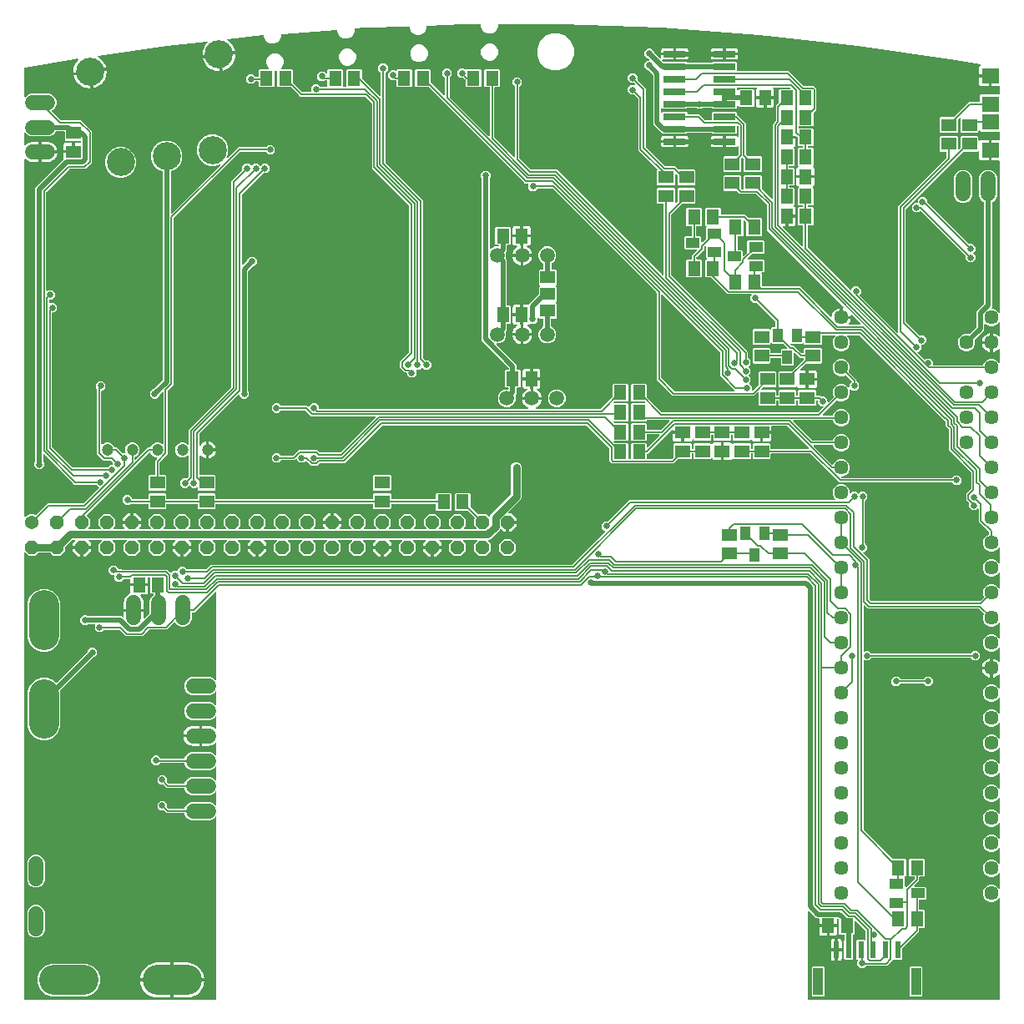
<source format=gbr>
G04 EAGLE Gerber RS-274X export*
G75*
%MOMM*%
%FSLAX34Y34*%
%LPD*%
%INBottom Copper*%
%IPPOS*%
%AMOC8*
5,1,8,0,0,1.08239X$1,22.5*%
G01*
%ADD10R,1.300000X1.500000*%
%ADD11C,1.500000*%
%ADD12C,1.500000*%
%ADD13C,1.371600*%
%ADD14P,1.484606X8X22.500000*%
%ADD15C,3.009900*%
%ADD16C,1.524000*%
%ADD17R,0.600000X1.700000*%
%ADD18R,1.000000X2.700000*%
%ADD19R,1.500000X1.300000*%
%ADD20C,2.850000*%
%ADD21C,1.447800*%
%ADD22R,1.803000X1.600000*%
%ADD23R,1.000000X1.400000*%
%ADD24R,2.268500X0.639100*%
%ADD25C,1.200000*%
%ADD26R,1.400000X1.000000*%
%ADD27C,0.508000*%
%ADD28P,0.708749X8X22.500000*%
%ADD29C,0.654800*%
%ADD30C,0.800000*%
%ADD31C,0.152400*%

G36*
X199173Y5089D02*
X199173Y5089D01*
X199192Y5087D01*
X199294Y5109D01*
X199396Y5125D01*
X199413Y5135D01*
X199433Y5139D01*
X199522Y5192D01*
X199613Y5241D01*
X199627Y5255D01*
X199644Y5265D01*
X199711Y5344D01*
X199783Y5419D01*
X199791Y5437D01*
X199804Y5452D01*
X199843Y5548D01*
X199886Y5642D01*
X199888Y5662D01*
X199896Y5680D01*
X199914Y5847D01*
X199914Y190024D01*
X199903Y190095D01*
X199901Y190166D01*
X199883Y190215D01*
X199875Y190267D01*
X199841Y190330D01*
X199816Y190397D01*
X199784Y190438D01*
X199759Y190484D01*
X199707Y190533D01*
X199663Y190589D01*
X199619Y190618D01*
X199581Y190653D01*
X199516Y190684D01*
X199456Y190722D01*
X199405Y190735D01*
X199358Y190757D01*
X199287Y190765D01*
X199217Y190782D01*
X199165Y190778D01*
X199114Y190784D01*
X199043Y190769D01*
X198972Y190763D01*
X198924Y190743D01*
X198873Y190732D01*
X198812Y190695D01*
X198746Y190667D01*
X198690Y190622D01*
X198662Y190606D01*
X198647Y190588D01*
X198615Y190562D01*
X196800Y188747D01*
X193439Y187355D01*
X174561Y187355D01*
X171200Y188747D01*
X168627Y191320D01*
X167624Y193743D01*
X167562Y193843D01*
X167502Y193943D01*
X167497Y193947D01*
X167494Y193952D01*
X167404Y194027D01*
X167315Y194103D01*
X167309Y194105D01*
X167305Y194109D01*
X167196Y194151D01*
X167087Y194195D01*
X167080Y194196D01*
X167075Y194197D01*
X167057Y194198D01*
X166920Y194213D01*
X149339Y194213D01*
X146574Y196978D01*
X146500Y197031D01*
X146430Y197091D01*
X146400Y197103D01*
X146374Y197122D01*
X146287Y197149D01*
X146202Y197183D01*
X146161Y197187D01*
X146139Y197194D01*
X146107Y197193D01*
X146035Y197201D01*
X142798Y197201D01*
X139987Y200012D01*
X139987Y203988D01*
X142798Y206799D01*
X146774Y206799D01*
X149585Y203988D01*
X149585Y200751D01*
X149599Y200660D01*
X149607Y200570D01*
X149619Y200540D01*
X149624Y200508D01*
X149667Y200427D01*
X149703Y200343D01*
X149729Y200311D01*
X149740Y200290D01*
X149763Y200268D01*
X149785Y200241D01*
X149788Y200236D01*
X149791Y200234D01*
X149808Y200212D01*
X151010Y199010D01*
X151084Y198957D01*
X151154Y198897D01*
X151184Y198885D01*
X151210Y198866D01*
X151297Y198839D01*
X151382Y198805D01*
X151423Y198801D01*
X151445Y198794D01*
X151477Y198795D01*
X151549Y198787D01*
X166920Y198787D01*
X167035Y198806D01*
X167151Y198823D01*
X167157Y198825D01*
X167163Y198826D01*
X167266Y198881D01*
X167371Y198934D01*
X167375Y198939D01*
X167380Y198942D01*
X167460Y199026D01*
X167543Y199110D01*
X167546Y199116D01*
X167550Y199120D01*
X167558Y199137D01*
X167624Y199257D01*
X168627Y201680D01*
X171200Y204253D01*
X174561Y205645D01*
X193439Y205645D01*
X196800Y204253D01*
X198615Y202438D01*
X198673Y202396D01*
X198725Y202347D01*
X198772Y202325D01*
X198814Y202294D01*
X198883Y202273D01*
X198948Y202243D01*
X199000Y202237D01*
X199050Y202222D01*
X199121Y202224D01*
X199192Y202216D01*
X199243Y202227D01*
X199295Y202228D01*
X199363Y202253D01*
X199433Y202268D01*
X199478Y202295D01*
X199526Y202313D01*
X199582Y202358D01*
X199644Y202394D01*
X199678Y202434D01*
X199718Y202466D01*
X199757Y202527D01*
X199804Y202581D01*
X199823Y202630D01*
X199851Y202673D01*
X199869Y202743D01*
X199896Y202809D01*
X199904Y202881D01*
X199912Y202912D01*
X199910Y202935D01*
X199914Y202976D01*
X199914Y215424D01*
X199903Y215495D01*
X199901Y215566D01*
X199883Y215615D01*
X199875Y215667D01*
X199841Y215730D01*
X199816Y215797D01*
X199784Y215838D01*
X199759Y215884D01*
X199707Y215933D01*
X199663Y215989D01*
X199619Y216018D01*
X199581Y216053D01*
X199516Y216084D01*
X199456Y216122D01*
X199405Y216135D01*
X199358Y216157D01*
X199287Y216165D01*
X199217Y216182D01*
X199165Y216178D01*
X199114Y216184D01*
X199043Y216169D01*
X198972Y216163D01*
X198924Y216143D01*
X198873Y216132D01*
X198812Y216095D01*
X198746Y216067D01*
X198690Y216022D01*
X198662Y216006D01*
X198647Y215988D01*
X198615Y215962D01*
X196800Y214147D01*
X193439Y212755D01*
X174561Y212755D01*
X171200Y214147D01*
X168627Y216720D01*
X167624Y219143D01*
X167562Y219243D01*
X167502Y219343D01*
X167497Y219347D01*
X167494Y219352D01*
X167404Y219427D01*
X167315Y219503D01*
X167309Y219505D01*
X167305Y219509D01*
X167196Y219551D01*
X167087Y219595D01*
X167080Y219596D01*
X167075Y219597D01*
X167057Y219598D01*
X166920Y219613D01*
X149939Y219613D01*
X146574Y222978D01*
X146500Y223031D01*
X146430Y223091D01*
X146400Y223103D01*
X146374Y223122D01*
X146287Y223149D01*
X146202Y223183D01*
X146161Y223187D01*
X146139Y223194D01*
X146107Y223193D01*
X146035Y223201D01*
X142798Y223201D01*
X139987Y226012D01*
X139987Y229988D01*
X142798Y232799D01*
X146774Y232799D01*
X149585Y229988D01*
X149585Y226751D01*
X149599Y226660D01*
X149607Y226570D01*
X149619Y226540D01*
X149624Y226508D01*
X149667Y226427D01*
X149703Y226343D01*
X149729Y226311D01*
X149740Y226290D01*
X149763Y226268D01*
X149808Y226212D01*
X151610Y224410D01*
X151684Y224357D01*
X151754Y224297D01*
X151784Y224285D01*
X151810Y224266D01*
X151897Y224239D01*
X151982Y224205D01*
X152023Y224201D01*
X152045Y224194D01*
X152077Y224195D01*
X152149Y224187D01*
X166920Y224187D01*
X167035Y224206D01*
X167151Y224223D01*
X167157Y224225D01*
X167163Y224226D01*
X167266Y224281D01*
X167371Y224334D01*
X167375Y224339D01*
X167380Y224342D01*
X167460Y224426D01*
X167543Y224510D01*
X167546Y224516D01*
X167550Y224520D01*
X167558Y224537D01*
X167624Y224657D01*
X168627Y227080D01*
X171200Y229653D01*
X174561Y231045D01*
X193439Y231045D01*
X196800Y229653D01*
X198615Y227838D01*
X198673Y227796D01*
X198725Y227747D01*
X198772Y227725D01*
X198814Y227694D01*
X198883Y227673D01*
X198948Y227643D01*
X199000Y227637D01*
X199050Y227622D01*
X199121Y227624D01*
X199192Y227616D01*
X199243Y227627D01*
X199295Y227628D01*
X199363Y227653D01*
X199433Y227668D01*
X199478Y227695D01*
X199526Y227713D01*
X199582Y227758D01*
X199644Y227794D01*
X199678Y227834D01*
X199718Y227866D01*
X199757Y227927D01*
X199804Y227981D01*
X199823Y228030D01*
X199851Y228073D01*
X199869Y228143D01*
X199896Y228209D01*
X199904Y228281D01*
X199912Y228312D01*
X199910Y228335D01*
X199914Y228376D01*
X199914Y240824D01*
X199903Y240895D01*
X199901Y240966D01*
X199883Y241015D01*
X199875Y241067D01*
X199841Y241130D01*
X199816Y241197D01*
X199784Y241238D01*
X199759Y241284D01*
X199707Y241333D01*
X199663Y241389D01*
X199619Y241418D01*
X199581Y241453D01*
X199516Y241484D01*
X199456Y241522D01*
X199405Y241535D01*
X199358Y241557D01*
X199287Y241565D01*
X199217Y241582D01*
X199165Y241578D01*
X199114Y241584D01*
X199043Y241569D01*
X198972Y241563D01*
X198924Y241543D01*
X198873Y241532D01*
X198812Y241495D01*
X198746Y241467D01*
X198690Y241422D01*
X198662Y241406D01*
X198647Y241388D01*
X198615Y241362D01*
X196800Y239547D01*
X193439Y238155D01*
X174561Y238155D01*
X171200Y239547D01*
X168627Y242120D01*
X167624Y244543D01*
X167562Y244643D01*
X167502Y244743D01*
X167497Y244747D01*
X167494Y244752D01*
X167404Y244827D01*
X167315Y244903D01*
X167309Y244905D01*
X167305Y244909D01*
X167196Y244951D01*
X167087Y244995D01*
X167080Y244996D01*
X167075Y244997D01*
X167057Y244998D01*
X166920Y245013D01*
X142805Y245013D01*
X142715Y244999D01*
X142624Y244991D01*
X142594Y244979D01*
X142562Y244974D01*
X142482Y244931D01*
X142398Y244895D01*
X142366Y244869D01*
X142345Y244858D01*
X142323Y244835D01*
X142267Y244790D01*
X140678Y243201D01*
X136702Y243201D01*
X133891Y246012D01*
X133891Y249988D01*
X136702Y252799D01*
X140678Y252799D01*
X143667Y249810D01*
X143741Y249757D01*
X143810Y249697D01*
X143840Y249685D01*
X143866Y249666D01*
X143953Y249639D01*
X144038Y249605D01*
X144079Y249601D01*
X144102Y249594D01*
X144134Y249595D01*
X144205Y249587D01*
X166920Y249587D01*
X167035Y249606D01*
X167151Y249623D01*
X167157Y249625D01*
X167163Y249626D01*
X167266Y249681D01*
X167371Y249734D01*
X167375Y249739D01*
X167380Y249742D01*
X167460Y249826D01*
X167543Y249910D01*
X167546Y249916D01*
X167550Y249920D01*
X167558Y249937D01*
X167624Y250057D01*
X168627Y252480D01*
X171200Y255053D01*
X174561Y256445D01*
X193439Y256445D01*
X196800Y255053D01*
X198615Y253238D01*
X198673Y253196D01*
X198725Y253147D01*
X198772Y253125D01*
X198814Y253094D01*
X198883Y253073D01*
X198948Y253043D01*
X199000Y253037D01*
X199050Y253022D01*
X199121Y253024D01*
X199192Y253016D01*
X199243Y253027D01*
X199295Y253028D01*
X199363Y253053D01*
X199433Y253068D01*
X199478Y253095D01*
X199526Y253113D01*
X199582Y253158D01*
X199644Y253194D01*
X199678Y253234D01*
X199718Y253266D01*
X199757Y253327D01*
X199804Y253381D01*
X199823Y253430D01*
X199851Y253473D01*
X199869Y253543D01*
X199896Y253609D01*
X199904Y253681D01*
X199912Y253712D01*
X199910Y253735D01*
X199914Y253776D01*
X199914Y264787D01*
X199903Y264858D01*
X199901Y264929D01*
X199883Y264978D01*
X199875Y265030D01*
X199841Y265093D01*
X199816Y265160D01*
X199784Y265201D01*
X199759Y265247D01*
X199708Y265296D01*
X199663Y265353D01*
X199619Y265381D01*
X199581Y265417D01*
X199516Y265447D01*
X199456Y265485D01*
X199405Y265498D01*
X199358Y265520D01*
X199287Y265528D01*
X199217Y265546D01*
X199165Y265541D01*
X199114Y265547D01*
X199043Y265532D01*
X198972Y265526D01*
X198924Y265506D01*
X198873Y265495D01*
X198812Y265458D01*
X198746Y265430D01*
X198690Y265385D01*
X198662Y265369D01*
X198647Y265351D01*
X198615Y265325D01*
X198239Y264950D01*
X196945Y264010D01*
X195520Y263284D01*
X193999Y262789D01*
X192420Y262539D01*
X185523Y262539D01*
X185523Y271938D01*
X185520Y271958D01*
X185522Y271977D01*
X185500Y272079D01*
X185483Y272181D01*
X185474Y272198D01*
X185470Y272218D01*
X185417Y272307D01*
X185368Y272398D01*
X185354Y272412D01*
X185344Y272429D01*
X185265Y272496D01*
X185190Y272567D01*
X185172Y272576D01*
X185157Y272589D01*
X185061Y272627D01*
X184967Y272671D01*
X184947Y272673D01*
X184929Y272681D01*
X184762Y272699D01*
X183999Y272699D01*
X183999Y272701D01*
X184762Y272701D01*
X184782Y272704D01*
X184801Y272702D01*
X184903Y272724D01*
X185005Y272741D01*
X185022Y272750D01*
X185042Y272754D01*
X185131Y272807D01*
X185222Y272856D01*
X185236Y272870D01*
X185253Y272880D01*
X185320Y272959D01*
X185391Y273034D01*
X185400Y273052D01*
X185413Y273067D01*
X185452Y273163D01*
X185495Y273257D01*
X185497Y273277D01*
X185505Y273295D01*
X185523Y273462D01*
X185523Y282861D01*
X192420Y282861D01*
X193999Y282611D01*
X195520Y282116D01*
X196945Y281390D01*
X198239Y280450D01*
X198615Y280075D01*
X198673Y280033D01*
X198725Y279983D01*
X198772Y279962D01*
X198814Y279931D01*
X198883Y279910D01*
X198948Y279880D01*
X199000Y279874D01*
X199050Y279859D01*
X199121Y279861D01*
X199192Y279853D01*
X199243Y279864D01*
X199295Y279865D01*
X199363Y279890D01*
X199433Y279905D01*
X199478Y279932D01*
X199526Y279950D01*
X199582Y279994D01*
X199644Y280031D01*
X199678Y280071D01*
X199718Y280103D01*
X199757Y280164D01*
X199804Y280218D01*
X199823Y280266D01*
X199851Y280310D01*
X199869Y280380D01*
X199896Y280446D01*
X199904Y280518D01*
X199912Y280549D01*
X199910Y280572D01*
X199914Y280613D01*
X199914Y291624D01*
X199903Y291695D01*
X199901Y291766D01*
X199883Y291815D01*
X199875Y291867D01*
X199841Y291930D01*
X199816Y291997D01*
X199784Y292038D01*
X199759Y292084D01*
X199707Y292133D01*
X199663Y292189D01*
X199619Y292218D01*
X199581Y292253D01*
X199516Y292284D01*
X199456Y292322D01*
X199405Y292335D01*
X199358Y292357D01*
X199287Y292365D01*
X199217Y292382D01*
X199165Y292378D01*
X199114Y292384D01*
X199043Y292369D01*
X198972Y292363D01*
X198924Y292343D01*
X198873Y292332D01*
X198812Y292295D01*
X198746Y292267D01*
X198690Y292222D01*
X198662Y292206D01*
X198647Y292188D01*
X198615Y292162D01*
X196800Y290347D01*
X193439Y288955D01*
X174561Y288955D01*
X171200Y290347D01*
X168627Y292920D01*
X167235Y296281D01*
X167235Y299919D01*
X168627Y303280D01*
X171200Y305853D01*
X174561Y307245D01*
X193439Y307245D01*
X196800Y305853D01*
X198615Y304038D01*
X198673Y303996D01*
X198725Y303947D01*
X198772Y303925D01*
X198814Y303894D01*
X198883Y303873D01*
X198948Y303843D01*
X199000Y303837D01*
X199050Y303822D01*
X199121Y303824D01*
X199192Y303816D01*
X199243Y303827D01*
X199295Y303828D01*
X199363Y303853D01*
X199433Y303868D01*
X199478Y303895D01*
X199526Y303913D01*
X199582Y303958D01*
X199644Y303994D01*
X199678Y304034D01*
X199718Y304066D01*
X199757Y304127D01*
X199804Y304181D01*
X199823Y304230D01*
X199851Y304273D01*
X199869Y304343D01*
X199896Y304409D01*
X199904Y304481D01*
X199912Y304512D01*
X199910Y304535D01*
X199914Y304576D01*
X199914Y317024D01*
X199903Y317095D01*
X199901Y317166D01*
X199883Y317215D01*
X199875Y317267D01*
X199841Y317330D01*
X199816Y317397D01*
X199784Y317438D01*
X199759Y317484D01*
X199707Y317533D01*
X199663Y317589D01*
X199619Y317618D01*
X199581Y317653D01*
X199516Y317684D01*
X199456Y317722D01*
X199405Y317735D01*
X199358Y317757D01*
X199287Y317765D01*
X199217Y317782D01*
X199165Y317778D01*
X199114Y317784D01*
X199043Y317769D01*
X198972Y317763D01*
X198924Y317743D01*
X198873Y317732D01*
X198812Y317695D01*
X198746Y317667D01*
X198690Y317622D01*
X198662Y317606D01*
X198647Y317588D01*
X198615Y317562D01*
X196800Y315747D01*
X193439Y314355D01*
X174561Y314355D01*
X171200Y315747D01*
X168627Y318320D01*
X167235Y321681D01*
X167235Y325319D01*
X168627Y328680D01*
X171200Y331253D01*
X174561Y332645D01*
X193439Y332645D01*
X196800Y331253D01*
X198615Y329438D01*
X198673Y329396D01*
X198725Y329347D01*
X198772Y329325D01*
X198814Y329294D01*
X198883Y329273D01*
X198948Y329243D01*
X199000Y329237D01*
X199050Y329222D01*
X199121Y329224D01*
X199192Y329216D01*
X199243Y329227D01*
X199295Y329228D01*
X199363Y329253D01*
X199433Y329268D01*
X199478Y329295D01*
X199526Y329313D01*
X199582Y329358D01*
X199644Y329394D01*
X199678Y329434D01*
X199718Y329466D01*
X199757Y329527D01*
X199804Y329581D01*
X199823Y329630D01*
X199851Y329673D01*
X199869Y329743D01*
X199896Y329809D01*
X199904Y329881D01*
X199912Y329912D01*
X199910Y329935D01*
X199914Y329976D01*
X199914Y418111D01*
X199903Y418182D01*
X199901Y418254D01*
X199883Y418303D01*
X199875Y418354D01*
X199841Y418418D01*
X199816Y418485D01*
X199784Y418526D01*
X199759Y418572D01*
X199707Y418621D01*
X199663Y418677D01*
X199619Y418705D01*
X199581Y418741D01*
X199516Y418771D01*
X199456Y418810D01*
X199405Y418823D01*
X199358Y418845D01*
X199287Y418853D01*
X199217Y418870D01*
X199165Y418866D01*
X199114Y418872D01*
X199043Y418856D01*
X198972Y418851D01*
X198924Y418831D01*
X198873Y418819D01*
X198812Y418783D01*
X198746Y418755D01*
X198690Y418710D01*
X198662Y418693D01*
X198647Y418675D01*
X198615Y418650D01*
X177678Y397713D01*
X175786Y397713D01*
X175766Y397710D01*
X175747Y397712D01*
X175645Y397690D01*
X175543Y397674D01*
X175526Y397664D01*
X175506Y397660D01*
X175417Y397607D01*
X175326Y397558D01*
X175312Y397544D01*
X175295Y397534D01*
X175228Y397455D01*
X175156Y397380D01*
X175148Y397362D01*
X175135Y397347D01*
X175096Y397251D01*
X175053Y397157D01*
X175051Y397137D01*
X175043Y397119D01*
X175025Y396952D01*
X175025Y390705D01*
X173651Y387388D01*
X171112Y384849D01*
X167795Y383475D01*
X164205Y383475D01*
X160888Y384849D01*
X158349Y387388D01*
X158279Y387557D01*
X158255Y387596D01*
X158239Y387639D01*
X158191Y387700D01*
X158150Y387766D01*
X158114Y387795D01*
X158086Y387831D01*
X158020Y387873D01*
X157960Y387923D01*
X157917Y387939D01*
X157879Y387964D01*
X157803Y387983D01*
X157731Y388011D01*
X157685Y388013D01*
X157640Y388024D01*
X157563Y388018D01*
X157485Y388021D01*
X157441Y388008D01*
X157395Y388005D01*
X157323Y387974D01*
X157249Y387953D01*
X157211Y387926D01*
X157169Y387909D01*
X157062Y387823D01*
X157047Y387812D01*
X157044Y387808D01*
X157038Y387804D01*
X149661Y380427D01*
X131802Y380427D01*
X131711Y380413D01*
X131621Y380405D01*
X131591Y380393D01*
X131559Y380388D01*
X131478Y380345D01*
X131394Y380309D01*
X131362Y380283D01*
X131341Y380272D01*
X131319Y380249D01*
X131263Y380204D01*
X124882Y373823D01*
X108264Y373823D01*
X101935Y380152D01*
X101861Y380205D01*
X101791Y380265D01*
X101761Y380277D01*
X101735Y380296D01*
X101648Y380323D01*
X101563Y380357D01*
X101522Y380361D01*
X101500Y380368D01*
X101468Y380367D01*
X101396Y380375D01*
X86153Y380375D01*
X86063Y380361D01*
X85972Y380353D01*
X85942Y380341D01*
X85910Y380336D01*
X85830Y380293D01*
X85746Y380257D01*
X85714Y380231D01*
X85693Y380220D01*
X85671Y380197D01*
X85615Y380152D01*
X83326Y377863D01*
X79350Y377863D01*
X76539Y380674D01*
X76539Y384655D01*
X76567Y384694D01*
X76617Y384746D01*
X76638Y384793D01*
X76669Y384835D01*
X76690Y384904D01*
X76720Y384969D01*
X76726Y385021D01*
X76741Y385070D01*
X76739Y385142D01*
X76747Y385213D01*
X76736Y385264D01*
X76735Y385316D01*
X76710Y385384D01*
X76695Y385454D01*
X76668Y385499D01*
X76650Y385547D01*
X76606Y385603D01*
X76569Y385665D01*
X76529Y385699D01*
X76497Y385739D01*
X76436Y385778D01*
X76382Y385825D01*
X76334Y385844D01*
X76290Y385872D01*
X76220Y385890D01*
X76154Y385917D01*
X76083Y385925D01*
X76051Y385933D01*
X76028Y385931D01*
X75987Y385935D01*
X69699Y385935D01*
X69609Y385921D01*
X69518Y385913D01*
X69488Y385901D01*
X69456Y385896D01*
X69376Y385853D01*
X69292Y385817D01*
X69260Y385791D01*
X69239Y385780D01*
X69217Y385757D01*
X69161Y385712D01*
X68650Y385201D01*
X64674Y385201D01*
X61863Y388012D01*
X61863Y391988D01*
X64674Y394799D01*
X68650Y394799D01*
X69161Y394288D01*
X69235Y394235D01*
X69304Y394175D01*
X69334Y394163D01*
X69360Y394144D01*
X69447Y394117D01*
X69532Y394083D01*
X69573Y394079D01*
X69596Y394072D01*
X69628Y394073D01*
X69699Y394065D01*
X103830Y394065D01*
X104660Y393235D01*
X104718Y393193D01*
X104770Y393143D01*
X104817Y393121D01*
X104859Y393091D01*
X104928Y393070D01*
X104993Y393040D01*
X105045Y393034D01*
X105095Y393019D01*
X105166Y393021D01*
X105237Y393013D01*
X105288Y393024D01*
X105340Y393025D01*
X105408Y393050D01*
X105478Y393065D01*
X105523Y393092D01*
X105571Y393110D01*
X105627Y393154D01*
X105689Y393191D01*
X105723Y393231D01*
X105763Y393263D01*
X105802Y393324D01*
X105849Y393378D01*
X105868Y393426D01*
X105896Y393470D01*
X105914Y393540D01*
X105941Y393606D01*
X105949Y393677D01*
X105957Y393709D01*
X105955Y393732D01*
X105959Y393773D01*
X105959Y398477D01*
X115238Y398477D01*
X115258Y398480D01*
X115277Y398478D01*
X115379Y398500D01*
X115481Y398517D01*
X115498Y398526D01*
X115518Y398530D01*
X115607Y398583D01*
X115698Y398632D01*
X115712Y398646D01*
X115729Y398656D01*
X115796Y398735D01*
X115867Y398810D01*
X115876Y398828D01*
X115889Y398843D01*
X115927Y398939D01*
X115971Y399033D01*
X115973Y399053D01*
X115981Y399071D01*
X115999Y399238D01*
X115999Y400762D01*
X115996Y400782D01*
X115998Y400801D01*
X115976Y400903D01*
X115959Y401005D01*
X115950Y401022D01*
X115946Y401042D01*
X115893Y401131D01*
X115844Y401222D01*
X115830Y401236D01*
X115820Y401253D01*
X115741Y401320D01*
X115666Y401391D01*
X115648Y401400D01*
X115633Y401413D01*
X115537Y401452D01*
X115443Y401495D01*
X115423Y401497D01*
X115405Y401505D01*
X115238Y401523D01*
X105959Y401523D01*
X105959Y408290D01*
X106206Y409851D01*
X106695Y411354D01*
X107412Y412763D01*
X108341Y414041D01*
X109459Y415159D01*
X110737Y416088D01*
X112193Y416829D01*
X112244Y416867D01*
X112301Y416896D01*
X112343Y416939D01*
X112391Y416975D01*
X112428Y417027D01*
X112472Y417073D01*
X112498Y417127D01*
X112533Y417176D01*
X112551Y417237D01*
X112578Y417295D01*
X112586Y417354D01*
X112603Y417412D01*
X112600Y417476D01*
X112608Y417539D01*
X112595Y417625D01*
X112594Y417658D01*
X112587Y417675D01*
X112583Y417705D01*
X112459Y418166D01*
X112459Y424477D01*
X120738Y424477D01*
X120758Y424480D01*
X120777Y424478D01*
X120879Y424500D01*
X120981Y424517D01*
X120998Y424526D01*
X121018Y424530D01*
X121107Y424583D01*
X121198Y424632D01*
X121212Y424646D01*
X121229Y424656D01*
X121296Y424735D01*
X121367Y424810D01*
X121376Y424828D01*
X121389Y424843D01*
X121428Y424939D01*
X121471Y425033D01*
X121473Y425053D01*
X121481Y425071D01*
X121499Y425238D01*
X121499Y426762D01*
X121496Y426782D01*
X121498Y426801D01*
X121476Y426903D01*
X121459Y427005D01*
X121450Y427022D01*
X121446Y427042D01*
X121393Y427131D01*
X121344Y427222D01*
X121330Y427236D01*
X121320Y427253D01*
X121241Y427320D01*
X121166Y427391D01*
X121148Y427400D01*
X121133Y427413D01*
X121037Y427452D01*
X120943Y427495D01*
X120923Y427497D01*
X120905Y427505D01*
X120738Y427523D01*
X112459Y427523D01*
X112459Y430952D01*
X112456Y430972D01*
X112458Y430991D01*
X112436Y431093D01*
X112420Y431195D01*
X112410Y431212D01*
X112406Y431232D01*
X112353Y431321D01*
X112304Y431412D01*
X112290Y431426D01*
X112280Y431443D01*
X112201Y431510D01*
X112126Y431582D01*
X112108Y431590D01*
X112093Y431603D01*
X111997Y431642D01*
X111903Y431685D01*
X111883Y431687D01*
X111865Y431695D01*
X111698Y431713D01*
X105907Y431713D01*
X105817Y431699D01*
X105726Y431691D01*
X105696Y431679D01*
X105664Y431674D01*
X105584Y431631D01*
X105500Y431595D01*
X105468Y431569D01*
X105447Y431558D01*
X105425Y431535D01*
X105369Y431490D01*
X103080Y429201D01*
X99104Y429201D01*
X96293Y432012D01*
X96293Y435014D01*
X96290Y435034D01*
X96292Y435053D01*
X96270Y435155D01*
X96254Y435257D01*
X96244Y435274D01*
X96240Y435294D01*
X96187Y435383D01*
X96138Y435474D01*
X96124Y435488D01*
X96114Y435505D01*
X96035Y435572D01*
X95960Y435644D01*
X95942Y435652D01*
X95927Y435665D01*
X95831Y435704D01*
X95737Y435747D01*
X95717Y435749D01*
X95699Y435757D01*
X95532Y435775D01*
X93544Y435775D01*
X90733Y438586D01*
X90733Y442562D01*
X93544Y445373D01*
X97520Y445373D01*
X100334Y442558D01*
X100354Y442467D01*
X100370Y442365D01*
X100380Y442348D01*
X100384Y442328D01*
X100437Y442239D01*
X100486Y442148D01*
X100500Y442134D01*
X100510Y442117D01*
X100589Y442050D01*
X100664Y441978D01*
X100682Y441970D01*
X100697Y441957D01*
X100793Y441918D01*
X100887Y441875D01*
X100907Y441873D01*
X100925Y441865D01*
X101092Y441847D01*
X104342Y441847D01*
X104845Y441344D01*
X104919Y441291D01*
X104989Y441231D01*
X105019Y441219D01*
X105045Y441200D01*
X105132Y441173D01*
X105217Y441139D01*
X105258Y441135D01*
X105280Y441128D01*
X105312Y441129D01*
X105384Y441121D01*
X150157Y441121D01*
X153060Y438217D01*
X153076Y438206D01*
X153089Y438190D01*
X153176Y438134D01*
X153260Y438074D01*
X153279Y438068D01*
X153296Y438057D01*
X153396Y438032D01*
X153495Y438001D01*
X153515Y438002D01*
X153534Y437997D01*
X153637Y438005D01*
X153741Y438008D01*
X153760Y438015D01*
X153779Y438016D01*
X153874Y438056D01*
X153972Y438092D01*
X153988Y438105D01*
X154006Y438112D01*
X154137Y438217D01*
X155906Y439987D01*
X160124Y439987D01*
X160143Y439990D01*
X160163Y439988D01*
X160264Y440010D01*
X160366Y440026D01*
X160384Y440036D01*
X160403Y440040D01*
X160492Y440093D01*
X160584Y440142D01*
X160597Y440156D01*
X160614Y440166D01*
X160682Y440245D01*
X160753Y440320D01*
X160761Y440338D01*
X160774Y440353D01*
X160813Y440449D01*
X160857Y440543D01*
X160859Y440563D01*
X160866Y440581D01*
X160885Y440748D01*
X160885Y441520D01*
X163696Y444331D01*
X167671Y444331D01*
X169960Y442042D01*
X170034Y441989D01*
X170104Y441930D01*
X170134Y441917D01*
X170160Y441899D01*
X170247Y441872D01*
X170332Y441838D01*
X170373Y441833D01*
X170395Y441826D01*
X170427Y441827D01*
X170499Y441819D01*
X189138Y441819D01*
X189228Y441834D01*
X189319Y441841D01*
X189348Y441854D01*
X189380Y441859D01*
X189461Y441902D01*
X189545Y441937D01*
X189577Y441963D01*
X189598Y441974D01*
X189620Y441997D01*
X189676Y442042D01*
X194055Y446422D01*
X560787Y446422D01*
X560877Y446436D01*
X560968Y446444D01*
X560998Y446456D01*
X561030Y446461D01*
X561110Y446504D01*
X561194Y446540D01*
X561226Y446566D01*
X561247Y446577D01*
X561269Y446600D01*
X561325Y446645D01*
X594057Y479376D01*
X594098Y479434D01*
X594148Y479486D01*
X594170Y479534D01*
X594200Y479576D01*
X594221Y479644D01*
X594251Y479709D01*
X594257Y479761D01*
X594273Y479811D01*
X594271Y479883D01*
X594279Y479954D01*
X594268Y480005D01*
X594266Y480057D01*
X594242Y480124D01*
X594226Y480194D01*
X594200Y480239D01*
X594182Y480288D01*
X594137Y480344D01*
X594100Y480405D01*
X594061Y480439D01*
X594028Y480480D01*
X593968Y480518D01*
X593913Y480565D01*
X593865Y480585D01*
X593821Y480613D01*
X593752Y480630D01*
X593685Y480657D01*
X593614Y480665D01*
X593583Y480673D01*
X593559Y480671D01*
X593540Y480673D01*
X590727Y483487D01*
X590727Y487462D01*
X593538Y490273D01*
X596775Y490273D01*
X596865Y490288D01*
X596956Y490295D01*
X596986Y490307D01*
X597018Y490313D01*
X597099Y490355D01*
X597183Y490391D01*
X597215Y490417D01*
X597235Y490428D01*
X597258Y490451D01*
X597314Y490496D01*
X618625Y511808D01*
X827061Y511808D01*
X827131Y511819D01*
X827203Y511821D01*
X827252Y511839D01*
X827303Y511847D01*
X827367Y511881D01*
X827434Y511906D01*
X827475Y511938D01*
X827521Y511963D01*
X827570Y512015D01*
X827626Y512059D01*
X827654Y512103D01*
X827690Y512141D01*
X827720Y512206D01*
X827759Y512266D01*
X827772Y512317D01*
X827794Y512364D01*
X827802Y512435D01*
X827819Y512505D01*
X827815Y512557D01*
X827821Y512608D01*
X827806Y512679D01*
X827800Y512750D01*
X827780Y512798D01*
X827769Y512849D01*
X827732Y512910D01*
X827704Y512976D01*
X827659Y513032D01*
X827642Y513060D01*
X827625Y513075D01*
X827599Y513107D01*
X826370Y514336D01*
X825036Y517557D01*
X825036Y521043D01*
X826370Y524264D01*
X828836Y526730D01*
X832057Y528064D01*
X835543Y528064D01*
X838764Y526730D01*
X841230Y524264D01*
X842564Y521043D01*
X842564Y519523D01*
X842575Y519452D01*
X842577Y519381D01*
X842595Y519332D01*
X842603Y519280D01*
X842637Y519217D01*
X842662Y519150D01*
X842694Y519109D01*
X842719Y519063D01*
X842771Y519013D01*
X842815Y518957D01*
X842859Y518929D01*
X842897Y518893D01*
X842962Y518863D01*
X843022Y518824D01*
X843073Y518812D01*
X843120Y518790D01*
X843191Y518782D01*
X843261Y518764D01*
X843313Y518768D01*
X843364Y518763D01*
X843435Y518778D01*
X843506Y518784D01*
X843554Y518804D01*
X843605Y518815D01*
X843666Y518852D01*
X843732Y518880D01*
X843788Y518925D01*
X843816Y518941D01*
X843831Y518959D01*
X843863Y518985D01*
X845012Y520134D01*
X848988Y520134D01*
X850752Y518370D01*
X850768Y518358D01*
X850780Y518343D01*
X850855Y518294D01*
X850874Y518279D01*
X850885Y518274D01*
X850951Y518226D01*
X850970Y518220D01*
X850987Y518210D01*
X851088Y518184D01*
X851187Y518154D01*
X851206Y518154D01*
X851226Y518149D01*
X851329Y518157D01*
X851432Y518160D01*
X851451Y518167D01*
X851471Y518169D01*
X851566Y518209D01*
X851663Y518245D01*
X851679Y518257D01*
X851697Y518265D01*
X851767Y518320D01*
X851772Y518323D01*
X851777Y518329D01*
X851828Y518370D01*
X853592Y520134D01*
X857568Y520134D01*
X860379Y517323D01*
X860379Y513347D01*
X858090Y511058D01*
X858042Y510992D01*
X858034Y510984D01*
X858032Y510979D01*
X857977Y510915D01*
X857965Y510885D01*
X857946Y510859D01*
X857919Y510772D01*
X857885Y510687D01*
X857881Y510646D01*
X857874Y510623D01*
X857875Y510591D01*
X857867Y510520D01*
X857867Y468019D01*
X857881Y467929D01*
X857889Y467838D01*
X857901Y467808D01*
X857906Y467776D01*
X857949Y467696D01*
X857985Y467612D01*
X858011Y467580D01*
X858022Y467559D01*
X858045Y467537D01*
X858090Y467481D01*
X859691Y465880D01*
X859691Y461904D01*
X856876Y459090D01*
X856829Y459082D01*
X856757Y459080D01*
X856708Y459062D01*
X856657Y459054D01*
X856593Y459020D01*
X856526Y458995D01*
X856485Y458963D01*
X856439Y458939D01*
X856390Y458887D01*
X856334Y458842D01*
X856306Y458798D01*
X856270Y458760D01*
X856240Y458695D01*
X856201Y458635D01*
X856188Y458584D01*
X856166Y458537D01*
X856158Y458466D01*
X856141Y458396D01*
X856145Y458344D01*
X856139Y458293D01*
X856155Y458223D01*
X856160Y458151D01*
X856180Y458103D01*
X856192Y458052D01*
X856228Y457991D01*
X856256Y457925D01*
X856301Y457869D01*
X856318Y457841D01*
X856335Y457826D01*
X856361Y457794D01*
X860820Y453335D01*
X862383Y451772D01*
X862383Y411477D01*
X862397Y411387D01*
X862405Y411296D01*
X862417Y411266D01*
X862422Y411234D01*
X862465Y411154D01*
X862501Y411070D01*
X862527Y411038D01*
X862538Y411017D01*
X862561Y410995D01*
X862606Y410939D01*
X863987Y409558D01*
X864061Y409505D01*
X864130Y409445D01*
X864160Y409433D01*
X864187Y409414D01*
X864273Y409387D01*
X864358Y409353D01*
X864399Y409349D01*
X864422Y409342D01*
X864454Y409343D01*
X864525Y409335D01*
X974285Y409335D01*
X974376Y409349D01*
X974466Y409357D01*
X974496Y409369D01*
X974528Y409374D01*
X974609Y409417D01*
X974693Y409453D01*
X974725Y409479D01*
X974746Y409490D01*
X974768Y409513D01*
X974824Y409558D01*
X978186Y412920D01*
X978254Y413014D01*
X978324Y413108D01*
X978326Y413114D01*
X978329Y413119D01*
X978363Y413230D01*
X978400Y413342D01*
X978400Y413348D01*
X978402Y413354D01*
X978399Y413471D01*
X978397Y413588D01*
X978395Y413595D01*
X978395Y413600D01*
X978389Y413618D01*
X978351Y413749D01*
X977436Y415957D01*
X977436Y419443D01*
X978770Y422664D01*
X981236Y425130D01*
X984457Y426464D01*
X987943Y426464D01*
X991164Y425130D01*
X993615Y422679D01*
X993673Y422637D01*
X993725Y422588D01*
X993772Y422566D01*
X993814Y422536D01*
X993883Y422514D01*
X993948Y422484D01*
X994000Y422478D01*
X994050Y422463D01*
X994121Y422465D01*
X994192Y422457D01*
X994243Y422468D01*
X994295Y422470D01*
X994363Y422494D01*
X994433Y422509D01*
X994478Y422536D01*
X994526Y422554D01*
X994582Y422599D01*
X994644Y422636D01*
X994678Y422675D01*
X994718Y422708D01*
X994757Y422768D01*
X994804Y422822D01*
X994823Y422871D01*
X994851Y422915D01*
X994869Y422984D01*
X994896Y423051D01*
X994904Y423122D01*
X994912Y423153D01*
X994910Y423176D01*
X994914Y423217D01*
X994914Y437583D01*
X994903Y437653D01*
X994901Y437725D01*
X994883Y437774D01*
X994875Y437825D01*
X994841Y437889D01*
X994816Y437956D01*
X994784Y437997D01*
X994759Y438043D01*
X994708Y438092D01*
X994663Y438148D01*
X994619Y438176D01*
X994581Y438212D01*
X994516Y438242D01*
X994456Y438281D01*
X994405Y438294D01*
X994358Y438316D01*
X994287Y438324D01*
X994217Y438341D01*
X994165Y438337D01*
X994114Y438343D01*
X994043Y438328D01*
X993972Y438322D01*
X993924Y438302D01*
X993873Y438291D01*
X993812Y438254D01*
X993746Y438226D01*
X993690Y438181D01*
X993662Y438164D01*
X993647Y438147D01*
X993615Y438121D01*
X991164Y435670D01*
X987943Y434336D01*
X984457Y434336D01*
X981236Y435670D01*
X978770Y438136D01*
X977436Y441357D01*
X977436Y444843D01*
X978770Y448064D01*
X981236Y450530D01*
X984457Y451864D01*
X987943Y451864D01*
X991164Y450530D01*
X993615Y448079D01*
X993673Y448037D01*
X993725Y447988D01*
X993772Y447966D01*
X993814Y447936D01*
X993883Y447914D01*
X993948Y447884D01*
X994000Y447878D01*
X994050Y447863D01*
X994121Y447865D01*
X994192Y447857D01*
X994243Y447868D01*
X994295Y447870D01*
X994363Y447894D01*
X994433Y447909D01*
X994478Y447936D01*
X994526Y447954D01*
X994582Y447999D01*
X994644Y448036D01*
X994678Y448075D01*
X994718Y448108D01*
X994757Y448168D01*
X994804Y448222D01*
X994823Y448271D01*
X994851Y448315D01*
X994869Y448384D01*
X994896Y448451D01*
X994904Y448522D01*
X994912Y448553D01*
X994910Y448576D01*
X994914Y448617D01*
X994914Y462983D01*
X994903Y463053D01*
X994901Y463125D01*
X994883Y463174D01*
X994875Y463225D01*
X994841Y463289D01*
X994816Y463356D01*
X994784Y463397D01*
X994759Y463443D01*
X994707Y463492D01*
X994663Y463548D01*
X994619Y463576D01*
X994581Y463612D01*
X994516Y463642D01*
X994456Y463681D01*
X994405Y463694D01*
X994358Y463716D01*
X994287Y463724D01*
X994217Y463741D01*
X994165Y463737D01*
X994114Y463743D01*
X994043Y463728D01*
X993972Y463722D01*
X993924Y463702D01*
X993873Y463691D01*
X993812Y463654D01*
X993746Y463626D01*
X993690Y463581D01*
X993662Y463564D01*
X993647Y463547D01*
X993615Y463521D01*
X991164Y461070D01*
X987943Y459736D01*
X984457Y459736D01*
X981236Y461070D01*
X978770Y463536D01*
X977436Y466757D01*
X977436Y470243D01*
X978770Y473464D01*
X981236Y475930D01*
X983443Y476844D01*
X983543Y476906D01*
X983643Y476965D01*
X983647Y476970D01*
X983652Y476974D01*
X983727Y477064D01*
X983803Y477152D01*
X983805Y477158D01*
X983809Y477163D01*
X983851Y477271D01*
X983895Y477381D01*
X983896Y477388D01*
X983897Y477393D01*
X983898Y477411D01*
X983913Y477547D01*
X983913Y479167D01*
X983899Y479257D01*
X983891Y479348D01*
X983879Y479378D01*
X983874Y479410D01*
X983831Y479491D01*
X983795Y479574D01*
X983769Y479607D01*
X983758Y479627D01*
X983735Y479649D01*
X983690Y479705D01*
X974716Y488680D01*
X973153Y490242D01*
X973153Y502509D01*
X973142Y502580D01*
X973140Y502651D01*
X973122Y502700D01*
X973114Y502752D01*
X973080Y502815D01*
X973055Y502882D01*
X973023Y502923D01*
X972998Y502969D01*
X972946Y503019D01*
X972902Y503075D01*
X972858Y503103D01*
X972820Y503139D01*
X972755Y503169D01*
X972695Y503208D01*
X972644Y503220D01*
X972597Y503242D01*
X972526Y503250D01*
X972456Y503268D01*
X972404Y503264D01*
X972353Y503269D01*
X972282Y503254D01*
X972211Y503248D01*
X972163Y503228D01*
X972112Y503217D01*
X972051Y503180D01*
X971985Y503152D01*
X971929Y503107D01*
X971901Y503091D01*
X971886Y503073D01*
X971854Y503047D01*
X970428Y501621D01*
X966452Y501621D01*
X963641Y504432D01*
X963641Y508386D01*
X963627Y508477D01*
X963619Y508567D01*
X963607Y508597D01*
X963602Y508629D01*
X963559Y508710D01*
X963523Y508794D01*
X963497Y508826D01*
X963486Y508847D01*
X963463Y508869D01*
X963418Y508925D01*
X960593Y511750D01*
X960593Y518250D01*
X965394Y523051D01*
X965447Y523125D01*
X965507Y523195D01*
X965519Y523225D01*
X965538Y523251D01*
X965565Y523338D01*
X965599Y523423D01*
X965603Y523464D01*
X965610Y523486D01*
X965609Y523518D01*
X965617Y523590D01*
X965617Y539642D01*
X965603Y539732D01*
X965595Y539823D01*
X965583Y539853D01*
X965578Y539885D01*
X965535Y539965D01*
X965499Y540049D01*
X965473Y540081D01*
X965462Y540102D01*
X965439Y540124D01*
X965394Y540180D01*
X942892Y562682D01*
X942892Y583456D01*
X942878Y583546D01*
X942870Y583637D01*
X942858Y583667D01*
X942853Y583699D01*
X942810Y583780D01*
X942774Y583864D01*
X942748Y583896D01*
X942737Y583916D01*
X942714Y583939D01*
X942669Y583995D01*
X939844Y586820D01*
X939844Y591054D01*
X939830Y591144D01*
X939822Y591235D01*
X939810Y591264D01*
X939805Y591296D01*
X939762Y591377D01*
X939726Y591461D01*
X939700Y591493D01*
X939689Y591514D01*
X939666Y591536D01*
X939621Y591592D01*
X938723Y592490D01*
X938649Y592543D01*
X938580Y592603D01*
X938549Y592615D01*
X938523Y592634D01*
X938436Y592661D01*
X938351Y592695D01*
X938310Y592699D01*
X938288Y592706D01*
X938256Y592705D01*
X938185Y592713D01*
X938053Y592713D01*
X936713Y594053D01*
X936713Y594185D01*
X936699Y594275D01*
X936691Y594366D01*
X936679Y594395D01*
X936674Y594427D01*
X936631Y594508D01*
X936595Y594592D01*
X936569Y594624D01*
X936558Y594645D01*
X936535Y594667D01*
X936490Y594723D01*
X852244Y678969D01*
X852170Y679022D01*
X852101Y679082D01*
X852070Y679094D01*
X852044Y679113D01*
X851957Y679140D01*
X851872Y679174D01*
X851831Y679178D01*
X851809Y679185D01*
X851777Y679184D01*
X851706Y679192D01*
X840539Y679192D01*
X840469Y679181D01*
X840397Y679179D01*
X840348Y679161D01*
X840297Y679153D01*
X840233Y679119D01*
X840166Y679094D01*
X840125Y679062D01*
X840079Y679037D01*
X840030Y678985D01*
X839974Y678941D01*
X839946Y678897D01*
X839910Y678859D01*
X839880Y678794D01*
X839841Y678734D01*
X839828Y678683D01*
X839806Y678636D01*
X839798Y678565D01*
X839781Y678495D01*
X839785Y678443D01*
X839779Y678392D01*
X839794Y678321D01*
X839800Y678250D01*
X839820Y678202D01*
X839831Y678151D01*
X839868Y678090D01*
X839896Y678024D01*
X839941Y677968D01*
X839958Y677940D01*
X839975Y677925D01*
X840001Y677893D01*
X841230Y676664D01*
X842564Y673443D01*
X842564Y669957D01*
X841230Y666736D01*
X838764Y664270D01*
X835543Y662936D01*
X832057Y662936D01*
X828836Y664270D01*
X826370Y666736D01*
X825036Y669957D01*
X825036Y673443D01*
X826370Y676664D01*
X827599Y677893D01*
X827641Y677951D01*
X827690Y678003D01*
X827712Y678050D01*
X827742Y678092D01*
X827764Y678161D01*
X827794Y678226D01*
X827800Y678278D01*
X827815Y678328D01*
X827813Y678399D01*
X827821Y678470D01*
X827810Y678521D01*
X827808Y678573D01*
X827784Y678641D01*
X827769Y678711D01*
X827742Y678756D01*
X827724Y678804D01*
X827679Y678860D01*
X827642Y678922D01*
X827603Y678956D01*
X827570Y678996D01*
X827510Y679035D01*
X827456Y679082D01*
X827407Y679101D01*
X827363Y679129D01*
X827294Y679147D01*
X827227Y679174D01*
X827156Y679182D01*
X827125Y679190D01*
X827102Y679188D01*
X827061Y679192D01*
X814786Y679192D01*
X814766Y679189D01*
X814747Y679191D01*
X814645Y679169D01*
X814543Y679153D01*
X814526Y679143D01*
X814506Y679139D01*
X814417Y679086D01*
X814326Y679037D01*
X814312Y679023D01*
X814295Y679013D01*
X814228Y678934D01*
X814156Y678859D01*
X814148Y678841D01*
X814135Y678826D01*
X814096Y678730D01*
X814053Y678636D01*
X814051Y678616D01*
X814043Y678598D01*
X814025Y678431D01*
X814025Y670368D01*
X813132Y669475D01*
X796868Y669475D01*
X795975Y670368D01*
X795975Y670481D01*
X795964Y670552D01*
X795962Y670624D01*
X795944Y670673D01*
X795936Y670724D01*
X795902Y670787D01*
X795877Y670855D01*
X795845Y670895D01*
X795820Y670941D01*
X795768Y670991D01*
X795724Y671047D01*
X795680Y671075D01*
X795642Y671111D01*
X795577Y671141D01*
X795517Y671180D01*
X795466Y671192D01*
X795419Y671214D01*
X795348Y671222D01*
X795278Y671240D01*
X795226Y671236D01*
X795175Y671241D01*
X795104Y671226D01*
X795033Y671221D01*
X794985Y671200D01*
X794934Y671189D01*
X794873Y671152D01*
X794807Y671124D01*
X794751Y671079D01*
X794723Y671063D01*
X794708Y671045D01*
X794676Y671019D01*
X794132Y670475D01*
X783096Y670475D01*
X783026Y670464D01*
X782954Y670462D01*
X782905Y670444D01*
X782854Y670436D01*
X782790Y670402D01*
X782723Y670377D01*
X782682Y670345D01*
X782636Y670320D01*
X782587Y670269D01*
X782531Y670224D01*
X782503Y670180D01*
X782467Y670142D01*
X782437Y670077D01*
X782398Y670017D01*
X782385Y669966D01*
X782363Y669919D01*
X782355Y669848D01*
X782338Y669778D01*
X782342Y669726D01*
X782336Y669675D01*
X782351Y669604D01*
X782357Y669533D01*
X782377Y669485D01*
X782388Y669434D01*
X782425Y669373D01*
X782453Y669307D01*
X782498Y669251D01*
X782515Y669223D01*
X782532Y669208D01*
X782558Y669176D01*
X782938Y668796D01*
X783012Y668742D01*
X783082Y668683D01*
X783112Y668671D01*
X783138Y668652D01*
X783225Y668625D01*
X783310Y668591D01*
X783351Y668587D01*
X783373Y668580D01*
X783405Y668581D01*
X783477Y668573D01*
X785894Y668573D01*
X793457Y661010D01*
X793531Y660957D01*
X793601Y660897D01*
X793631Y660885D01*
X793657Y660866D01*
X793744Y660839D01*
X793829Y660805D01*
X793870Y660801D01*
X793892Y660794D01*
X793924Y660795D01*
X793995Y660787D01*
X795214Y660787D01*
X795234Y660790D01*
X795253Y660788D01*
X795355Y660810D01*
X795457Y660826D01*
X795474Y660836D01*
X795494Y660840D01*
X795583Y660893D01*
X795674Y660942D01*
X795688Y660956D01*
X795705Y660966D01*
X795772Y661045D01*
X795844Y661120D01*
X795852Y661138D01*
X795865Y661153D01*
X795904Y661249D01*
X795947Y661343D01*
X795949Y661363D01*
X795957Y661381D01*
X795975Y661548D01*
X795975Y665632D01*
X796868Y666525D01*
X813132Y666525D01*
X814025Y665632D01*
X814025Y651368D01*
X813132Y650475D01*
X798525Y650475D01*
X798434Y650461D01*
X798344Y650453D01*
X798314Y650441D01*
X798282Y650436D01*
X798201Y650393D01*
X798117Y650357D01*
X798085Y650331D01*
X798064Y650320D01*
X798042Y650297D01*
X797986Y650252D01*
X792574Y644840D01*
X792532Y644782D01*
X792483Y644730D01*
X792461Y644683D01*
X792431Y644641D01*
X792410Y644572D01*
X792379Y644507D01*
X792374Y644455D01*
X792358Y644405D01*
X792360Y644334D01*
X792352Y644263D01*
X792363Y644212D01*
X792365Y644160D01*
X792389Y644092D01*
X792404Y644022D01*
X792431Y643977D01*
X792449Y643929D01*
X792494Y643873D01*
X792531Y643811D01*
X792570Y643777D01*
X792603Y643737D01*
X792663Y643698D01*
X792718Y643651D01*
X792766Y643632D01*
X792810Y643604D01*
X792879Y643586D01*
X792946Y643559D01*
X793017Y643551D01*
X793048Y643543D01*
X793072Y643545D01*
X793112Y643541D01*
X797477Y643541D01*
X797477Y635262D01*
X797480Y635242D01*
X797478Y635223D01*
X797500Y635121D01*
X797517Y635019D01*
X797526Y635002D01*
X797530Y634982D01*
X797583Y634893D01*
X797632Y634802D01*
X797646Y634788D01*
X797656Y634771D01*
X797735Y634704D01*
X797810Y634633D01*
X797828Y634624D01*
X797843Y634611D01*
X797939Y634572D01*
X798033Y634529D01*
X798053Y634527D01*
X798071Y634519D01*
X798238Y634501D01*
X799001Y634501D01*
X799001Y634499D01*
X798238Y634499D01*
X798218Y634496D01*
X798199Y634498D01*
X798097Y634476D01*
X797995Y634459D01*
X797978Y634450D01*
X797958Y634446D01*
X797869Y634393D01*
X797778Y634344D01*
X797764Y634330D01*
X797747Y634320D01*
X797680Y634241D01*
X797609Y634166D01*
X797600Y634148D01*
X797587Y634133D01*
X797548Y634037D01*
X797505Y633943D01*
X797503Y633923D01*
X797495Y633905D01*
X797477Y633738D01*
X797477Y625459D01*
X791166Y625459D01*
X790519Y625632D01*
X789940Y625967D01*
X789467Y626440D01*
X789095Y627084D01*
X789020Y627175D01*
X788946Y627269D01*
X788942Y627271D01*
X788939Y627274D01*
X788839Y627337D01*
X788739Y627402D01*
X788735Y627403D01*
X788731Y627405D01*
X788616Y627432D01*
X788500Y627462D01*
X788496Y627461D01*
X788492Y627462D01*
X788373Y627452D01*
X788255Y627443D01*
X788251Y627441D01*
X788247Y627441D01*
X788137Y627392D01*
X788029Y627346D01*
X788025Y627343D01*
X788022Y627342D01*
X788011Y627332D01*
X787898Y627241D01*
X787132Y626475D01*
X770868Y626475D01*
X769975Y627368D01*
X769975Y641632D01*
X770868Y642525D01*
X783476Y642525D01*
X783566Y642539D01*
X783657Y642547D01*
X783686Y642559D01*
X783718Y642564D01*
X783799Y642607D01*
X783883Y642643D01*
X783915Y642669D01*
X783936Y642680D01*
X783958Y642703D01*
X784014Y642748D01*
X795752Y654486D01*
X795805Y654560D01*
X795865Y654630D01*
X795877Y654660D01*
X795896Y654686D01*
X795923Y654773D01*
X795957Y654858D01*
X795961Y654899D01*
X795968Y654921D01*
X795967Y654953D01*
X795975Y655025D01*
X795975Y655452D01*
X795972Y655472D01*
X795974Y655491D01*
X795952Y655593D01*
X795936Y655695D01*
X795926Y655712D01*
X795922Y655732D01*
X795869Y655821D01*
X795820Y655912D01*
X795806Y655926D01*
X795796Y655943D01*
X795717Y656010D01*
X795642Y656082D01*
X795624Y656090D01*
X795609Y656103D01*
X795513Y656142D01*
X795419Y656185D01*
X795399Y656187D01*
X795381Y656195D01*
X795214Y656213D01*
X791786Y656213D01*
X786824Y661175D01*
X786766Y661217D01*
X786714Y661266D01*
X786667Y661288D01*
X786625Y661318D01*
X786556Y661339D01*
X786491Y661370D01*
X786439Y661375D01*
X786389Y661391D01*
X786318Y661389D01*
X786247Y661397D01*
X786196Y661386D01*
X786144Y661384D01*
X786076Y661360D01*
X786006Y661344D01*
X785961Y661318D01*
X785913Y661300D01*
X785857Y661255D01*
X785795Y661218D01*
X785761Y661179D01*
X785721Y661146D01*
X785682Y661086D01*
X785635Y661031D01*
X785616Y660983D01*
X785588Y660939D01*
X785570Y660870D01*
X785543Y660803D01*
X785535Y660732D01*
X785527Y660701D01*
X785529Y660677D01*
X785525Y660636D01*
X785525Y649368D01*
X784632Y648475D01*
X773368Y648475D01*
X772475Y649368D01*
X772475Y655452D01*
X772472Y655472D01*
X772474Y655491D01*
X772452Y655593D01*
X772436Y655695D01*
X772426Y655712D01*
X772422Y655732D01*
X772369Y655821D01*
X772320Y655912D01*
X772306Y655926D01*
X772296Y655943D01*
X772217Y656010D01*
X772142Y656082D01*
X772124Y656090D01*
X772109Y656103D01*
X772013Y656142D01*
X771919Y656185D01*
X771899Y656187D01*
X771881Y656195D01*
X771714Y656213D01*
X762786Y656213D01*
X762766Y656210D01*
X762747Y656212D01*
X762645Y656190D01*
X762543Y656174D01*
X762526Y656164D01*
X762506Y656160D01*
X762417Y656107D01*
X762326Y656058D01*
X762312Y656044D01*
X762295Y656034D01*
X762228Y655955D01*
X762156Y655880D01*
X762148Y655862D01*
X762135Y655847D01*
X762096Y655751D01*
X762053Y655657D01*
X762051Y655637D01*
X762043Y655619D01*
X762025Y655452D01*
X762025Y651368D01*
X761132Y650475D01*
X744868Y650475D01*
X743975Y651368D01*
X743975Y665632D01*
X744868Y666525D01*
X761132Y666525D01*
X762025Y665632D01*
X762025Y661548D01*
X762028Y661528D01*
X762026Y661509D01*
X762048Y661407D01*
X762064Y661305D01*
X762074Y661288D01*
X762078Y661268D01*
X762131Y661179D01*
X762180Y661088D01*
X762194Y661074D01*
X762204Y661057D01*
X762283Y660990D01*
X762358Y660918D01*
X762376Y660910D01*
X762391Y660897D01*
X762487Y660858D01*
X762581Y660815D01*
X762601Y660813D01*
X762619Y660805D01*
X762786Y660787D01*
X771714Y660787D01*
X771734Y660790D01*
X771753Y660788D01*
X771855Y660810D01*
X771957Y660826D01*
X771974Y660836D01*
X771994Y660840D01*
X772083Y660893D01*
X772174Y660942D01*
X772188Y660956D01*
X772205Y660966D01*
X772272Y661045D01*
X772344Y661120D01*
X772352Y661138D01*
X772365Y661153D01*
X772404Y661249D01*
X772447Y661343D01*
X772449Y661363D01*
X772457Y661381D01*
X772475Y661548D01*
X772475Y664632D01*
X773368Y665525D01*
X777904Y665525D01*
X777974Y665536D01*
X778046Y665538D01*
X778095Y665556D01*
X778146Y665564D01*
X778210Y665598D01*
X778277Y665623D01*
X778318Y665655D01*
X778364Y665680D01*
X778413Y665732D01*
X778469Y665776D01*
X778497Y665820D01*
X778533Y665858D01*
X778563Y665923D01*
X778602Y665983D01*
X778615Y666034D01*
X778637Y666081D01*
X778645Y666152D01*
X778662Y666222D01*
X778658Y666274D01*
X778664Y666325D01*
X778649Y666396D01*
X778643Y666467D01*
X778623Y666515D01*
X778612Y666566D01*
X778575Y666627D01*
X778547Y666693D01*
X778502Y666749D01*
X778485Y666777D01*
X778468Y666792D01*
X778442Y666824D01*
X775014Y670252D01*
X774940Y670305D01*
X774870Y670365D01*
X774840Y670377D01*
X774814Y670396D01*
X774727Y670423D01*
X774642Y670457D01*
X774601Y670461D01*
X774579Y670468D01*
X774547Y670467D01*
X774475Y670475D01*
X763868Y670475D01*
X763324Y671019D01*
X763266Y671061D01*
X763214Y671111D01*
X763167Y671133D01*
X763125Y671163D01*
X763056Y671184D01*
X762991Y671214D01*
X762939Y671220D01*
X762889Y671235D01*
X762818Y671233D01*
X762747Y671241D01*
X762696Y671230D01*
X762644Y671229D01*
X762576Y671204D01*
X762506Y671189D01*
X762461Y671162D01*
X762413Y671145D01*
X762357Y671100D01*
X762295Y671063D01*
X762261Y671023D01*
X762221Y670991D01*
X762182Y670931D01*
X762135Y670876D01*
X762116Y670828D01*
X762088Y670784D01*
X762070Y670714D01*
X762043Y670648D01*
X762035Y670577D01*
X762027Y670545D01*
X762029Y670522D01*
X762025Y670481D01*
X762025Y670368D01*
X761132Y669475D01*
X744868Y669475D01*
X743975Y670368D01*
X743975Y684632D01*
X744868Y685525D01*
X761132Y685525D01*
X761676Y684981D01*
X761734Y684939D01*
X761786Y684889D01*
X761833Y684867D01*
X761875Y684837D01*
X761944Y684816D01*
X762009Y684786D01*
X762061Y684780D01*
X762111Y684765D01*
X762182Y684767D01*
X762253Y684759D01*
X762304Y684770D01*
X762356Y684771D01*
X762424Y684796D01*
X762494Y684811D01*
X762539Y684838D01*
X762587Y684855D01*
X762643Y684900D01*
X762705Y684937D01*
X762739Y684977D01*
X762779Y685009D01*
X762818Y685069D01*
X762865Y685124D01*
X762884Y685172D01*
X762912Y685216D01*
X762930Y685286D01*
X762957Y685352D01*
X762965Y685423D01*
X762973Y685455D01*
X762971Y685478D01*
X762975Y685519D01*
X762975Y686632D01*
X763868Y687525D01*
X766452Y687525D01*
X766472Y687528D01*
X766491Y687526D01*
X766593Y687548D01*
X766695Y687564D01*
X766712Y687574D01*
X766732Y687578D01*
X766821Y687631D01*
X766912Y687680D01*
X766926Y687694D01*
X766943Y687704D01*
X767010Y687783D01*
X767082Y687858D01*
X767090Y687876D01*
X767103Y687891D01*
X767142Y687987D01*
X767185Y688081D01*
X767187Y688101D01*
X767195Y688119D01*
X767213Y688286D01*
X767213Y692642D01*
X767199Y692732D01*
X767191Y692823D01*
X767179Y692852D01*
X767174Y692884D01*
X767131Y692965D01*
X767095Y693049D01*
X767069Y693081D01*
X767058Y693102D01*
X767035Y693124D01*
X766990Y693180D01*
X748490Y711680D01*
X748416Y711733D01*
X748346Y711793D01*
X748316Y711805D01*
X748290Y711824D01*
X748203Y711851D01*
X748118Y711885D01*
X748077Y711889D01*
X748055Y711896D01*
X748023Y711895D01*
X747952Y711903D01*
X744714Y711903D01*
X741903Y714714D01*
X741903Y718690D01*
X742841Y719628D01*
X742883Y719686D01*
X742933Y719738D01*
X742954Y719785D01*
X742985Y719827D01*
X743006Y719896D01*
X743036Y719961D01*
X743042Y720013D01*
X743057Y720063D01*
X743055Y720134D01*
X743063Y720205D01*
X743052Y720256D01*
X743051Y720308D01*
X743026Y720376D01*
X743011Y720446D01*
X742984Y720491D01*
X742966Y720539D01*
X742922Y720595D01*
X742885Y720657D01*
X742845Y720691D01*
X742813Y720731D01*
X742752Y720770D01*
X742698Y720817D01*
X742650Y720836D01*
X742606Y720864D01*
X742536Y720882D01*
X742470Y720909D01*
X742398Y720917D01*
X742367Y720925D01*
X742344Y720923D01*
X742303Y720927D01*
X718106Y720927D01*
X716543Y722490D01*
X701281Y737752D01*
X701207Y737805D01*
X701138Y737865D01*
X701107Y737877D01*
X701081Y737896D01*
X700994Y737923D01*
X700909Y737957D01*
X700868Y737961D01*
X700846Y737968D01*
X700814Y737967D01*
X700743Y737975D01*
X696368Y737975D01*
X695475Y738868D01*
X695475Y755132D01*
X696368Y756025D01*
X696481Y756025D01*
X696552Y756036D01*
X696624Y756038D01*
X696673Y756056D01*
X696724Y756064D01*
X696787Y756098D01*
X696855Y756123D01*
X696895Y756155D01*
X696941Y756180D01*
X696991Y756232D01*
X697047Y756276D01*
X697075Y756320D01*
X697111Y756358D01*
X697141Y756423D01*
X697180Y756483D01*
X697192Y756534D01*
X697214Y756581D01*
X697222Y756652D01*
X697240Y756722D01*
X697236Y756774D01*
X697241Y756825D01*
X697226Y756896D01*
X697221Y756967D01*
X697200Y757015D01*
X697189Y757066D01*
X697152Y757127D01*
X697124Y757193D01*
X697079Y757249D01*
X697063Y757277D01*
X697045Y757292D01*
X697019Y757324D01*
X696475Y757868D01*
X696475Y768904D01*
X696464Y768974D01*
X696462Y769046D01*
X696444Y769095D01*
X696436Y769146D01*
X696402Y769210D01*
X696377Y769277D01*
X696345Y769318D01*
X696320Y769364D01*
X696269Y769413D01*
X696224Y769469D01*
X696180Y769497D01*
X696142Y769533D01*
X696077Y769563D01*
X696017Y769602D01*
X695966Y769615D01*
X695919Y769637D01*
X695848Y769645D01*
X695778Y769662D01*
X695726Y769658D01*
X695675Y769664D01*
X695604Y769649D01*
X695533Y769643D01*
X695485Y769623D01*
X695434Y769612D01*
X695373Y769575D01*
X695307Y769547D01*
X695251Y769502D01*
X695223Y769485D01*
X695208Y769468D01*
X695176Y769442D01*
X694796Y769062D01*
X694742Y768988D01*
X694683Y768918D01*
X694671Y768888D01*
X694652Y768862D01*
X694625Y768775D01*
X694591Y768690D01*
X694587Y768649D01*
X694580Y768627D01*
X694581Y768595D01*
X694573Y768523D01*
X694573Y766106D01*
X687010Y758543D01*
X686957Y758469D01*
X686897Y758399D01*
X686885Y758369D01*
X686866Y758343D01*
X686839Y758256D01*
X686805Y758171D01*
X686801Y758130D01*
X686794Y758108D01*
X686795Y758076D01*
X686787Y758005D01*
X686787Y756786D01*
X686790Y756766D01*
X686788Y756747D01*
X686810Y756645D01*
X686826Y756543D01*
X686836Y756526D01*
X686840Y756506D01*
X686893Y756417D01*
X686942Y756326D01*
X686956Y756312D01*
X686966Y756295D01*
X687045Y756228D01*
X687120Y756156D01*
X687138Y756148D01*
X687153Y756135D01*
X687249Y756096D01*
X687343Y756053D01*
X687363Y756051D01*
X687381Y756043D01*
X687548Y756025D01*
X691632Y756025D01*
X692525Y755132D01*
X692525Y738868D01*
X691632Y737975D01*
X677368Y737975D01*
X676475Y738868D01*
X676475Y755132D01*
X677368Y756025D01*
X681452Y756025D01*
X681472Y756028D01*
X681491Y756026D01*
X681593Y756048D01*
X681695Y756064D01*
X681712Y756074D01*
X681732Y756078D01*
X681821Y756131D01*
X681912Y756180D01*
X681926Y756194D01*
X681943Y756204D01*
X682010Y756283D01*
X682082Y756358D01*
X682090Y756376D01*
X682103Y756391D01*
X682142Y756487D01*
X682185Y756581D01*
X682187Y756601D01*
X682195Y756619D01*
X682213Y756786D01*
X682213Y760214D01*
X687175Y765176D01*
X687217Y765234D01*
X687266Y765286D01*
X687288Y765333D01*
X687318Y765375D01*
X687339Y765444D01*
X687370Y765509D01*
X687375Y765561D01*
X687391Y765611D01*
X687389Y765682D01*
X687397Y765753D01*
X687386Y765804D01*
X687384Y765856D01*
X687360Y765924D01*
X687344Y765994D01*
X687318Y766039D01*
X687300Y766087D01*
X687255Y766143D01*
X687218Y766205D01*
X687179Y766239D01*
X687146Y766279D01*
X687086Y766318D01*
X687031Y766365D01*
X686983Y766384D01*
X686939Y766412D01*
X686870Y766430D01*
X686803Y766457D01*
X686732Y766465D01*
X686701Y766473D01*
X686677Y766471D01*
X686636Y766475D01*
X675368Y766475D01*
X674475Y767368D01*
X674475Y778632D01*
X675368Y779525D01*
X681452Y779525D01*
X681472Y779528D01*
X681491Y779526D01*
X681593Y779548D01*
X681695Y779564D01*
X681712Y779574D01*
X681732Y779578D01*
X681821Y779631D01*
X681912Y779680D01*
X681926Y779694D01*
X681943Y779704D01*
X682010Y779783D01*
X682082Y779858D01*
X682090Y779876D01*
X682103Y779891D01*
X682142Y779987D01*
X682185Y780081D01*
X682187Y780101D01*
X682195Y780119D01*
X682213Y780286D01*
X682213Y789214D01*
X682210Y789234D01*
X682212Y789253D01*
X682190Y789355D01*
X682174Y789457D01*
X682164Y789474D01*
X682160Y789494D01*
X682107Y789583D01*
X682058Y789674D01*
X682044Y789688D01*
X682034Y789705D01*
X681955Y789772D01*
X681880Y789844D01*
X681862Y789852D01*
X681847Y789865D01*
X681751Y789904D01*
X681657Y789947D01*
X681637Y789949D01*
X681619Y789957D01*
X681452Y789975D01*
X677368Y789975D01*
X676475Y790868D01*
X676475Y807132D01*
X677368Y808025D01*
X691632Y808025D01*
X692525Y807132D01*
X692525Y790868D01*
X691632Y789975D01*
X687548Y789975D01*
X687528Y789972D01*
X687509Y789974D01*
X687407Y789952D01*
X687305Y789936D01*
X687288Y789926D01*
X687268Y789922D01*
X687179Y789869D01*
X687088Y789820D01*
X687074Y789806D01*
X687057Y789796D01*
X686990Y789717D01*
X686918Y789642D01*
X686910Y789624D01*
X686897Y789609D01*
X686858Y789513D01*
X686815Y789419D01*
X686813Y789399D01*
X686805Y789381D01*
X686787Y789214D01*
X686787Y780286D01*
X686790Y780266D01*
X686788Y780247D01*
X686810Y780145D01*
X686826Y780043D01*
X686836Y780026D01*
X686840Y780006D01*
X686893Y779917D01*
X686942Y779826D01*
X686956Y779812D01*
X686966Y779795D01*
X687045Y779728D01*
X687120Y779656D01*
X687138Y779648D01*
X687153Y779635D01*
X687249Y779596D01*
X687343Y779553D01*
X687363Y779551D01*
X687381Y779543D01*
X687548Y779525D01*
X690632Y779525D01*
X691525Y778632D01*
X691525Y774096D01*
X691536Y774026D01*
X691538Y773954D01*
X691556Y773905D01*
X691564Y773854D01*
X691598Y773790D01*
X691623Y773723D01*
X691655Y773682D01*
X691680Y773636D01*
X691732Y773587D01*
X691776Y773531D01*
X691820Y773503D01*
X691858Y773467D01*
X691923Y773437D01*
X691983Y773398D01*
X692034Y773385D01*
X692081Y773363D01*
X692152Y773355D01*
X692222Y773338D01*
X692274Y773342D01*
X692325Y773336D01*
X692396Y773351D01*
X692467Y773357D01*
X692515Y773377D01*
X692566Y773388D01*
X692627Y773425D01*
X692693Y773453D01*
X692749Y773498D01*
X692777Y773515D01*
X692792Y773532D01*
X692824Y773558D01*
X696252Y776986D01*
X696305Y777060D01*
X696365Y777130D01*
X696377Y777160D01*
X696396Y777186D01*
X696423Y777273D01*
X696457Y777358D01*
X696461Y777399D01*
X696468Y777421D01*
X696467Y777453D01*
X696475Y777525D01*
X696475Y788132D01*
X697019Y788676D01*
X697061Y788734D01*
X697111Y788786D01*
X697133Y788833D01*
X697163Y788875D01*
X697184Y788944D01*
X697214Y789009D01*
X697220Y789061D01*
X697235Y789111D01*
X697233Y789182D01*
X697241Y789253D01*
X697230Y789304D01*
X697229Y789356D01*
X697204Y789424D01*
X697189Y789494D01*
X697162Y789539D01*
X697145Y789587D01*
X697100Y789643D01*
X697063Y789705D01*
X697023Y789739D01*
X696991Y789779D01*
X696931Y789818D01*
X696876Y789865D01*
X696828Y789884D01*
X696784Y789912D01*
X696714Y789930D01*
X696648Y789957D01*
X696577Y789965D01*
X696545Y789973D01*
X696522Y789971D01*
X696481Y789975D01*
X696368Y789975D01*
X695475Y790868D01*
X695475Y807132D01*
X696368Y808025D01*
X710632Y808025D01*
X711525Y807132D01*
X711525Y802048D01*
X711528Y802028D01*
X711526Y802009D01*
X711548Y801907D01*
X711564Y801805D01*
X711574Y801788D01*
X711578Y801768D01*
X711631Y801679D01*
X711680Y801588D01*
X711694Y801574D01*
X711704Y801557D01*
X711783Y801490D01*
X711858Y801418D01*
X711876Y801410D01*
X711891Y801397D01*
X711987Y801358D01*
X712081Y801315D01*
X712101Y801313D01*
X712119Y801305D01*
X712286Y801287D01*
X736447Y801287D01*
X739486Y798248D01*
X739560Y798195D01*
X739630Y798135D01*
X739660Y798123D01*
X739686Y798104D01*
X739773Y798077D01*
X739858Y798043D01*
X739899Y798039D01*
X739921Y798032D01*
X739953Y798033D01*
X740025Y798025D01*
X752632Y798025D01*
X753525Y797132D01*
X753525Y780868D01*
X752632Y779975D01*
X738368Y779975D01*
X737475Y780868D01*
X737475Y793475D01*
X737461Y793566D01*
X737453Y793656D01*
X737441Y793686D01*
X737436Y793718D01*
X737393Y793799D01*
X737357Y793883D01*
X737331Y793915D01*
X737320Y793936D01*
X737297Y793958D01*
X737252Y794014D01*
X735824Y795442D01*
X735766Y795484D01*
X735714Y795533D01*
X735667Y795555D01*
X735625Y795585D01*
X735556Y795606D01*
X735491Y795637D01*
X735439Y795642D01*
X735389Y795658D01*
X735318Y795656D01*
X735247Y795664D01*
X735196Y795653D01*
X735144Y795651D01*
X735076Y795627D01*
X735006Y795612D01*
X734961Y795585D01*
X734913Y795567D01*
X734857Y795522D01*
X734795Y795485D01*
X734761Y795446D01*
X734721Y795413D01*
X734682Y795353D01*
X734635Y795298D01*
X734616Y795250D01*
X734588Y795206D01*
X734570Y795137D01*
X734543Y795070D01*
X734535Y794999D01*
X734527Y794968D01*
X734529Y794944D01*
X734525Y794904D01*
X734525Y780868D01*
X733632Y779975D01*
X729548Y779975D01*
X729528Y779972D01*
X729509Y779974D01*
X729407Y779952D01*
X729305Y779936D01*
X729288Y779926D01*
X729268Y779922D01*
X729179Y779869D01*
X729088Y779820D01*
X729074Y779806D01*
X729057Y779796D01*
X728990Y779717D01*
X728918Y779642D01*
X728910Y779624D01*
X728897Y779609D01*
X728858Y779513D01*
X728815Y779419D01*
X728813Y779399D01*
X728805Y779381D01*
X728787Y779214D01*
X728787Y766286D01*
X728790Y766266D01*
X728788Y766247D01*
X728810Y766145D01*
X728826Y766043D01*
X728836Y766026D01*
X728840Y766006D01*
X728893Y765917D01*
X728942Y765826D01*
X728956Y765812D01*
X728966Y765795D01*
X729045Y765728D01*
X729120Y765656D01*
X729138Y765648D01*
X729153Y765635D01*
X729249Y765596D01*
X729343Y765553D01*
X729363Y765551D01*
X729381Y765543D01*
X729548Y765525D01*
X732632Y765525D01*
X733525Y764632D01*
X733525Y760096D01*
X733536Y760026D01*
X733538Y759954D01*
X733556Y759905D01*
X733564Y759854D01*
X733598Y759790D01*
X733623Y759723D01*
X733655Y759682D01*
X733680Y759636D01*
X733732Y759587D01*
X733776Y759531D01*
X733820Y759503D01*
X733858Y759467D01*
X733923Y759437D01*
X733983Y759398D01*
X734034Y759385D01*
X734081Y759363D01*
X734152Y759355D01*
X734222Y759338D01*
X734274Y759342D01*
X734325Y759336D01*
X734396Y759351D01*
X734467Y759357D01*
X734515Y759377D01*
X734566Y759388D01*
X734627Y759425D01*
X734693Y759453D01*
X734749Y759498D01*
X734777Y759515D01*
X734792Y759532D01*
X734824Y759558D01*
X738252Y762986D01*
X738305Y763060D01*
X738365Y763130D01*
X738377Y763160D01*
X738396Y763186D01*
X738423Y763273D01*
X738457Y763358D01*
X738461Y763399D01*
X738468Y763421D01*
X738467Y763453D01*
X738475Y763525D01*
X738475Y774132D01*
X739368Y775025D01*
X754632Y775025D01*
X755525Y774132D01*
X755525Y762868D01*
X754632Y761975D01*
X744025Y761975D01*
X743934Y761961D01*
X743844Y761953D01*
X743814Y761941D01*
X743782Y761936D01*
X743701Y761893D01*
X743617Y761857D01*
X743585Y761831D01*
X743564Y761820D01*
X743542Y761797D01*
X743486Y761752D01*
X739058Y757324D01*
X739016Y757266D01*
X738967Y757214D01*
X738945Y757167D01*
X738915Y757125D01*
X738894Y757056D01*
X738863Y756991D01*
X738858Y756939D01*
X738842Y756889D01*
X738844Y756818D01*
X738836Y756747D01*
X738847Y756696D01*
X738849Y756644D01*
X738873Y756576D01*
X738888Y756506D01*
X738915Y756461D01*
X738933Y756413D01*
X738978Y756357D01*
X739015Y756295D01*
X739054Y756261D01*
X739087Y756221D01*
X739147Y756182D01*
X739202Y756135D01*
X739250Y756116D01*
X739294Y756088D01*
X739363Y756070D01*
X739430Y756043D01*
X739501Y756035D01*
X739532Y756027D01*
X739556Y756029D01*
X739596Y756025D01*
X754632Y756025D01*
X755525Y755132D01*
X755525Y743868D01*
X754632Y742975D01*
X753519Y742975D01*
X753448Y742964D01*
X753376Y742962D01*
X753327Y742944D01*
X753276Y742936D01*
X753213Y742902D01*
X753145Y742877D01*
X753105Y742845D01*
X753059Y742820D01*
X753009Y742768D01*
X752953Y742724D01*
X752925Y742680D01*
X752889Y742642D01*
X752859Y742577D01*
X752820Y742517D01*
X752808Y742466D01*
X752786Y742419D01*
X752778Y742348D01*
X752760Y742278D01*
X752764Y742226D01*
X752759Y742175D01*
X752774Y742104D01*
X752779Y742033D01*
X752800Y741985D01*
X752811Y741934D01*
X752848Y741873D01*
X752876Y741807D01*
X752921Y741751D01*
X752937Y741723D01*
X752955Y741708D01*
X752981Y741676D01*
X753525Y741132D01*
X753525Y729310D01*
X753528Y729290D01*
X753526Y729271D01*
X753548Y729169D01*
X753564Y729067D01*
X753574Y729050D01*
X753578Y729030D01*
X753631Y728941D01*
X753680Y728850D01*
X753694Y728836D01*
X753704Y728819D01*
X753783Y728752D01*
X753858Y728680D01*
X753876Y728672D01*
X753891Y728659D01*
X753987Y728620D01*
X754081Y728577D01*
X754101Y728575D01*
X754119Y728567D01*
X754286Y728549D01*
X792115Y728549D01*
X793677Y726986D01*
X822796Y697867D01*
X822806Y697860D01*
X822813Y697851D01*
X822906Y697788D01*
X822996Y697724D01*
X823007Y697720D01*
X823017Y697714D01*
X823125Y697684D01*
X823231Y697651D01*
X823243Y697652D01*
X823254Y697649D01*
X823365Y697655D01*
X823477Y697658D01*
X823488Y697662D01*
X823500Y697663D01*
X823603Y697704D01*
X823708Y697742D01*
X823717Y697750D01*
X823728Y697754D01*
X823813Y697826D01*
X823900Y697896D01*
X823906Y697906D01*
X823915Y697914D01*
X823973Y698009D01*
X824033Y698103D01*
X824036Y698115D01*
X824042Y698125D01*
X824086Y698287D01*
X824261Y699390D01*
X824737Y700854D01*
X825436Y702226D01*
X826340Y703471D01*
X827429Y704560D01*
X828674Y705464D01*
X830046Y706163D01*
X831510Y706639D01*
X832277Y706760D01*
X832277Y697862D01*
X832280Y697842D01*
X832278Y697823D01*
X832300Y697721D01*
X832317Y697619D01*
X832326Y697602D01*
X832330Y697582D01*
X832383Y697493D01*
X832432Y697402D01*
X832446Y697388D01*
X832456Y697371D01*
X832535Y697304D01*
X832610Y697233D01*
X832628Y697224D01*
X832643Y697211D01*
X832739Y697173D01*
X832833Y697129D01*
X832853Y697127D01*
X832871Y697119D01*
X833038Y697101D01*
X833801Y697101D01*
X833801Y696338D01*
X833804Y696318D01*
X833802Y696299D01*
X833824Y696197D01*
X833841Y696095D01*
X833850Y696078D01*
X833854Y696058D01*
X833907Y695969D01*
X833956Y695878D01*
X833970Y695864D01*
X833980Y695847D01*
X834059Y695780D01*
X834134Y695709D01*
X834152Y695700D01*
X834167Y695687D01*
X834263Y695648D01*
X834357Y695605D01*
X834377Y695603D01*
X834395Y695595D01*
X834562Y695577D01*
X843460Y695577D01*
X843339Y694810D01*
X842863Y693346D01*
X842164Y691974D01*
X841508Y691070D01*
X841502Y691060D01*
X841494Y691051D01*
X841447Y690950D01*
X841397Y690851D01*
X841395Y690839D01*
X841390Y690828D01*
X841378Y690717D01*
X841362Y690607D01*
X841365Y690595D01*
X841363Y690584D01*
X841387Y690475D01*
X841407Y690365D01*
X841413Y690355D01*
X841416Y690343D01*
X841473Y690247D01*
X841527Y690150D01*
X841536Y690142D01*
X841542Y690132D01*
X841626Y690060D01*
X841709Y689985D01*
X841719Y689980D01*
X841729Y689972D01*
X841832Y689930D01*
X841934Y689886D01*
X841946Y689885D01*
X841957Y689880D01*
X842124Y689862D01*
X852445Y689862D01*
X852516Y689873D01*
X852588Y689875D01*
X852637Y689893D01*
X852688Y689901D01*
X852751Y689935D01*
X852819Y689960D01*
X852860Y689992D01*
X852906Y690017D01*
X852955Y690068D01*
X853011Y690113D01*
X853039Y690157D01*
X853075Y690195D01*
X853105Y690260D01*
X853144Y690320D01*
X853157Y690371D01*
X853179Y690418D01*
X853186Y690489D01*
X853204Y690559D01*
X853200Y690611D01*
X853206Y690662D01*
X853190Y690733D01*
X853185Y690804D01*
X853164Y690852D01*
X853153Y690903D01*
X853117Y690964D01*
X853089Y691030D01*
X853044Y691086D01*
X853027Y691114D01*
X853009Y691129D01*
X852984Y691161D01*
X844729Y699416D01*
X844723Y699421D01*
X844718Y699427D01*
X844622Y699493D01*
X844529Y699559D01*
X844522Y699562D01*
X844515Y699566D01*
X844404Y699598D01*
X844294Y699632D01*
X844286Y699632D01*
X844279Y699634D01*
X844164Y699628D01*
X844048Y699625D01*
X844041Y699623D01*
X844033Y699622D01*
X843926Y699581D01*
X843817Y699541D01*
X843811Y699536D01*
X843804Y699533D01*
X843715Y699459D01*
X843625Y699387D01*
X843621Y699381D01*
X843615Y699375D01*
X843555Y699277D01*
X843492Y699180D01*
X843490Y699173D01*
X843486Y699166D01*
X843460Y699053D01*
X843432Y698942D01*
X843433Y698934D01*
X843431Y698926D01*
X843439Y698758D01*
X843460Y698623D01*
X835323Y698623D01*
X835323Y706760D01*
X835458Y706739D01*
X835466Y706739D01*
X835474Y706737D01*
X835590Y706740D01*
X835704Y706740D01*
X835712Y706743D01*
X835720Y706743D01*
X835828Y706783D01*
X835937Y706820D01*
X835944Y706825D01*
X835951Y706827D01*
X836040Y706899D01*
X836132Y706970D01*
X836137Y706976D01*
X836143Y706981D01*
X836205Y707078D01*
X836270Y707174D01*
X836272Y707181D01*
X836276Y707188D01*
X836304Y707300D01*
X836335Y707411D01*
X836334Y707419D01*
X836336Y707427D01*
X836327Y707541D01*
X836321Y707656D01*
X836318Y707664D01*
X836317Y707672D01*
X836272Y707777D01*
X836229Y707885D01*
X836224Y707891D01*
X836221Y707898D01*
X836116Y708029D01*
X758283Y785862D01*
X758283Y811357D01*
X758269Y811447D01*
X758261Y811538D01*
X758249Y811568D01*
X758244Y811600D01*
X758201Y811680D01*
X758165Y811764D01*
X758139Y811796D01*
X758128Y811817D01*
X758105Y811839D01*
X758060Y811895D01*
X747751Y822204D01*
X747677Y822257D01*
X747608Y822317D01*
X747578Y822329D01*
X747551Y822348D01*
X747465Y822375D01*
X747380Y822409D01*
X747339Y822413D01*
X747316Y822420D01*
X747284Y822419D01*
X747213Y822427D01*
X730839Y822427D01*
X728014Y825252D01*
X727940Y825305D01*
X727870Y825365D01*
X727840Y825377D01*
X727814Y825396D01*
X727727Y825423D01*
X727642Y825457D01*
X727601Y825461D01*
X727579Y825468D01*
X727547Y825467D01*
X727475Y825475D01*
X714868Y825475D01*
X713975Y826368D01*
X713975Y840632D01*
X714868Y841525D01*
X731132Y841525D01*
X732025Y840632D01*
X732025Y828025D01*
X732039Y827934D01*
X732047Y827844D01*
X732059Y827814D01*
X732064Y827782D01*
X732107Y827701D01*
X732143Y827617D01*
X732169Y827585D01*
X732180Y827564D01*
X732203Y827542D01*
X732231Y827507D01*
X732232Y827506D01*
X732248Y827486D01*
X732510Y827224D01*
X732584Y827171D01*
X732654Y827111D01*
X732684Y827099D01*
X732710Y827080D01*
X732797Y827053D01*
X732882Y827019D01*
X732923Y827015D01*
X732945Y827008D01*
X732977Y827009D01*
X733049Y827001D01*
X734214Y827001D01*
X734234Y827004D01*
X734253Y827002D01*
X734355Y827024D01*
X734457Y827040D01*
X734474Y827050D01*
X734494Y827054D01*
X734583Y827107D01*
X734674Y827156D01*
X734688Y827170D01*
X734705Y827180D01*
X734772Y827259D01*
X734844Y827334D01*
X734852Y827352D01*
X734865Y827367D01*
X734904Y827463D01*
X734947Y827557D01*
X734949Y827577D01*
X734957Y827595D01*
X734975Y827762D01*
X734975Y840632D01*
X735868Y841525D01*
X752132Y841525D01*
X753025Y840632D01*
X753025Y828025D01*
X753039Y827934D01*
X753047Y827844D01*
X753059Y827814D01*
X753064Y827782D01*
X753107Y827701D01*
X753143Y827617D01*
X753169Y827585D01*
X753180Y827564D01*
X753203Y827542D01*
X753231Y827507D01*
X753232Y827506D01*
X753248Y827486D01*
X763080Y817654D01*
X763138Y817612D01*
X763190Y817563D01*
X763237Y817541D01*
X763279Y817511D01*
X763348Y817490D01*
X763413Y817459D01*
X763465Y817454D01*
X763515Y817438D01*
X763586Y817440D01*
X763657Y817432D01*
X763708Y817443D01*
X763760Y817445D01*
X763828Y817469D01*
X763898Y817484D01*
X763943Y817511D01*
X763991Y817529D01*
X764047Y817574D01*
X764109Y817611D01*
X764143Y817650D01*
X764183Y817683D01*
X764222Y817743D01*
X764269Y817798D01*
X764288Y817846D01*
X764316Y817890D01*
X764334Y817959D01*
X764361Y818026D01*
X764369Y818097D01*
X764377Y818128D01*
X764375Y818152D01*
X764379Y818192D01*
X764379Y893424D01*
X765942Y894986D01*
X767204Y896249D01*
X767257Y896323D01*
X767317Y896392D01*
X767329Y896422D01*
X767348Y896449D01*
X767375Y896536D01*
X767409Y896620D01*
X767413Y896661D01*
X767420Y896684D01*
X767419Y896716D01*
X767427Y896787D01*
X767427Y912161D01*
X768990Y913724D01*
X770252Y914986D01*
X770305Y915060D01*
X770365Y915130D01*
X770377Y915160D01*
X770396Y915186D01*
X770423Y915273D01*
X770457Y915358D01*
X770461Y915399D01*
X770468Y915421D01*
X770467Y915453D01*
X770475Y915524D01*
X770475Y928132D01*
X771368Y929025D01*
X781636Y929025D01*
X781707Y929036D01*
X781779Y929038D01*
X781828Y929056D01*
X781879Y929064D01*
X781943Y929098D01*
X782010Y929123D01*
X782051Y929155D01*
X782097Y929180D01*
X782146Y929232D01*
X782202Y929276D01*
X782230Y929320D01*
X782266Y929358D01*
X782296Y929423D01*
X782335Y929483D01*
X782348Y929534D01*
X782370Y929581D01*
X782377Y929652D01*
X782395Y929722D01*
X782391Y929774D01*
X782397Y929825D01*
X782381Y929896D01*
X782376Y929967D01*
X782355Y930015D01*
X782344Y930066D01*
X782308Y930127D01*
X782279Y930193D01*
X782235Y930249D01*
X782218Y930277D01*
X782200Y930292D01*
X782175Y930324D01*
X782009Y930490D01*
X781935Y930544D01*
X781865Y930603D01*
X781835Y930615D01*
X781809Y930634D01*
X781722Y930661D01*
X781637Y930695D01*
X781596Y930699D01*
X781574Y930706D01*
X781542Y930705D01*
X781470Y930713D01*
X765218Y930713D01*
X765147Y930702D01*
X765075Y930700D01*
X765026Y930682D01*
X764975Y930674D01*
X764912Y930640D01*
X764844Y930615D01*
X764804Y930583D01*
X764758Y930558D01*
X764708Y930507D01*
X764652Y930462D01*
X764624Y930418D01*
X764588Y930380D01*
X764558Y930315D01*
X764519Y930255D01*
X764506Y930204D01*
X764485Y930157D01*
X764477Y930086D01*
X764459Y930016D01*
X764463Y929964D01*
X764457Y929913D01*
X764473Y929842D01*
X764478Y929771D01*
X764499Y929723D01*
X764510Y929672D01*
X764547Y929611D01*
X764575Y929545D01*
X764619Y929489D01*
X764636Y929461D01*
X764654Y929446D01*
X764679Y929414D01*
X765033Y929060D01*
X765368Y928481D01*
X765541Y927834D01*
X765541Y921523D01*
X757262Y921523D01*
X757242Y921520D01*
X757223Y921522D01*
X757121Y921500D01*
X757019Y921483D01*
X757002Y921474D01*
X756982Y921470D01*
X756893Y921417D01*
X756802Y921368D01*
X756788Y921354D01*
X756771Y921344D01*
X756704Y921265D01*
X756633Y921190D01*
X756624Y921172D01*
X756611Y921157D01*
X756572Y921061D01*
X756529Y920967D01*
X756527Y920947D01*
X756519Y920929D01*
X756501Y920762D01*
X756501Y919999D01*
X756499Y919999D01*
X756499Y920762D01*
X756496Y920782D01*
X756498Y920801D01*
X756476Y920903D01*
X756459Y921005D01*
X756450Y921022D01*
X756446Y921042D01*
X756393Y921131D01*
X756344Y921222D01*
X756330Y921236D01*
X756320Y921253D01*
X756241Y921320D01*
X756166Y921391D01*
X756148Y921400D01*
X756133Y921413D01*
X756037Y921452D01*
X755943Y921495D01*
X755923Y921497D01*
X755905Y921505D01*
X755738Y921523D01*
X747459Y921523D01*
X747459Y927834D01*
X747632Y928481D01*
X747967Y929060D01*
X748321Y929414D01*
X748362Y929472D01*
X748412Y929524D01*
X748434Y929571D01*
X748464Y929613D01*
X748485Y929682D01*
X748515Y929747D01*
X748521Y929799D01*
X748537Y929849D01*
X748535Y929920D01*
X748543Y929991D01*
X748531Y930042D01*
X748530Y930094D01*
X748506Y930162D01*
X748490Y930232D01*
X748464Y930277D01*
X748446Y930325D01*
X748401Y930381D01*
X748364Y930443D01*
X748325Y930477D01*
X748292Y930517D01*
X748232Y930556D01*
X748177Y930603D01*
X748129Y930622D01*
X748085Y930650D01*
X748016Y930668D01*
X747949Y930695D01*
X747878Y930703D01*
X747847Y930711D01*
X747823Y930709D01*
X747782Y930713D01*
X728862Y930713D01*
X728843Y930710D01*
X728823Y930712D01*
X728722Y930690D01*
X728620Y930674D01*
X728602Y930664D01*
X728583Y930660D01*
X728494Y930607D01*
X728402Y930558D01*
X728389Y930544D01*
X728372Y930534D01*
X728304Y930455D01*
X728233Y930380D01*
X728225Y930362D01*
X728212Y930347D01*
X728173Y930251D01*
X728129Y930157D01*
X728127Y930137D01*
X728120Y930119D01*
X728101Y929952D01*
X728101Y928595D01*
X728113Y928525D01*
X728115Y928453D01*
X728133Y928404D01*
X728141Y928353D01*
X728175Y928289D01*
X728199Y928222D01*
X728232Y928181D01*
X728256Y928135D01*
X728308Y928086D01*
X728353Y928030D01*
X728397Y928002D01*
X728434Y927966D01*
X728499Y927936D01*
X728560Y927897D01*
X728610Y927884D01*
X728657Y927862D01*
X728729Y927854D01*
X728798Y927837D01*
X728850Y927841D01*
X728902Y927835D01*
X728972Y927850D01*
X729043Y927856D01*
X729091Y927876D01*
X729142Y927887D01*
X729204Y927924D01*
X729270Y927952D01*
X729326Y927997D01*
X729353Y928014D01*
X729369Y928031D01*
X729401Y928057D01*
X730368Y929025D01*
X744632Y929025D01*
X745525Y928132D01*
X745525Y911868D01*
X744632Y910975D01*
X730368Y910975D01*
X729401Y911943D01*
X729343Y911985D01*
X729291Y912034D01*
X729243Y912056D01*
X729201Y912086D01*
X729133Y912108D01*
X729067Y912138D01*
X729016Y912144D01*
X728966Y912159D01*
X728894Y912157D01*
X728823Y912165D01*
X728772Y912154D01*
X728720Y912152D01*
X728653Y912128D01*
X728583Y912113D01*
X728538Y912086D01*
X728489Y912068D01*
X728433Y912023D01*
X728372Y911986D01*
X728338Y911947D01*
X728297Y911914D01*
X728258Y911854D01*
X728212Y911800D01*
X728192Y911751D01*
X728164Y911707D01*
X728147Y911638D01*
X728120Y911571D01*
X728112Y911500D01*
X728104Y911469D01*
X728106Y911446D01*
X728101Y911405D01*
X728101Y909823D01*
X727208Y908930D01*
X703260Y908930D01*
X702827Y909362D01*
X702753Y909415D01*
X702684Y909475D01*
X702654Y909487D01*
X702628Y909506D01*
X702541Y909533D01*
X702456Y909567D01*
X702415Y909571D01*
X702393Y909578D01*
X702360Y909577D01*
X702289Y909585D01*
X693037Y909585D01*
X692947Y909571D01*
X692856Y909563D01*
X692826Y909551D01*
X692794Y909546D01*
X692714Y909503D01*
X692630Y909467D01*
X692598Y909441D01*
X692577Y909430D01*
X692555Y909407D01*
X692499Y909362D01*
X691988Y908851D01*
X688012Y908851D01*
X687501Y909362D01*
X687427Y909415D01*
X687358Y909475D01*
X687328Y909487D01*
X687302Y909506D01*
X687215Y909533D01*
X687130Y909567D01*
X687089Y909571D01*
X687066Y909578D01*
X687034Y909577D01*
X686963Y909585D01*
X677711Y909585D01*
X677621Y909571D01*
X677530Y909563D01*
X677500Y909551D01*
X677468Y909546D01*
X677388Y909503D01*
X677304Y909467D01*
X677271Y909441D01*
X677251Y909430D01*
X677229Y909407D01*
X677173Y909362D01*
X676740Y908930D01*
X652792Y908930D01*
X652364Y909357D01*
X652306Y909399D01*
X652254Y909449D01*
X652207Y909471D01*
X652165Y909501D01*
X652096Y909522D01*
X652031Y909552D01*
X651979Y909558D01*
X651929Y909573D01*
X651858Y909571D01*
X651787Y909579D01*
X651736Y909568D01*
X651684Y909567D01*
X651616Y909542D01*
X651546Y909527D01*
X651501Y909500D01*
X651453Y909483D01*
X651397Y909438D01*
X651335Y909401D01*
X651301Y909361D01*
X651261Y909329D01*
X651222Y909269D01*
X651175Y909214D01*
X651156Y909166D01*
X651128Y909122D01*
X651110Y909052D01*
X651083Y908986D01*
X651075Y908915D01*
X651067Y908883D01*
X651069Y908860D01*
X651065Y908819D01*
X651065Y905781D01*
X651076Y905710D01*
X651078Y905638D01*
X651096Y905589D01*
X651104Y905538D01*
X651138Y905475D01*
X651163Y905407D01*
X651195Y905367D01*
X651220Y905321D01*
X651271Y905271D01*
X651316Y905215D01*
X651360Y905187D01*
X651398Y905151D01*
X651463Y905121D01*
X651523Y905082D01*
X651574Y905070D01*
X651621Y905048D01*
X651692Y905040D01*
X651762Y905022D01*
X651814Y905026D01*
X651865Y905021D01*
X651936Y905036D01*
X652007Y905041D01*
X652055Y905062D01*
X652106Y905073D01*
X652167Y905110D01*
X652233Y905138D01*
X652289Y905183D01*
X652317Y905199D01*
X652332Y905217D01*
X652364Y905243D01*
X652792Y905670D01*
X676740Y905670D01*
X677633Y904777D01*
X677633Y903998D01*
X677636Y903978D01*
X677634Y903959D01*
X677656Y903857D01*
X677673Y903755D01*
X677682Y903738D01*
X677687Y903718D01*
X677740Y903629D01*
X677788Y903538D01*
X677802Y903524D01*
X677813Y903507D01*
X677891Y903440D01*
X677966Y903368D01*
X677984Y903360D01*
X678000Y903347D01*
X678096Y903308D01*
X678189Y903265D01*
X678209Y903263D01*
X678228Y903255D01*
X678394Y903237D01*
X689997Y903237D01*
X695724Y897510D01*
X695798Y897457D01*
X695868Y897397D01*
X695898Y897385D01*
X695924Y897366D01*
X696011Y897339D01*
X696096Y897305D01*
X696137Y897301D01*
X696159Y897294D01*
X696191Y897295D01*
X696263Y897287D01*
X701606Y897287D01*
X701625Y897290D01*
X701645Y897288D01*
X701746Y897310D01*
X701848Y897326D01*
X701866Y897336D01*
X701885Y897340D01*
X701974Y897393D01*
X702066Y897442D01*
X702079Y897456D01*
X702096Y897466D01*
X702164Y897545D01*
X702235Y897620D01*
X702243Y897638D01*
X702256Y897653D01*
X702295Y897749D01*
X702339Y897843D01*
X702341Y897863D01*
X702348Y897881D01*
X702367Y898048D01*
X702367Y904777D01*
X703260Y905670D01*
X727208Y905670D01*
X728101Y904777D01*
X728101Y903759D01*
X728116Y903668D01*
X728123Y903578D01*
X728136Y903548D01*
X728141Y903516D01*
X728184Y903435D01*
X728219Y903351D01*
X728245Y903319D01*
X728256Y903298D01*
X728279Y903276D01*
X728324Y903220D01*
X735772Y895772D01*
X737335Y894210D01*
X737335Y862715D01*
X737349Y862624D01*
X737357Y862534D01*
X737369Y862504D01*
X737374Y862472D01*
X737417Y862391D01*
X737453Y862307D01*
X737479Y862275D01*
X737490Y862254D01*
X737513Y862232D01*
X737558Y862176D01*
X738986Y860748D01*
X739060Y860695D01*
X739130Y860635D01*
X739160Y860623D01*
X739186Y860604D01*
X739273Y860577D01*
X739358Y860543D01*
X739399Y860539D01*
X739421Y860532D01*
X739453Y860533D01*
X739525Y860525D01*
X752132Y860525D01*
X753025Y859632D01*
X753025Y845368D01*
X752132Y844475D01*
X735868Y844475D01*
X734975Y845368D01*
X734975Y857975D01*
X734961Y858066D01*
X734953Y858156D01*
X734941Y858186D01*
X734936Y858218D01*
X734893Y858299D01*
X734857Y858383D01*
X734831Y858415D01*
X734820Y858436D01*
X734797Y858458D01*
X734752Y858514D01*
X734038Y859228D01*
X734022Y859239D01*
X734010Y859255D01*
X733922Y859311D01*
X733839Y859371D01*
X733820Y859377D01*
X733803Y859388D01*
X733702Y859413D01*
X733603Y859444D01*
X733584Y859443D01*
X733564Y859448D01*
X733461Y859440D01*
X733358Y859437D01*
X733339Y859430D01*
X733319Y859429D01*
X733224Y859389D01*
X733127Y859353D01*
X733111Y859340D01*
X733093Y859333D01*
X732962Y859228D01*
X732248Y858514D01*
X732195Y858440D01*
X732135Y858370D01*
X732123Y858340D01*
X732104Y858314D01*
X732077Y858227D01*
X732043Y858142D01*
X732039Y858101D01*
X732032Y858079D01*
X732033Y858047D01*
X732025Y857975D01*
X732025Y845368D01*
X731132Y844475D01*
X714868Y844475D01*
X713975Y845368D01*
X713975Y859632D01*
X714868Y860525D01*
X727475Y860525D01*
X727566Y860539D01*
X727656Y860547D01*
X727686Y860559D01*
X727718Y860564D01*
X727799Y860607D01*
X727883Y860643D01*
X727915Y860669D01*
X727936Y860680D01*
X727958Y860703D01*
X728014Y860748D01*
X729490Y862224D01*
X729543Y862298D01*
X729603Y862368D01*
X729615Y862398D01*
X729634Y862424D01*
X729661Y862511D01*
X729695Y862596D01*
X729699Y862637D01*
X729706Y862659D01*
X729705Y862691D01*
X729713Y862763D01*
X729713Y870060D01*
X729702Y870131D01*
X729700Y870203D01*
X729682Y870252D01*
X729674Y870303D01*
X729640Y870366D01*
X729615Y870434D01*
X729583Y870474D01*
X729558Y870520D01*
X729507Y870570D01*
X729462Y870626D01*
X729418Y870654D01*
X729380Y870690D01*
X729315Y870720D01*
X729255Y870759D01*
X729204Y870772D01*
X729157Y870793D01*
X729086Y870801D01*
X729016Y870819D01*
X728964Y870815D01*
X728913Y870821D01*
X728842Y870805D01*
X728771Y870800D01*
X728723Y870779D01*
X728672Y870768D01*
X728611Y870731D01*
X728545Y870703D01*
X728489Y870659D01*
X728461Y870642D01*
X728446Y870624D01*
X728414Y870599D01*
X728137Y870321D01*
X727557Y869987D01*
X726911Y869814D01*
X716757Y869814D01*
X716757Y874788D01*
X716754Y874808D01*
X716756Y874827D01*
X716734Y874929D01*
X716717Y875031D01*
X716708Y875048D01*
X716704Y875068D01*
X716651Y875157D01*
X716602Y875248D01*
X716588Y875262D01*
X716578Y875279D01*
X716499Y875346D01*
X716424Y875417D01*
X716406Y875426D01*
X716391Y875439D01*
X716295Y875478D01*
X716201Y875521D01*
X716181Y875523D01*
X716163Y875531D01*
X715996Y875549D01*
X715233Y875549D01*
X715233Y875551D01*
X715996Y875551D01*
X716016Y875554D01*
X716035Y875552D01*
X716137Y875574D01*
X716239Y875591D01*
X716256Y875600D01*
X716276Y875604D01*
X716365Y875657D01*
X716456Y875706D01*
X716470Y875720D01*
X716487Y875730D01*
X716554Y875809D01*
X716625Y875884D01*
X716634Y875902D01*
X716647Y875917D01*
X716686Y876013D01*
X716729Y876107D01*
X716731Y876127D01*
X716739Y876145D01*
X716757Y876312D01*
X716757Y881286D01*
X726911Y881286D01*
X727557Y881113D01*
X728137Y880779D01*
X728414Y880501D01*
X728472Y880460D01*
X728524Y880410D01*
X728571Y880388D01*
X728613Y880358D01*
X728682Y880337D01*
X728747Y880307D01*
X728799Y880301D01*
X728849Y880285D01*
X728920Y880287D01*
X728991Y880279D01*
X729042Y880291D01*
X729094Y880292D01*
X729162Y880316D01*
X729232Y880332D01*
X729277Y880358D01*
X729325Y880376D01*
X729381Y880421D01*
X729443Y880458D01*
X729477Y880497D01*
X729517Y880530D01*
X729556Y880590D01*
X729603Y880645D01*
X729622Y880693D01*
X729650Y880737D01*
X729668Y880806D01*
X729695Y880873D01*
X729703Y880944D01*
X729711Y880975D01*
X729709Y880999D01*
X729713Y881040D01*
X729713Y890737D01*
X729699Y890827D01*
X729691Y890918D01*
X729679Y890948D01*
X729674Y890980D01*
X729631Y891061D01*
X729595Y891145D01*
X729569Y891177D01*
X729558Y891198D01*
X729535Y891220D01*
X729490Y891276D01*
X729401Y891365D01*
X729343Y891407D01*
X729291Y891457D01*
X729243Y891478D01*
X729201Y891509D01*
X729133Y891530D01*
X729067Y891560D01*
X729016Y891566D01*
X728966Y891581D01*
X728894Y891579D01*
X728823Y891587D01*
X728772Y891576D01*
X728720Y891575D01*
X728653Y891550D01*
X728583Y891535D01*
X728538Y891508D01*
X728489Y891490D01*
X728433Y891446D01*
X728372Y891409D01*
X728338Y891369D01*
X728297Y891337D01*
X728258Y891277D01*
X728212Y891222D01*
X728192Y891174D01*
X728164Y891130D01*
X728147Y891060D01*
X728120Y890994D01*
X728112Y890923D01*
X728104Y890891D01*
X728106Y890868D01*
X728101Y890827D01*
X728101Y884423D01*
X727208Y883530D01*
X703260Y883530D01*
X702827Y883962D01*
X702753Y884015D01*
X702684Y884075D01*
X702654Y884087D01*
X702628Y884106D01*
X702541Y884133D01*
X702456Y884167D01*
X702415Y884171D01*
X702393Y884178D01*
X702360Y884177D01*
X702289Y884185D01*
X677711Y884185D01*
X677621Y884171D01*
X677530Y884163D01*
X677500Y884151D01*
X677468Y884146D01*
X677387Y884103D01*
X677304Y884067D01*
X677271Y884041D01*
X677251Y884030D01*
X677229Y884007D01*
X677173Y883962D01*
X676740Y883530D01*
X652792Y883530D01*
X652359Y883962D01*
X652285Y884016D01*
X652216Y884075D01*
X652186Y884087D01*
X652160Y884106D01*
X652140Y884112D01*
X642935Y893316D01*
X642935Y943001D01*
X642921Y943091D01*
X642913Y943182D01*
X642901Y943212D01*
X642896Y943244D01*
X642853Y943324D01*
X642817Y943408D01*
X642791Y943440D01*
X642780Y943461D01*
X642757Y943483D01*
X642712Y943539D01*
X638273Y947978D01*
X638199Y948031D01*
X638130Y948091D01*
X638100Y948103D01*
X638074Y948122D01*
X637987Y948149D01*
X637902Y948183D01*
X637861Y948187D01*
X637838Y948194D01*
X637806Y948193D01*
X637735Y948201D01*
X637012Y948201D01*
X634201Y951012D01*
X634201Y954988D01*
X637012Y957799D01*
X638615Y957799D01*
X638686Y957810D01*
X638758Y957812D01*
X638807Y957830D01*
X638858Y957838D01*
X638921Y957872D01*
X638989Y957897D01*
X639029Y957929D01*
X639075Y957954D01*
X639125Y958005D01*
X639181Y958050D01*
X639209Y958094D01*
X639245Y958132D01*
X639275Y958197D01*
X639314Y958257D01*
X639326Y958308D01*
X639348Y958355D01*
X639356Y958426D01*
X639374Y958496D01*
X639370Y958548D01*
X639375Y958599D01*
X639360Y958670D01*
X639354Y958741D01*
X639334Y958789D01*
X639323Y958840D01*
X639286Y958901D01*
X639258Y958967D01*
X639213Y959023D01*
X639197Y959051D01*
X639179Y959066D01*
X639153Y959098D01*
X638273Y959978D01*
X638199Y960031D01*
X638130Y960091D01*
X638100Y960103D01*
X638074Y960122D01*
X637987Y960149D01*
X637902Y960183D01*
X637861Y960187D01*
X637839Y960194D01*
X637806Y960193D01*
X637735Y960201D01*
X637012Y960201D01*
X634201Y963012D01*
X634201Y966988D01*
X637012Y969799D01*
X640988Y969799D01*
X643799Y966988D01*
X643799Y966265D01*
X643813Y966175D01*
X643821Y966084D01*
X643833Y966054D01*
X643838Y966022D01*
X643881Y965942D01*
X643917Y965858D01*
X643943Y965826D01*
X643954Y965805D01*
X643977Y965783D01*
X644022Y965727D01*
X649626Y960123D01*
X649665Y960095D01*
X649697Y960059D01*
X649764Y960023D01*
X649826Y959979D01*
X649871Y959965D01*
X649914Y959942D01*
X649988Y959929D01*
X650061Y959907D01*
X650109Y959908D01*
X650156Y959900D01*
X650231Y959911D01*
X650307Y959913D01*
X650352Y959930D01*
X650399Y959937D01*
X650466Y959971D01*
X650538Y959997D01*
X650575Y960027D01*
X650618Y960049D01*
X650670Y960104D01*
X650730Y960151D01*
X650756Y960192D01*
X650789Y960226D01*
X650822Y960294D01*
X650863Y960358D01*
X650874Y960405D01*
X650895Y960448D01*
X650904Y960523D01*
X650923Y960597D01*
X650919Y960644D01*
X650925Y960692D01*
X650905Y960820D01*
X650904Y960842D01*
X650901Y960848D01*
X650899Y960858D01*
X650883Y960920D01*
X650883Y962927D01*
X663243Y962927D01*
X663243Y958714D01*
X653089Y958714D01*
X653027Y958730D01*
X652979Y958735D01*
X652933Y958749D01*
X652858Y958747D01*
X652782Y958755D01*
X652735Y958744D01*
X652687Y958743D01*
X652616Y958717D01*
X652542Y958700D01*
X652502Y958675D01*
X652456Y958658D01*
X652397Y958611D01*
X652333Y958572D01*
X652302Y958535D01*
X652264Y958505D01*
X652223Y958441D01*
X652175Y958383D01*
X652157Y958338D01*
X652131Y958298D01*
X652113Y958224D01*
X652085Y958154D01*
X652083Y958106D01*
X652071Y958059D01*
X652077Y957984D01*
X652074Y957908D01*
X652087Y957862D01*
X652090Y957814D01*
X652120Y957744D01*
X652141Y957671D01*
X652168Y957632D01*
X652187Y957588D01*
X652267Y957487D01*
X652280Y957469D01*
X652285Y957465D01*
X652292Y957457D01*
X653055Y956693D01*
X653129Y956640D01*
X653199Y956581D01*
X653229Y956568D01*
X653255Y956550D01*
X653342Y956523D01*
X653427Y956489D01*
X653468Y956484D01*
X653490Y956477D01*
X653522Y956478D01*
X653593Y956470D01*
X676740Y956470D01*
X677173Y956038D01*
X677247Y955984D01*
X677316Y955925D01*
X677346Y955913D01*
X677372Y955894D01*
X677459Y955867D01*
X677544Y955833D01*
X677585Y955829D01*
X677607Y955822D01*
X677640Y955823D01*
X677711Y955815D01*
X702289Y955815D01*
X702379Y955829D01*
X702470Y955837D01*
X702500Y955849D01*
X702532Y955854D01*
X702612Y955897D01*
X702696Y955933D01*
X702729Y955959D01*
X702749Y955970D01*
X702771Y955993D01*
X702827Y956038D01*
X703260Y956470D01*
X727208Y956470D01*
X728101Y955577D01*
X728101Y948048D01*
X728104Y948028D01*
X728102Y948009D01*
X728124Y947907D01*
X728141Y947805D01*
X728150Y947788D01*
X728155Y947768D01*
X728208Y947679D01*
X728256Y947588D01*
X728270Y947574D01*
X728281Y947557D01*
X728359Y947490D01*
X728434Y947418D01*
X728452Y947410D01*
X728468Y947397D01*
X728564Y947358D01*
X728657Y947315D01*
X728677Y947313D01*
X728696Y947305D01*
X728862Y947287D01*
X780301Y947287D01*
X795292Y932296D01*
X795366Y932243D01*
X795436Y932183D01*
X795466Y932171D01*
X795492Y932152D01*
X795579Y932125D01*
X795664Y932091D01*
X795705Y932087D01*
X795727Y932080D01*
X795759Y932081D01*
X795831Y932073D01*
X805894Y932073D01*
X808573Y929394D01*
X808573Y907839D01*
X805748Y905014D01*
X805695Y904940D01*
X805635Y904870D01*
X805623Y904840D01*
X805604Y904814D01*
X805577Y904727D01*
X805543Y904642D01*
X805539Y904601D01*
X805532Y904579D01*
X805533Y904547D01*
X805525Y904475D01*
X805525Y891868D01*
X804632Y890975D01*
X791048Y890975D01*
X791028Y890972D01*
X791009Y890974D01*
X790907Y890952D01*
X790805Y890936D01*
X790788Y890926D01*
X790768Y890922D01*
X790679Y890869D01*
X790588Y890820D01*
X790574Y890806D01*
X790557Y890796D01*
X790490Y890717D01*
X790418Y890642D01*
X790410Y890624D01*
X790397Y890609D01*
X790358Y890513D01*
X790315Y890419D01*
X790313Y890399D01*
X790305Y890381D01*
X790287Y890214D01*
X790287Y889786D01*
X790290Y889766D01*
X790288Y889747D01*
X790310Y889645D01*
X790326Y889543D01*
X790336Y889526D01*
X790340Y889506D01*
X790393Y889417D01*
X790442Y889326D01*
X790456Y889312D01*
X790466Y889295D01*
X790545Y889228D01*
X790620Y889156D01*
X790638Y889148D01*
X790653Y889135D01*
X790749Y889096D01*
X790843Y889053D01*
X790863Y889051D01*
X790881Y889043D01*
X791048Y889025D01*
X804632Y889025D01*
X805525Y888132D01*
X805525Y871868D01*
X804632Y870975D01*
X800548Y870975D01*
X800528Y870972D01*
X800509Y870974D01*
X800407Y870952D01*
X800305Y870936D01*
X800288Y870926D01*
X800268Y870922D01*
X800179Y870869D01*
X800088Y870820D01*
X800074Y870806D01*
X800057Y870796D01*
X799990Y870717D01*
X799918Y870642D01*
X799910Y870624D01*
X799897Y870609D01*
X799858Y870513D01*
X799815Y870419D01*
X799813Y870399D01*
X799805Y870381D01*
X799787Y870214D01*
X799787Y869786D01*
X799790Y869766D01*
X799788Y869747D01*
X799810Y869645D01*
X799826Y869543D01*
X799836Y869526D01*
X799840Y869506D01*
X799893Y869417D01*
X799942Y869326D01*
X799956Y869312D01*
X799966Y869295D01*
X800045Y869228D01*
X800120Y869156D01*
X800138Y869148D01*
X800153Y869135D01*
X800249Y869096D01*
X800343Y869053D01*
X800363Y869051D01*
X800381Y869043D01*
X800548Y869025D01*
X804632Y869025D01*
X805525Y868132D01*
X805525Y851868D01*
X804759Y851102D01*
X804690Y851007D01*
X804619Y850910D01*
X804617Y850906D01*
X804615Y850903D01*
X804580Y850790D01*
X804544Y850676D01*
X804544Y850671D01*
X804543Y850667D01*
X804546Y850549D01*
X804548Y850430D01*
X804549Y850426D01*
X804549Y850422D01*
X804590Y850310D01*
X804629Y850198D01*
X804632Y850194D01*
X804633Y850191D01*
X804708Y850098D01*
X804781Y850004D01*
X804785Y850001D01*
X804787Y849999D01*
X804799Y849991D01*
X804916Y849905D01*
X805560Y849533D01*
X806033Y849060D01*
X806368Y848481D01*
X806541Y847834D01*
X806541Y841523D01*
X798262Y841523D01*
X798242Y841520D01*
X798223Y841522D01*
X798121Y841500D01*
X798019Y841483D01*
X798002Y841474D01*
X797982Y841470D01*
X797893Y841417D01*
X797802Y841368D01*
X797788Y841354D01*
X797771Y841344D01*
X797704Y841265D01*
X797633Y841190D01*
X797624Y841172D01*
X797611Y841157D01*
X797572Y841061D01*
X797529Y840967D01*
X797527Y840947D01*
X797519Y840929D01*
X797501Y840762D01*
X797501Y839238D01*
X797504Y839218D01*
X797502Y839199D01*
X797524Y839097D01*
X797541Y838995D01*
X797550Y838978D01*
X797554Y838958D01*
X797607Y838869D01*
X797656Y838778D01*
X797670Y838764D01*
X797680Y838747D01*
X797759Y838680D01*
X797834Y838609D01*
X797852Y838600D01*
X797867Y838587D01*
X797963Y838548D01*
X798057Y838505D01*
X798077Y838503D01*
X798095Y838495D01*
X798262Y838477D01*
X806541Y838477D01*
X806541Y832166D01*
X806368Y831519D01*
X806033Y830940D01*
X805560Y830467D01*
X804916Y830095D01*
X804824Y830020D01*
X804731Y829946D01*
X804729Y829942D01*
X804726Y829939D01*
X804663Y829839D01*
X804598Y829739D01*
X804597Y829735D01*
X804595Y829731D01*
X804568Y829616D01*
X804538Y829500D01*
X804539Y829496D01*
X804538Y829492D01*
X804548Y829373D01*
X804557Y829255D01*
X804559Y829251D01*
X804559Y829247D01*
X804608Y829137D01*
X804654Y829029D01*
X804657Y829025D01*
X804658Y829022D01*
X804668Y829011D01*
X804759Y828898D01*
X805525Y828132D01*
X805525Y811868D01*
X804632Y810975D01*
X800548Y810975D01*
X800528Y810972D01*
X800509Y810974D01*
X800407Y810952D01*
X800305Y810936D01*
X800288Y810926D01*
X800268Y810922D01*
X800179Y810869D01*
X800088Y810820D01*
X800074Y810806D01*
X800057Y810796D01*
X799990Y810717D01*
X799918Y810642D01*
X799910Y810624D01*
X799897Y810609D01*
X799858Y810513D01*
X799815Y810419D01*
X799813Y810399D01*
X799805Y810381D01*
X799787Y810214D01*
X799787Y809786D01*
X799790Y809766D01*
X799788Y809747D01*
X799810Y809645D01*
X799826Y809543D01*
X799836Y809526D01*
X799840Y809506D01*
X799893Y809417D01*
X799942Y809326D01*
X799956Y809312D01*
X799966Y809295D01*
X800045Y809228D01*
X800120Y809156D01*
X800138Y809148D01*
X800153Y809135D01*
X800249Y809096D01*
X800343Y809053D01*
X800363Y809051D01*
X800381Y809043D01*
X800548Y809025D01*
X804632Y809025D01*
X805525Y808132D01*
X805525Y791868D01*
X804632Y790975D01*
X800548Y790975D01*
X800528Y790972D01*
X800509Y790974D01*
X800407Y790952D01*
X800305Y790936D01*
X800288Y790926D01*
X800268Y790922D01*
X800179Y790869D01*
X800088Y790820D01*
X800074Y790806D01*
X800057Y790796D01*
X799990Y790717D01*
X799918Y790642D01*
X799910Y790624D01*
X799897Y790609D01*
X799858Y790513D01*
X799815Y790419D01*
X799813Y790399D01*
X799805Y790381D01*
X799787Y790214D01*
X799787Y768384D01*
X799801Y768294D01*
X799809Y768203D01*
X799821Y768173D01*
X799826Y768141D01*
X799869Y768060D01*
X799905Y767976D01*
X799931Y767944D01*
X799942Y767923D01*
X799965Y767901D01*
X800010Y767845D01*
X842787Y725068D01*
X842845Y725026D01*
X842897Y724977D01*
X842944Y724955D01*
X842986Y724925D01*
X843055Y724904D01*
X843120Y724873D01*
X843172Y724868D01*
X843222Y724852D01*
X843293Y724854D01*
X843364Y724846D01*
X843415Y724857D01*
X843467Y724859D01*
X843535Y724883D01*
X843605Y724899D01*
X843649Y724925D01*
X843698Y724943D01*
X843754Y724988D01*
X843816Y725025D01*
X843850Y725064D01*
X843890Y725097D01*
X843929Y725157D01*
X843976Y725212D01*
X843995Y725260D01*
X844023Y725304D01*
X844041Y725373D01*
X844068Y725440D01*
X844076Y725511D01*
X844084Y725542D01*
X844082Y725566D01*
X844084Y725584D01*
X846897Y728398D01*
X850873Y728398D01*
X853684Y725587D01*
X853684Y721611D01*
X852657Y720585D01*
X852646Y720569D01*
X852630Y720556D01*
X852574Y720469D01*
X852514Y720385D01*
X852508Y720366D01*
X852497Y720349D01*
X852472Y720249D01*
X852441Y720150D01*
X852442Y720130D01*
X852437Y720111D01*
X852445Y720008D01*
X852448Y719904D01*
X852455Y719886D01*
X852456Y719866D01*
X852496Y719771D01*
X852532Y719673D01*
X852545Y719658D01*
X852552Y719639D01*
X852657Y719508D01*
X890366Y681800D01*
X890424Y681758D01*
X890476Y681709D01*
X890523Y681687D01*
X890565Y681656D01*
X890634Y681635D01*
X890699Y681605D01*
X890751Y681599D01*
X890801Y681584D01*
X890872Y681586D01*
X890943Y681578D01*
X890994Y681589D01*
X891046Y681590D01*
X891114Y681615D01*
X891184Y681630D01*
X891229Y681657D01*
X891277Y681675D01*
X891333Y681720D01*
X891395Y681756D01*
X891429Y681796D01*
X891469Y681828D01*
X891508Y681889D01*
X891555Y681943D01*
X891574Y681992D01*
X891602Y682035D01*
X891620Y682105D01*
X891647Y682171D01*
X891655Y682243D01*
X891663Y682274D01*
X891661Y682297D01*
X891665Y682338D01*
X891665Y810210D01*
X940490Y859035D01*
X940543Y859109D01*
X940603Y859178D01*
X940615Y859208D01*
X940634Y859235D01*
X940661Y859321D01*
X940695Y859406D01*
X940699Y859447D01*
X940706Y859470D01*
X940705Y859502D01*
X940713Y859573D01*
X940713Y864714D01*
X940710Y864734D01*
X940712Y864753D01*
X940690Y864855D01*
X940674Y864957D01*
X940664Y864974D01*
X940660Y864994D01*
X940607Y865083D01*
X940558Y865174D01*
X940544Y865188D01*
X940534Y865205D01*
X940455Y865272D01*
X940380Y865344D01*
X940362Y865352D01*
X940347Y865365D01*
X940251Y865404D01*
X940157Y865447D01*
X940137Y865449D01*
X940119Y865457D01*
X939952Y865475D01*
X934868Y865475D01*
X933975Y866368D01*
X933975Y880632D01*
X934868Y881525D01*
X951132Y881525D01*
X952025Y880632D01*
X952025Y868096D01*
X952036Y868026D01*
X952038Y867954D01*
X952056Y867905D01*
X952064Y867854D01*
X952098Y867790D01*
X952123Y867723D01*
X952155Y867682D01*
X952180Y867636D01*
X952232Y867587D01*
X952276Y867531D01*
X952320Y867503D01*
X952358Y867467D01*
X952423Y867437D01*
X952483Y867398D01*
X952534Y867385D01*
X952581Y867363D01*
X952652Y867355D01*
X952722Y867338D01*
X952774Y867342D01*
X952825Y867336D01*
X952896Y867351D01*
X952967Y867357D01*
X953015Y867377D01*
X953066Y867388D01*
X953127Y867425D01*
X953193Y867453D01*
X953249Y867498D01*
X953277Y867515D01*
X953292Y867532D01*
X953324Y867558D01*
X954752Y868986D01*
X954805Y869060D01*
X954865Y869130D01*
X954877Y869160D01*
X954896Y869186D01*
X954923Y869273D01*
X954957Y869358D01*
X954961Y869399D01*
X954968Y869421D01*
X954967Y869453D01*
X954975Y869525D01*
X954975Y880632D01*
X955868Y881525D01*
X972132Y881525D01*
X973025Y880632D01*
X973025Y877251D01*
X973036Y877180D01*
X973038Y877108D01*
X973056Y877059D01*
X973064Y877008D01*
X973098Y876945D01*
X973123Y876877D01*
X973155Y876837D01*
X973180Y876791D01*
X973232Y876741D01*
X973276Y876685D01*
X973320Y876657D01*
X973358Y876621D01*
X973423Y876591D01*
X973483Y876552D01*
X973534Y876539D01*
X973581Y876518D01*
X973652Y876510D01*
X973722Y876492D01*
X973774Y876496D01*
X973825Y876490D01*
X973896Y876506D01*
X973967Y876511D01*
X974015Y876532D01*
X974066Y876543D01*
X974127Y876580D01*
X974193Y876608D01*
X974249Y876652D01*
X974277Y876669D01*
X974292Y876687D01*
X974324Y876712D01*
X974425Y876813D01*
X975004Y877148D01*
X975651Y877321D01*
X983477Y877321D01*
X983477Y867542D01*
X983480Y867522D01*
X983478Y867503D01*
X983500Y867401D01*
X983517Y867299D01*
X983526Y867282D01*
X983530Y867262D01*
X983583Y867173D01*
X983632Y867082D01*
X983646Y867068D01*
X983656Y867051D01*
X983735Y866984D01*
X983810Y866913D01*
X983828Y866904D01*
X983843Y866891D01*
X983939Y866852D01*
X984033Y866809D01*
X984053Y866807D01*
X984071Y866799D01*
X984238Y866781D01*
X985762Y866781D01*
X985782Y866784D01*
X985801Y866782D01*
X985903Y866804D01*
X986005Y866821D01*
X986022Y866830D01*
X986042Y866834D01*
X986131Y866887D01*
X986222Y866936D01*
X986236Y866950D01*
X986253Y866960D01*
X986320Y867039D01*
X986391Y867114D01*
X986400Y867132D01*
X986413Y867147D01*
X986452Y867243D01*
X986495Y867337D01*
X986497Y867357D01*
X986505Y867375D01*
X986523Y867542D01*
X986523Y877321D01*
X994153Y877321D01*
X994173Y877324D01*
X994192Y877322D01*
X994294Y877344D01*
X994396Y877360D01*
X994413Y877370D01*
X994433Y877374D01*
X994522Y877427D01*
X994613Y877476D01*
X994627Y877490D01*
X994644Y877500D01*
X994711Y877579D01*
X994783Y877654D01*
X994791Y877672D01*
X994804Y877687D01*
X994843Y877783D01*
X994886Y877877D01*
X994888Y877897D01*
X994896Y877915D01*
X994914Y878082D01*
X994914Y884934D01*
X994911Y884954D01*
X994913Y884973D01*
X994891Y885075D01*
X994875Y885177D01*
X994865Y885194D01*
X994861Y885214D01*
X994808Y885303D01*
X994759Y885394D01*
X994745Y885408D01*
X994735Y885425D01*
X994656Y885492D01*
X994581Y885564D01*
X994563Y885572D01*
X994548Y885585D01*
X994452Y885624D01*
X994358Y885667D01*
X994338Y885669D01*
X994320Y885677D01*
X994153Y885695D01*
X975353Y885695D01*
X974324Y886724D01*
X974266Y886766D01*
X974214Y886816D01*
X974167Y886838D01*
X974125Y886868D01*
X974056Y886889D01*
X973991Y886919D01*
X973939Y886925D01*
X973889Y886940D01*
X973818Y886938D01*
X973747Y886946D01*
X973696Y886935D01*
X973644Y886934D01*
X973576Y886909D01*
X973506Y886894D01*
X973461Y886867D01*
X973413Y886850D01*
X973357Y886805D01*
X973295Y886768D01*
X973261Y886728D01*
X973221Y886696D01*
X973182Y886636D01*
X973135Y886581D01*
X973116Y886533D01*
X973088Y886489D01*
X973070Y886419D01*
X973043Y886353D01*
X973035Y886282D01*
X973027Y886250D01*
X973029Y886227D01*
X973025Y886186D01*
X973025Y885368D01*
X972132Y884475D01*
X955868Y884475D01*
X954975Y885368D01*
X954975Y899404D01*
X954964Y899474D01*
X954962Y899546D01*
X954944Y899595D01*
X954936Y899646D01*
X954902Y899710D01*
X954877Y899777D01*
X954845Y899818D01*
X954820Y899864D01*
X954769Y899913D01*
X954724Y899969D01*
X954680Y899997D01*
X954642Y900033D01*
X954577Y900063D01*
X954517Y900102D01*
X954466Y900115D01*
X954419Y900137D01*
X954348Y900145D01*
X954278Y900162D01*
X954226Y900158D01*
X954175Y900164D01*
X954104Y900149D01*
X954033Y900143D01*
X953985Y900123D01*
X953934Y900112D01*
X953873Y900075D01*
X953807Y900047D01*
X953751Y900002D01*
X953723Y899985D01*
X953708Y899968D01*
X953676Y899942D01*
X952248Y898514D01*
X952195Y898440D01*
X952135Y898370D01*
X952123Y898340D01*
X952104Y898314D01*
X952077Y898227D01*
X952043Y898142D01*
X952039Y898101D01*
X952032Y898079D01*
X952033Y898047D01*
X952025Y897976D01*
X952025Y885368D01*
X951132Y884475D01*
X934868Y884475D01*
X933975Y885368D01*
X933975Y899632D01*
X934868Y900525D01*
X947476Y900525D01*
X947566Y900539D01*
X947657Y900547D01*
X947686Y900559D01*
X947718Y900564D01*
X947799Y900607D01*
X947883Y900643D01*
X947915Y900669D01*
X947936Y900680D01*
X947958Y900703D01*
X948014Y900748D01*
X961770Y914504D01*
X963333Y916067D01*
X973699Y916067D01*
X973719Y916070D01*
X973738Y916068D01*
X973840Y916090D01*
X973942Y916106D01*
X973959Y916116D01*
X973979Y916120D01*
X974068Y916173D01*
X974159Y916222D01*
X974173Y916236D01*
X974190Y916246D01*
X974257Y916325D01*
X974329Y916400D01*
X974337Y916418D01*
X974350Y916433D01*
X974389Y916529D01*
X974432Y916623D01*
X974434Y916643D01*
X974442Y916661D01*
X974460Y916828D01*
X974460Y922412D01*
X975353Y923305D01*
X994153Y923305D01*
X994173Y923308D01*
X994192Y923306D01*
X994294Y923328D01*
X994396Y923344D01*
X994413Y923354D01*
X994433Y923358D01*
X994522Y923411D01*
X994613Y923460D01*
X994627Y923474D01*
X994644Y923484D01*
X994711Y923563D01*
X994783Y923638D01*
X994791Y923656D01*
X994804Y923671D01*
X994843Y923767D01*
X994886Y923861D01*
X994888Y923881D01*
X994896Y923899D01*
X994914Y924066D01*
X994914Y930918D01*
X994911Y930938D01*
X994913Y930957D01*
X994891Y931059D01*
X994875Y931161D01*
X994865Y931178D01*
X994861Y931198D01*
X994808Y931287D01*
X994759Y931378D01*
X994745Y931392D01*
X994735Y931409D01*
X994656Y931476D01*
X994581Y931548D01*
X994563Y931556D01*
X994548Y931569D01*
X994452Y931608D01*
X994358Y931651D01*
X994338Y931653D01*
X994320Y931661D01*
X994153Y931679D01*
X986523Y931679D01*
X986523Y941458D01*
X986520Y941478D01*
X986522Y941497D01*
X986500Y941599D01*
X986483Y941701D01*
X986474Y941718D01*
X986470Y941738D01*
X986417Y941827D01*
X986368Y941918D01*
X986354Y941932D01*
X986344Y941949D01*
X986265Y942016D01*
X986190Y942087D01*
X986172Y942096D01*
X986157Y942109D01*
X986061Y942148D01*
X985967Y942191D01*
X985947Y942193D01*
X985929Y942201D01*
X985762Y942219D01*
X984999Y942219D01*
X984999Y942982D01*
X984996Y943002D01*
X984998Y943021D01*
X984976Y943123D01*
X984959Y943225D01*
X984950Y943242D01*
X984946Y943262D01*
X984893Y943351D01*
X984844Y943442D01*
X984830Y943456D01*
X984820Y943473D01*
X984741Y943540D01*
X984666Y943611D01*
X984648Y943620D01*
X984633Y943633D01*
X984537Y943672D01*
X984443Y943715D01*
X984423Y943717D01*
X984405Y943725D01*
X984238Y943743D01*
X973444Y943743D01*
X973444Y950554D01*
X973617Y951201D01*
X973952Y951780D01*
X974425Y952253D01*
X975076Y952629D01*
X975158Y952696D01*
X975242Y952759D01*
X975252Y952773D01*
X975266Y952784D01*
X975322Y952874D01*
X975382Y952961D01*
X975387Y952978D01*
X975397Y952993D01*
X975421Y953096D01*
X975451Y953197D01*
X975450Y953215D01*
X975454Y953232D01*
X975445Y953337D01*
X975440Y953443D01*
X975434Y953460D01*
X975432Y953477D01*
X975390Y953574D01*
X975352Y953673D01*
X975341Y953686D01*
X975334Y953702D01*
X975262Y953781D01*
X975195Y953862D01*
X975180Y953871D01*
X975168Y953884D01*
X975076Y953936D01*
X974986Y953992D01*
X974965Y953997D01*
X974953Y954004D01*
X974923Y954010D01*
X974825Y954038D01*
X949649Y958388D01*
X949641Y958388D01*
X949629Y958392D01*
X850342Y972798D01*
X850331Y972798D01*
X850315Y972802D01*
X750574Y983623D01*
X750563Y983622D01*
X750546Y983625D01*
X650480Y990847D01*
X650469Y990846D01*
X650452Y990849D01*
X550191Y994462D01*
X550180Y994461D01*
X550163Y994463D01*
X486592Y994463D01*
X486572Y994459D01*
X486553Y994461D01*
X486451Y994439D01*
X486349Y994423D01*
X486332Y994413D01*
X486312Y994409D01*
X486223Y994356D01*
X486132Y994308D01*
X486118Y994293D01*
X486101Y994283D01*
X486034Y994204D01*
X485962Y994129D01*
X485954Y994111D01*
X485941Y994096D01*
X485902Y994000D01*
X485859Y993906D01*
X485857Y993887D01*
X485849Y993868D01*
X485831Y993701D01*
X485831Y991993D01*
X484486Y988748D01*
X482002Y986264D01*
X478757Y984919D01*
X475243Y984919D01*
X471998Y986264D01*
X469514Y988748D01*
X468169Y991993D01*
X468169Y993701D01*
X468166Y993721D01*
X468168Y993741D01*
X468146Y993842D01*
X468130Y993944D01*
X468120Y993962D01*
X468116Y993981D01*
X468063Y994070D01*
X468014Y994161D01*
X468000Y994175D01*
X467990Y994192D01*
X467911Y994260D01*
X467836Y994331D01*
X467818Y994339D01*
X467803Y994352D01*
X467707Y994391D01*
X467613Y994434D01*
X467593Y994437D01*
X467575Y994444D01*
X467408Y994463D01*
X449837Y994463D01*
X449826Y994461D01*
X449809Y994462D01*
X414085Y993175D01*
X414079Y993173D01*
X414073Y993174D01*
X413958Y993149D01*
X413844Y993126D01*
X413838Y993123D01*
X413832Y993122D01*
X413732Y993062D01*
X413630Y993003D01*
X413626Y992999D01*
X413621Y992996D01*
X413545Y992907D01*
X413468Y992819D01*
X413465Y992813D01*
X413461Y992809D01*
X413417Y992699D01*
X413372Y992592D01*
X413372Y992586D01*
X413369Y992581D01*
X413351Y992414D01*
X413351Y990985D01*
X412006Y987739D01*
X409522Y985255D01*
X406277Y983911D01*
X402764Y983911D01*
X399518Y985255D01*
X397034Y987739D01*
X395689Y990985D01*
X395689Y991722D01*
X395684Y991756D01*
X395686Y991789D01*
X395664Y991876D01*
X395650Y991965D01*
X395634Y991995D01*
X395626Y992028D01*
X395577Y992103D01*
X395535Y992183D01*
X395510Y992206D01*
X395492Y992234D01*
X395421Y992290D01*
X395356Y992352D01*
X395326Y992366D01*
X395299Y992387D01*
X395215Y992418D01*
X395133Y992456D01*
X395100Y992459D01*
X395068Y992471D01*
X394901Y992483D01*
X349548Y990849D01*
X349537Y990847D01*
X349520Y990847D01*
X340698Y990210D01*
X340586Y990184D01*
X340473Y990159D01*
X340466Y990155D01*
X340459Y990153D01*
X340361Y990092D01*
X340262Y990033D01*
X340257Y990027D01*
X340250Y990023D01*
X340177Y989934D01*
X340102Y989846D01*
X340099Y989839D01*
X340094Y989833D01*
X340053Y989726D01*
X340010Y989618D01*
X340009Y989609D01*
X340007Y989603D01*
X340006Y989582D01*
X339991Y989451D01*
X339991Y986968D01*
X338647Y983722D01*
X336163Y981238D01*
X332917Y979894D01*
X329404Y979894D01*
X326158Y981238D01*
X323674Y983722D01*
X322330Y986968D01*
X322330Y988067D01*
X322322Y988113D01*
X322324Y988161D01*
X322302Y988234D01*
X322290Y988309D01*
X322268Y988351D01*
X322255Y988397D01*
X322211Y988459D01*
X322175Y988527D01*
X322141Y988559D01*
X322114Y988598D01*
X322052Y988644D01*
X321997Y988696D01*
X321954Y988716D01*
X321916Y988744D01*
X321843Y988768D01*
X321774Y988800D01*
X321727Y988805D01*
X321681Y988820D01*
X321550Y988825D01*
X321529Y988827D01*
X321523Y988826D01*
X321514Y988826D01*
X266219Y984835D01*
X266107Y984808D01*
X265994Y984784D01*
X265988Y984780D01*
X265980Y984778D01*
X265883Y984717D01*
X265783Y984658D01*
X265778Y984652D01*
X265771Y984648D01*
X265698Y984559D01*
X265623Y984471D01*
X265620Y984464D01*
X265615Y984458D01*
X265575Y984351D01*
X265531Y984243D01*
X265530Y984233D01*
X265528Y984228D01*
X265527Y984207D01*
X265513Y984076D01*
X265513Y981930D01*
X264168Y978684D01*
X261684Y976200D01*
X258439Y974856D01*
X254926Y974856D01*
X251680Y976200D01*
X249196Y978684D01*
X247851Y981930D01*
X247851Y982604D01*
X247842Y982664D01*
X247842Y982725D01*
X247822Y982784D01*
X247812Y982846D01*
X247783Y982900D01*
X247764Y982958D01*
X247726Y983008D01*
X247697Y983064D01*
X247652Y983106D01*
X247616Y983154D01*
X247564Y983190D01*
X247518Y983233D01*
X247463Y983259D01*
X247412Y983293D01*
X247352Y983310D01*
X247295Y983337D01*
X247234Y983343D01*
X247176Y983360D01*
X247083Y983360D01*
X247051Y983364D01*
X247035Y983360D01*
X247008Y983360D01*
X211675Y979527D01*
X211669Y979525D01*
X211662Y979525D01*
X211551Y979493D01*
X211438Y979461D01*
X211433Y979458D01*
X211426Y979456D01*
X211331Y979389D01*
X211235Y979324D01*
X211231Y979318D01*
X211225Y979314D01*
X211156Y979220D01*
X211086Y979128D01*
X211083Y979122D01*
X211079Y979116D01*
X211044Y979005D01*
X211007Y978895D01*
X211007Y978888D01*
X211004Y978882D01*
X211006Y978765D01*
X211006Y978649D01*
X211008Y978643D01*
X211008Y978636D01*
X211047Y978526D01*
X211084Y978416D01*
X211088Y978410D01*
X211090Y978404D01*
X211162Y978312D01*
X211232Y978219D01*
X211238Y978216D01*
X211242Y978210D01*
X211377Y978111D01*
X211824Y977853D01*
X213570Y976513D01*
X215127Y974956D01*
X216467Y973210D01*
X217567Y971304D01*
X218409Y969271D01*
X218869Y967556D01*
X203032Y965472D01*
X203013Y965466D01*
X202993Y965465D01*
X202896Y965430D01*
X202797Y965400D01*
X202781Y965389D01*
X202762Y965382D01*
X202681Y965318D01*
X202596Y965258D01*
X202585Y965242D01*
X202569Y965229D01*
X202513Y965143D01*
X202452Y965059D01*
X202446Y965040D01*
X202435Y965023D01*
X202409Y964923D01*
X202378Y964824D01*
X202379Y964804D01*
X202374Y964785D01*
X202377Y964617D01*
X202477Y963861D01*
X202475Y963861D01*
X202375Y964617D01*
X202370Y964636D01*
X202369Y964656D01*
X202334Y964753D01*
X202304Y964853D01*
X202293Y964869D01*
X202286Y964888D01*
X202222Y964969D01*
X202162Y965053D01*
X202146Y965065D01*
X202133Y965080D01*
X202047Y965137D01*
X201963Y965198D01*
X201944Y965204D01*
X201927Y965215D01*
X201827Y965240D01*
X201728Y965271D01*
X201708Y965271D01*
X201689Y965276D01*
X201521Y965273D01*
X185685Y963188D01*
X185685Y964962D01*
X185972Y967145D01*
X186542Y969271D01*
X187384Y971304D01*
X188485Y973210D01*
X189825Y974956D01*
X190764Y975896D01*
X190829Y975987D01*
X190898Y976077D01*
X190901Y976087D01*
X190908Y976096D01*
X190940Y976202D01*
X190977Y976309D01*
X190977Y976320D01*
X190980Y976331D01*
X190977Y976443D01*
X190977Y976555D01*
X190974Y976566D01*
X190974Y976577D01*
X190935Y976682D01*
X190899Y976789D01*
X190893Y976797D01*
X190889Y976808D01*
X190819Y976895D01*
X190751Y976985D01*
X190742Y976991D01*
X190735Y977000D01*
X190641Y977060D01*
X190548Y977124D01*
X190538Y977127D01*
X190529Y977133D01*
X190419Y977160D01*
X190311Y977191D01*
X190298Y977191D01*
X190290Y977193D01*
X190264Y977191D01*
X190144Y977191D01*
X149685Y972802D01*
X149675Y972799D01*
X149658Y972798D01*
X79975Y962687D01*
X79864Y962652D01*
X79753Y962619D01*
X79747Y962615D01*
X79740Y962613D01*
X79647Y962545D01*
X79552Y962478D01*
X79548Y962472D01*
X79542Y962468D01*
X79475Y962373D01*
X79406Y962280D01*
X79404Y962273D01*
X79400Y962267D01*
X79367Y962156D01*
X79331Y962045D01*
X79331Y962038D01*
X79329Y962031D01*
X79333Y961916D01*
X79335Y961799D01*
X79337Y961793D01*
X79338Y961786D01*
X79378Y961677D01*
X79417Y961568D01*
X79421Y961562D01*
X79424Y961555D01*
X79497Y961465D01*
X79568Y961374D01*
X79575Y961369D01*
X79579Y961364D01*
X79596Y961354D01*
X79704Y961275D01*
X80854Y960610D01*
X82600Y959270D01*
X84157Y957714D01*
X85497Y955968D01*
X86597Y954062D01*
X87440Y952028D01*
X87899Y950314D01*
X72063Y948229D01*
X72043Y948223D01*
X72024Y948223D01*
X71927Y948188D01*
X71827Y948158D01*
X71811Y948146D01*
X71792Y948140D01*
X71711Y948075D01*
X71627Y948015D01*
X71615Y947999D01*
X71599Y947987D01*
X71543Y947900D01*
X71482Y947816D01*
X71476Y947797D01*
X71465Y947781D01*
X71439Y947680D01*
X71408Y947582D01*
X71409Y947562D01*
X71404Y947543D01*
X71407Y947375D01*
X71507Y946619D01*
X71505Y946618D01*
X71405Y947375D01*
X71400Y947394D01*
X71399Y947414D01*
X71364Y947511D01*
X71334Y947610D01*
X71323Y947626D01*
X71316Y947645D01*
X71252Y947726D01*
X71192Y947811D01*
X71176Y947822D01*
X71163Y947838D01*
X71077Y947894D01*
X70993Y947955D01*
X70974Y947961D01*
X70957Y947972D01*
X70857Y947998D01*
X70758Y948029D01*
X70738Y948028D01*
X70719Y948033D01*
X70551Y948030D01*
X54715Y945945D01*
X54715Y947720D01*
X55002Y949902D01*
X55572Y952028D01*
X56414Y954062D01*
X57515Y955968D01*
X58855Y957714D01*
X59467Y958326D01*
X59468Y958328D01*
X59471Y958330D01*
X59540Y958427D01*
X59610Y958526D01*
X59611Y958528D01*
X59613Y958531D01*
X59647Y958646D01*
X59682Y958761D01*
X59682Y958764D01*
X59683Y958766D01*
X59679Y958887D01*
X59676Y959006D01*
X59675Y959009D01*
X59675Y959012D01*
X59633Y959124D01*
X59592Y959238D01*
X59590Y959240D01*
X59589Y959243D01*
X59514Y959335D01*
X59438Y959430D01*
X59435Y959431D01*
X59434Y959433D01*
X59333Y959497D01*
X59231Y959563D01*
X59228Y959563D01*
X59226Y959565D01*
X59111Y959593D01*
X58993Y959623D01*
X58990Y959622D01*
X58987Y959623D01*
X58819Y959617D01*
X50371Y958392D01*
X50363Y958389D01*
X50351Y958388D01*
X5717Y950676D01*
X5644Y950650D01*
X5567Y950634D01*
X5528Y950610D01*
X5485Y950595D01*
X5423Y950547D01*
X5356Y950507D01*
X5326Y950473D01*
X5290Y950445D01*
X5247Y950380D01*
X5196Y950320D01*
X5179Y950278D01*
X5154Y950240D01*
X5133Y950165D01*
X5104Y950092D01*
X5097Y950032D01*
X5090Y950003D01*
X5091Y949976D01*
X5086Y949926D01*
X5086Y921186D01*
X5097Y921116D01*
X5099Y921044D01*
X5117Y920995D01*
X5125Y920944D01*
X5159Y920880D01*
X5184Y920813D01*
X5216Y920772D01*
X5241Y920726D01*
X5293Y920677D01*
X5337Y920621D01*
X5381Y920593D01*
X5419Y920557D01*
X5484Y920527D01*
X5544Y920488D01*
X5595Y920475D01*
X5642Y920453D01*
X5713Y920445D01*
X5783Y920428D01*
X5835Y920432D01*
X5886Y920426D01*
X5957Y920441D01*
X6028Y920447D01*
X6076Y920467D01*
X6127Y920478D01*
X6188Y920515D01*
X6254Y920543D01*
X6310Y920588D01*
X6338Y920605D01*
X6353Y920622D01*
X6385Y920648D01*
X8388Y922651D01*
X11705Y924025D01*
X30295Y924025D01*
X33612Y922651D01*
X36151Y920112D01*
X37525Y916795D01*
X37525Y913205D01*
X36151Y909888D01*
X33612Y907349D01*
X33443Y907279D01*
X33404Y907255D01*
X33361Y907239D01*
X33300Y907191D01*
X33234Y907150D01*
X33205Y907114D01*
X33169Y907086D01*
X33127Y907020D01*
X33077Y906960D01*
X33061Y906917D01*
X33036Y906879D01*
X33017Y906803D01*
X32989Y906731D01*
X32987Y906685D01*
X32976Y906640D01*
X32982Y906563D01*
X32979Y906485D01*
X32992Y906441D01*
X32995Y906395D01*
X33026Y906323D01*
X33047Y906249D01*
X33074Y906211D01*
X33091Y906169D01*
X33177Y906062D01*
X33188Y906047D01*
X33192Y906044D01*
X33196Y906038D01*
X41898Y897336D01*
X41972Y897283D01*
X42042Y897223D01*
X42072Y897211D01*
X42098Y897192D01*
X42185Y897165D01*
X42270Y897131D01*
X42311Y897127D01*
X42333Y897120D01*
X42365Y897121D01*
X42437Y897113D01*
X62854Y897113D01*
X73677Y886290D01*
X73677Y854370D01*
X67130Y847823D01*
X51197Y847823D01*
X51107Y847809D01*
X51016Y847801D01*
X50987Y847789D01*
X50955Y847784D01*
X50874Y847741D01*
X50790Y847705D01*
X50758Y847679D01*
X50737Y847668D01*
X50715Y847645D01*
X50659Y847600D01*
X27336Y824277D01*
X27283Y824203D01*
X27223Y824133D01*
X27211Y824103D01*
X27192Y824077D01*
X27165Y823990D01*
X27131Y823905D01*
X27127Y823864D01*
X27120Y823842D01*
X27121Y823810D01*
X27113Y823739D01*
X27113Y724737D01*
X27124Y724666D01*
X27126Y724595D01*
X27144Y724546D01*
X27152Y724494D01*
X27186Y724431D01*
X27211Y724364D01*
X27243Y724323D01*
X27268Y724277D01*
X27320Y724227D01*
X27364Y724171D01*
X27408Y724143D01*
X27446Y724107D01*
X27511Y724077D01*
X27571Y724038D01*
X27622Y724026D01*
X27669Y724004D01*
X27740Y723996D01*
X27810Y723978D01*
X27862Y723982D01*
X27913Y723977D01*
X27984Y723992D01*
X28055Y723998D01*
X28103Y724018D01*
X28154Y724029D01*
X28215Y724066D01*
X28281Y724094D01*
X28337Y724139D01*
X28365Y724155D01*
X28380Y724173D01*
X28412Y724199D01*
X29012Y724799D01*
X32988Y724799D01*
X35799Y721988D01*
X35799Y718012D01*
X32988Y715201D01*
X30922Y715201D01*
X30902Y715198D01*
X30883Y715200D01*
X30781Y715178D01*
X30679Y715162D01*
X30662Y715152D01*
X30642Y715148D01*
X30553Y715095D01*
X30462Y715046D01*
X30448Y715032D01*
X30431Y715022D01*
X30364Y714943D01*
X30292Y714868D01*
X30284Y714850D01*
X30271Y714835D01*
X30232Y714739D01*
X30189Y714645D01*
X30187Y714625D01*
X30179Y714607D01*
X30161Y714440D01*
X30161Y712351D01*
X30172Y712280D01*
X30174Y712208D01*
X30192Y712159D01*
X30200Y712108D01*
X30234Y712045D01*
X30259Y711977D01*
X30291Y711937D01*
X30316Y711891D01*
X30367Y711842D01*
X30412Y711785D01*
X30456Y711757D01*
X30494Y711721D01*
X30559Y711691D01*
X30619Y711652D01*
X30670Y711640D01*
X30717Y711618D01*
X30788Y711610D01*
X30858Y711592D01*
X30910Y711596D01*
X30961Y711591D01*
X31032Y711606D01*
X31103Y711612D01*
X31151Y711632D01*
X31202Y711643D01*
X31263Y711680D01*
X31329Y711708D01*
X31385Y711753D01*
X31413Y711769D01*
X31428Y711787D01*
X31443Y711799D01*
X35422Y711799D01*
X38233Y708988D01*
X38233Y705012D01*
X35422Y702201D01*
X33970Y702201D01*
X33950Y702198D01*
X33931Y702200D01*
X33829Y702178D01*
X33727Y702162D01*
X33710Y702152D01*
X33690Y702148D01*
X33601Y702095D01*
X33510Y702046D01*
X33496Y702032D01*
X33479Y702022D01*
X33412Y701943D01*
X33340Y701868D01*
X33332Y701850D01*
X33319Y701835D01*
X33280Y701739D01*
X33237Y701645D01*
X33235Y701625D01*
X33227Y701607D01*
X33209Y701440D01*
X33209Y565788D01*
X33223Y565698D01*
X33231Y565607D01*
X33243Y565577D01*
X33248Y565545D01*
X33291Y565464D01*
X33327Y565380D01*
X33353Y565348D01*
X33364Y565328D01*
X33387Y565305D01*
X33432Y565249D01*
X53592Y545089D01*
X53666Y545036D01*
X53736Y544976D01*
X53766Y544964D01*
X53792Y544945D01*
X53879Y544918D01*
X53964Y544884D01*
X54005Y544880D01*
X54027Y544873D01*
X54059Y544874D01*
X54131Y544866D01*
X88874Y544866D01*
X88964Y544880D01*
X89055Y544888D01*
X89085Y544900D01*
X89117Y544905D01*
X89198Y544948D01*
X89281Y544984D01*
X89314Y545010D01*
X89334Y545020D01*
X89356Y545044D01*
X89412Y545089D01*
X91701Y547378D01*
X94196Y547378D01*
X94216Y547381D01*
X94236Y547379D01*
X94337Y547401D01*
X94439Y547417D01*
X94456Y547427D01*
X94476Y547431D01*
X94565Y547484D01*
X94656Y547532D01*
X94670Y547547D01*
X94687Y547557D01*
X94754Y547636D01*
X94826Y547711D01*
X94834Y547729D01*
X94847Y547744D01*
X94886Y547840D01*
X94929Y547934D01*
X94931Y547954D01*
X94939Y547972D01*
X94957Y548139D01*
X94957Y549895D01*
X94943Y549986D01*
X94936Y550076D01*
X94923Y550106D01*
X94918Y550138D01*
X94875Y550219D01*
X94839Y550303D01*
X94813Y550335D01*
X94803Y550356D01*
X94779Y550378D01*
X94734Y550434D01*
X93264Y551904D01*
X93190Y551957D01*
X93120Y552017D01*
X93090Y552029D01*
X93064Y552048D01*
X92977Y552075D01*
X92892Y552109D01*
X92851Y552113D01*
X92829Y552120D01*
X92797Y552119D01*
X92726Y552127D01*
X84821Y552127D01*
X83258Y553690D01*
X80190Y556758D01*
X78627Y558321D01*
X78627Y624428D01*
X78613Y624518D01*
X78605Y624609D01*
X78593Y624638D01*
X78588Y624670D01*
X78545Y624751D01*
X78509Y624835D01*
X78483Y624867D01*
X78472Y624888D01*
X78449Y624910D01*
X78404Y624966D01*
X77582Y625789D01*
X77582Y629764D01*
X80393Y632575D01*
X84368Y632575D01*
X87179Y629764D01*
X87179Y625789D01*
X84368Y622978D01*
X83962Y622978D01*
X83942Y622974D01*
X83923Y622976D01*
X83821Y622954D01*
X83719Y622938D01*
X83702Y622928D01*
X83682Y622924D01*
X83593Y622871D01*
X83502Y622823D01*
X83488Y622808D01*
X83471Y622798D01*
X83404Y622719D01*
X83332Y622644D01*
X83324Y622626D01*
X83311Y622611D01*
X83272Y622515D01*
X83229Y622421D01*
X83227Y622402D01*
X83219Y622383D01*
X83201Y622216D01*
X83201Y569180D01*
X83212Y569109D01*
X83214Y569038D01*
X83232Y568989D01*
X83240Y568937D01*
X83274Y568874D01*
X83299Y568807D01*
X83331Y568766D01*
X83356Y568720D01*
X83408Y568671D01*
X83452Y568615D01*
X83496Y568587D01*
X83534Y568551D01*
X83599Y568520D01*
X83659Y568482D01*
X83710Y568469D01*
X83757Y568447D01*
X83828Y568439D01*
X83898Y568422D01*
X83950Y568426D01*
X84001Y568420D01*
X84072Y568435D01*
X84143Y568441D01*
X84191Y568461D01*
X84242Y568472D01*
X84303Y568509D01*
X84369Y568537D01*
X84425Y568582D01*
X84453Y568598D01*
X84468Y568616D01*
X84500Y568642D01*
X84938Y569079D01*
X87703Y570225D01*
X90697Y570225D01*
X93462Y569079D01*
X95579Y566962D01*
X96203Y565457D01*
X96264Y565357D01*
X96324Y565257D01*
X96329Y565253D01*
X96332Y565248D01*
X96422Y565173D01*
X96511Y565097D01*
X96517Y565095D01*
X96522Y565091D01*
X96630Y565049D01*
X96739Y565005D01*
X96747Y565004D01*
X96752Y565003D01*
X96770Y565002D01*
X96906Y564987D01*
X98783Y564987D01*
X104480Y559290D01*
X104554Y559237D01*
X104624Y559177D01*
X104654Y559165D01*
X104680Y559146D01*
X104767Y559119D01*
X104852Y559085D01*
X104893Y559081D01*
X104915Y559074D01*
X104947Y559075D01*
X105019Y559067D01*
X106821Y559067D01*
X106866Y559074D01*
X106912Y559072D01*
X106987Y559094D01*
X107064Y559107D01*
X107104Y559128D01*
X107148Y559141D01*
X107212Y559185D01*
X107281Y559222D01*
X107313Y559255D01*
X107350Y559281D01*
X107397Y559343D01*
X107450Y559400D01*
X107470Y559442D01*
X107497Y559478D01*
X107521Y559552D01*
X107554Y559623D01*
X107559Y559669D01*
X107573Y559712D01*
X107573Y559790D01*
X107581Y559867D01*
X107571Y559912D01*
X107571Y559958D01*
X107533Y560090D01*
X107529Y560108D01*
X107526Y560112D01*
X107524Y560119D01*
X107075Y561203D01*
X107075Y564197D01*
X108221Y566962D01*
X110338Y569079D01*
X113103Y570225D01*
X116097Y570225D01*
X118862Y569079D01*
X120979Y566962D01*
X122125Y564197D01*
X122125Y561203D01*
X120979Y558438D01*
X118862Y556321D01*
X117357Y555697D01*
X117257Y555635D01*
X117157Y555576D01*
X117153Y555571D01*
X117148Y555568D01*
X117073Y555477D01*
X116997Y555389D01*
X116995Y555383D01*
X116991Y555378D01*
X116949Y555270D01*
X116905Y555161D01*
X116904Y555153D01*
X116903Y555148D01*
X116902Y555130D01*
X116887Y554994D01*
X116887Y553474D01*
X116898Y553404D01*
X116900Y553332D01*
X116918Y553283D01*
X116926Y553232D01*
X116960Y553168D01*
X116985Y553101D01*
X117017Y553060D01*
X117042Y553014D01*
X117094Y552965D01*
X117138Y552909D01*
X117182Y552881D01*
X117220Y552845D01*
X117285Y552815D01*
X117345Y552776D01*
X117396Y552763D01*
X117443Y552741D01*
X117514Y552733D01*
X117584Y552716D01*
X117636Y552720D01*
X117687Y552714D01*
X117758Y552729D01*
X117829Y552735D01*
X117877Y552755D01*
X117928Y552766D01*
X117989Y552803D01*
X118055Y552831D01*
X118111Y552876D01*
X118139Y552892D01*
X118154Y552910D01*
X118186Y552936D01*
X130237Y564987D01*
X132294Y564987D01*
X132409Y565006D01*
X132525Y565023D01*
X132530Y565025D01*
X132537Y565026D01*
X132639Y565081D01*
X132744Y565134D01*
X132748Y565139D01*
X132754Y565142D01*
X132834Y565226D01*
X132916Y565310D01*
X132920Y565316D01*
X132923Y565320D01*
X132931Y565337D01*
X132997Y565457D01*
X133621Y566962D01*
X135738Y569079D01*
X138503Y570225D01*
X141497Y570225D01*
X144262Y569079D01*
X144700Y568642D01*
X144758Y568600D01*
X144810Y568551D01*
X144857Y568529D01*
X144899Y568498D01*
X144968Y568477D01*
X145033Y568447D01*
X145085Y568441D01*
X145135Y568426D01*
X145206Y568428D01*
X145277Y568420D01*
X145328Y568431D01*
X145380Y568432D01*
X145448Y568457D01*
X145518Y568472D01*
X145563Y568499D01*
X145611Y568517D01*
X145667Y568562D01*
X145729Y568598D01*
X145763Y568638D01*
X145803Y568670D01*
X145842Y568731D01*
X145889Y568785D01*
X145908Y568834D01*
X145936Y568877D01*
X145954Y568947D01*
X145981Y569013D01*
X145989Y569085D01*
X145997Y569116D01*
X145995Y569139D01*
X145999Y569180D01*
X145999Y620667D01*
X145988Y620738D01*
X145986Y620810D01*
X145968Y620859D01*
X145960Y620910D01*
X145926Y620973D01*
X145901Y621041D01*
X145869Y621081D01*
X145844Y621127D01*
X145792Y621177D01*
X145748Y621233D01*
X145704Y621261D01*
X145666Y621297D01*
X145601Y621327D01*
X145541Y621366D01*
X145490Y621378D01*
X145443Y621400D01*
X145372Y621408D01*
X145302Y621426D01*
X145250Y621422D01*
X145199Y621427D01*
X145128Y621412D01*
X145057Y621407D01*
X145009Y621386D01*
X144958Y621375D01*
X144897Y621338D01*
X144831Y621310D01*
X144775Y621265D01*
X144747Y621249D01*
X144732Y621231D01*
X144700Y621205D01*
X142270Y618775D01*
X142216Y618701D01*
X142157Y618632D01*
X142145Y618602D01*
X142126Y618576D01*
X142099Y618488D01*
X142065Y618404D01*
X142061Y618363D01*
X142054Y618340D01*
X142055Y618308D01*
X142047Y618237D01*
X142047Y617514D01*
X139236Y614703D01*
X135260Y614703D01*
X132449Y617514D01*
X132449Y621490D01*
X135260Y624301D01*
X135983Y624301D01*
X136073Y624315D01*
X136164Y624323D01*
X136194Y624335D01*
X136226Y624340D01*
X136306Y624383D01*
X136390Y624419D01*
X136422Y624445D01*
X136443Y624456D01*
X136465Y624479D01*
X136521Y624524D01*
X145142Y633145D01*
X145195Y633219D01*
X145255Y633288D01*
X145267Y633318D01*
X145286Y633344D01*
X145312Y633431D01*
X145347Y633516D01*
X145351Y633557D01*
X145358Y633579D01*
X145357Y633612D01*
X145365Y633683D01*
X145365Y844856D01*
X145346Y844971D01*
X145329Y845087D01*
X145326Y845093D01*
X145325Y845099D01*
X145271Y845202D01*
X145218Y845307D01*
X145213Y845311D01*
X145210Y845317D01*
X145126Y845396D01*
X145042Y845479D01*
X145036Y845482D01*
X145032Y845486D01*
X145015Y845494D01*
X144895Y845560D01*
X140494Y847383D01*
X136057Y851820D01*
X133655Y857618D01*
X133655Y863894D01*
X136057Y869692D01*
X140494Y874129D01*
X146292Y876531D01*
X152568Y876531D01*
X158366Y874129D01*
X162803Y869692D01*
X165205Y863894D01*
X165205Y857618D01*
X162803Y851820D01*
X158366Y847383D01*
X153965Y845560D01*
X153865Y845498D01*
X153765Y845438D01*
X153761Y845433D01*
X153755Y845430D01*
X153681Y845340D01*
X153605Y845251D01*
X153603Y845245D01*
X153599Y845241D01*
X153557Y845133D01*
X153513Y845023D01*
X153512Y845016D01*
X153510Y845011D01*
X153510Y844993D01*
X153495Y844856D01*
X153495Y802979D01*
X153506Y802909D01*
X153508Y802837D01*
X153526Y802788D01*
X153534Y802737D01*
X153568Y802673D01*
X153593Y802606D01*
X153625Y802565D01*
X153649Y802519D01*
X153701Y802470D01*
X153746Y802414D01*
X153790Y802386D01*
X153828Y802350D01*
X153893Y802320D01*
X153953Y802281D01*
X154004Y802268D01*
X154051Y802246D01*
X154122Y802238D01*
X154192Y802221D01*
X154244Y802225D01*
X154295Y802219D01*
X154365Y802234D01*
X154437Y802240D01*
X154485Y802260D01*
X154536Y802271D01*
X154597Y802308D01*
X154663Y802336D01*
X154719Y802381D01*
X154747Y802398D01*
X154762Y802415D01*
X154794Y802441D01*
X203806Y851453D01*
X203862Y851531D01*
X203924Y851607D01*
X203934Y851631D01*
X203949Y851652D01*
X203978Y851745D01*
X204013Y851836D01*
X204014Y851862D01*
X204021Y851887D01*
X204019Y851985D01*
X204023Y852082D01*
X204016Y852107D01*
X204015Y852133D01*
X203982Y852225D01*
X203955Y852318D01*
X203940Y852340D01*
X203931Y852364D01*
X203870Y852440D01*
X203814Y852520D01*
X203793Y852536D01*
X203777Y852556D01*
X203695Y852609D01*
X203617Y852667D01*
X203592Y852675D01*
X203570Y852689D01*
X203476Y852713D01*
X203383Y852743D01*
X203357Y852743D01*
X203332Y852749D01*
X203235Y852742D01*
X203137Y852741D01*
X203106Y852732D01*
X203086Y852730D01*
X203056Y852717D01*
X202976Y852694D01*
X199166Y851116D01*
X192890Y851116D01*
X187092Y853517D01*
X182655Y857955D01*
X180253Y863753D01*
X180253Y870028D01*
X182655Y875826D01*
X187092Y880264D01*
X192890Y882665D01*
X199166Y882665D01*
X204963Y880264D01*
X209401Y875826D01*
X211803Y870028D01*
X211803Y863753D01*
X210224Y859942D01*
X210202Y859848D01*
X210173Y859755D01*
X210174Y859728D01*
X210168Y859703D01*
X210177Y859606D01*
X210180Y859509D01*
X210189Y859484D01*
X210191Y859458D01*
X210231Y859369D01*
X210264Y859278D01*
X210281Y859257D01*
X210291Y859233D01*
X210357Y859162D01*
X210418Y859086D01*
X210440Y859071D01*
X210458Y859052D01*
X210543Y859005D01*
X210625Y858953D01*
X210650Y858946D01*
X210673Y858934D01*
X210769Y858916D01*
X210863Y858893D01*
X210889Y858895D01*
X210915Y858890D01*
X211012Y858904D01*
X211108Y858912D01*
X211132Y858922D01*
X211158Y858926D01*
X211245Y858970D01*
X211335Y859008D01*
X211360Y859028D01*
X211378Y859037D01*
X211401Y859061D01*
X211466Y859113D01*
X222140Y869787D01*
X249685Y869787D01*
X249775Y869801D01*
X249866Y869809D01*
X249896Y869821D01*
X249928Y869826D01*
X250008Y869869D01*
X250092Y869905D01*
X250124Y869931D01*
X250145Y869942D01*
X250167Y869965D01*
X250223Y870010D01*
X252512Y872299D01*
X256488Y872299D01*
X259299Y869488D01*
X259299Y865512D01*
X256488Y862701D01*
X252512Y862701D01*
X250223Y864990D01*
X250149Y865043D01*
X250080Y865103D01*
X250050Y865115D01*
X250024Y865134D01*
X249937Y865161D01*
X249852Y865195D01*
X249811Y865199D01*
X249788Y865206D01*
X249756Y865205D01*
X249685Y865213D01*
X224349Y865213D01*
X224259Y865199D01*
X224168Y865191D01*
X224139Y865179D01*
X224107Y865174D01*
X224026Y865131D01*
X223942Y865095D01*
X223910Y865069D01*
X223889Y865058D01*
X223867Y865035D01*
X223811Y864990D01*
X156766Y797945D01*
X156712Y797871D01*
X156653Y797801D01*
X156641Y797771D01*
X156622Y797745D01*
X156595Y797658D01*
X156561Y797573D01*
X156557Y797532D01*
X156550Y797510D01*
X156551Y797478D01*
X156543Y797406D01*
X156543Y628738D01*
X150796Y622991D01*
X150753Y622931D01*
X150711Y622888D01*
X150704Y622872D01*
X150683Y622847D01*
X150671Y622817D01*
X150652Y622791D01*
X150625Y622704D01*
X150620Y622691D01*
X150608Y622664D01*
X150607Y622659D01*
X150591Y622619D01*
X150587Y622578D01*
X150580Y622556D01*
X150581Y622524D01*
X150573Y622453D01*
X150573Y558321D01*
X142510Y550258D01*
X142457Y550184D01*
X142397Y550114D01*
X142385Y550084D01*
X142366Y550058D01*
X142339Y549971D01*
X142305Y549886D01*
X142301Y549845D01*
X142294Y549823D01*
X142295Y549791D01*
X142287Y549719D01*
X142287Y538286D01*
X142290Y538266D01*
X142288Y538247D01*
X142310Y538145D01*
X142326Y538043D01*
X142336Y538026D01*
X142340Y538006D01*
X142393Y537917D01*
X142442Y537826D01*
X142456Y537812D01*
X142466Y537795D01*
X142545Y537728D01*
X142620Y537656D01*
X142638Y537648D01*
X142653Y537635D01*
X142749Y537596D01*
X142843Y537553D01*
X142863Y537551D01*
X142881Y537543D01*
X143048Y537525D01*
X148132Y537525D01*
X149025Y536632D01*
X149025Y522368D01*
X148132Y521475D01*
X131868Y521475D01*
X130975Y522368D01*
X130975Y536632D01*
X131868Y537525D01*
X136952Y537525D01*
X136972Y537528D01*
X136991Y537526D01*
X137093Y537548D01*
X137195Y537564D01*
X137212Y537574D01*
X137232Y537578D01*
X137321Y537631D01*
X137412Y537680D01*
X137426Y537694D01*
X137443Y537704D01*
X137510Y537783D01*
X137582Y537858D01*
X137590Y537876D01*
X137603Y537891D01*
X137642Y537987D01*
X137685Y538081D01*
X137687Y538101D01*
X137695Y538119D01*
X137713Y538286D01*
X137713Y551929D01*
X139660Y553876D01*
X139702Y553934D01*
X139751Y553986D01*
X139773Y554033D01*
X139804Y554075D01*
X139825Y554144D01*
X139855Y554209D01*
X139861Y554261D01*
X139876Y554311D01*
X139874Y554382D01*
X139882Y554453D01*
X139871Y554504D01*
X139870Y554556D01*
X139845Y554624D01*
X139830Y554694D01*
X139803Y554739D01*
X139785Y554787D01*
X139740Y554843D01*
X139704Y554905D01*
X139664Y554939D01*
X139631Y554979D01*
X139571Y555018D01*
X139517Y555065D01*
X139468Y555084D01*
X139424Y555112D01*
X139355Y555130D01*
X139288Y555157D01*
X139217Y555165D01*
X139186Y555173D01*
X139163Y555171D01*
X139122Y555175D01*
X138503Y555175D01*
X135738Y556321D01*
X133621Y558438D01*
X133042Y559835D01*
X133018Y559874D01*
X133002Y559917D01*
X132953Y559978D01*
X132912Y560044D01*
X132877Y560074D01*
X132848Y560109D01*
X132783Y560151D01*
X132723Y560201D01*
X132680Y560218D01*
X132641Y560242D01*
X132566Y560261D01*
X132493Y560289D01*
X132447Y560291D01*
X132403Y560302D01*
X132325Y560296D01*
X132247Y560300D01*
X132203Y560287D01*
X132158Y560283D01*
X132086Y560253D01*
X132011Y560231D01*
X131973Y560205D01*
X131931Y560187D01*
X131825Y560102D01*
X131809Y560091D01*
X131806Y560087D01*
X131800Y560082D01*
X68750Y497032D01*
X68738Y497016D01*
X68723Y497003D01*
X68667Y496916D01*
X68607Y496832D01*
X68601Y496813D01*
X68590Y496796D01*
X68565Y496696D01*
X68534Y496597D01*
X68535Y496577D01*
X68530Y496558D01*
X68538Y496455D01*
X68541Y496351D01*
X68547Y496333D01*
X68549Y496313D01*
X68589Y496218D01*
X68625Y496120D01*
X68638Y496105D01*
X68645Y496086D01*
X68750Y495955D01*
X71883Y492823D01*
X71883Y485878D01*
X69797Y483793D01*
X69755Y483735D01*
X69706Y483683D01*
X69684Y483635D01*
X69654Y483593D01*
X69633Y483525D01*
X69602Y483460D01*
X69597Y483408D01*
X69581Y483358D01*
X69583Y483286D01*
X69575Y483215D01*
X69586Y483164D01*
X69588Y483112D01*
X69612Y483045D01*
X69628Y482975D01*
X69654Y482930D01*
X69672Y482881D01*
X69717Y482825D01*
X69754Y482764D01*
X69793Y482730D01*
X69826Y482689D01*
X69886Y482650D01*
X69941Y482604D01*
X69989Y482584D01*
X70033Y482556D01*
X70102Y482539D01*
X70169Y482512D01*
X70240Y482504D01*
X70271Y482496D01*
X70295Y482498D01*
X70335Y482493D01*
X82065Y482493D01*
X82135Y482505D01*
X82207Y482507D01*
X82256Y482525D01*
X82307Y482533D01*
X82371Y482567D01*
X82438Y482591D01*
X82479Y482624D01*
X82525Y482648D01*
X82574Y482700D01*
X82630Y482745D01*
X82658Y482789D01*
X82694Y482827D01*
X82724Y482892D01*
X82763Y482952D01*
X82776Y483002D01*
X82798Y483050D01*
X82806Y483121D01*
X82823Y483190D01*
X82819Y483242D01*
X82825Y483294D01*
X82809Y483364D01*
X82804Y483436D01*
X82784Y483483D01*
X82772Y483534D01*
X82736Y483596D01*
X82708Y483662D01*
X82663Y483718D01*
X82646Y483746D01*
X82629Y483761D01*
X82603Y483793D01*
X80517Y485878D01*
X80517Y492823D01*
X85428Y497733D01*
X92372Y497733D01*
X97283Y492823D01*
X97283Y485878D01*
X95197Y483793D01*
X95155Y483735D01*
X95106Y483683D01*
X95084Y483635D01*
X95054Y483593D01*
X95033Y483525D01*
X95002Y483460D01*
X94997Y483408D01*
X94981Y483358D01*
X94983Y483286D01*
X94975Y483215D01*
X94986Y483164D01*
X94988Y483112D01*
X95012Y483045D01*
X95028Y482975D01*
X95054Y482930D01*
X95072Y482881D01*
X95117Y482825D01*
X95154Y482764D01*
X95193Y482730D01*
X95226Y482689D01*
X95286Y482650D01*
X95341Y482604D01*
X95389Y482584D01*
X95433Y482556D01*
X95502Y482539D01*
X95569Y482512D01*
X95640Y482504D01*
X95671Y482496D01*
X95695Y482498D01*
X95735Y482493D01*
X106028Y482493D01*
X106098Y482505D01*
X106170Y482507D01*
X106219Y482525D01*
X106270Y482533D01*
X106334Y482567D01*
X106401Y482591D01*
X106442Y482624D01*
X106488Y482648D01*
X106537Y482700D01*
X106593Y482745D01*
X106621Y482789D01*
X106657Y482827D01*
X106687Y482892D01*
X106726Y482952D01*
X106739Y483002D01*
X106761Y483050D01*
X106769Y483121D01*
X106786Y483190D01*
X106782Y483242D01*
X106788Y483294D01*
X106773Y483364D01*
X106767Y483436D01*
X106747Y483483D01*
X106736Y483534D01*
X106699Y483596D01*
X106671Y483662D01*
X106626Y483718D01*
X106609Y483746D01*
X106592Y483761D01*
X106566Y483793D01*
X104901Y485458D01*
X104901Y487827D01*
X113538Y487827D01*
X113558Y487831D01*
X113577Y487828D01*
X113679Y487850D01*
X113781Y487867D01*
X113798Y487876D01*
X113818Y487881D01*
X113907Y487934D01*
X113998Y487982D01*
X114012Y487997D01*
X114029Y488007D01*
X114096Y488086D01*
X114167Y488161D01*
X114176Y488179D01*
X114189Y488194D01*
X114227Y488290D01*
X114271Y488384D01*
X114273Y488403D01*
X114281Y488422D01*
X114299Y488589D01*
X114299Y489352D01*
X114301Y489352D01*
X114301Y488589D01*
X114304Y488569D01*
X114302Y488549D01*
X114324Y488448D01*
X114341Y488346D01*
X114350Y488328D01*
X114354Y488309D01*
X114407Y488220D01*
X114456Y488129D01*
X114470Y488115D01*
X114480Y488098D01*
X114559Y488030D01*
X114634Y487959D01*
X114652Y487951D01*
X114667Y487938D01*
X114763Y487899D01*
X114857Y487856D01*
X114877Y487853D01*
X114895Y487846D01*
X115062Y487827D01*
X123699Y487827D01*
X123699Y485458D01*
X122034Y483793D01*
X121992Y483735D01*
X121943Y483683D01*
X121921Y483635D01*
X121891Y483593D01*
X121869Y483525D01*
X121839Y483460D01*
X121833Y483408D01*
X121818Y483358D01*
X121820Y483286D01*
X121812Y483215D01*
X121823Y483164D01*
X121825Y483112D01*
X121849Y483045D01*
X121864Y482975D01*
X121891Y482930D01*
X121909Y482881D01*
X121954Y482825D01*
X121991Y482764D01*
X122030Y482730D01*
X122063Y482689D01*
X122123Y482650D01*
X122177Y482604D01*
X122226Y482584D01*
X122270Y482556D01*
X122339Y482539D01*
X122406Y482512D01*
X122477Y482504D01*
X122508Y482496D01*
X122531Y482498D01*
X122572Y482493D01*
X132865Y482493D01*
X132935Y482505D01*
X133007Y482507D01*
X133056Y482525D01*
X133107Y482533D01*
X133171Y482567D01*
X133238Y482591D01*
X133279Y482624D01*
X133325Y482648D01*
X133374Y482700D01*
X133430Y482745D01*
X133458Y482789D01*
X133494Y482827D01*
X133524Y482892D01*
X133563Y482952D01*
X133576Y483002D01*
X133598Y483050D01*
X133606Y483121D01*
X133623Y483190D01*
X133619Y483242D01*
X133625Y483294D01*
X133609Y483364D01*
X133604Y483436D01*
X133584Y483483D01*
X133572Y483534D01*
X133536Y483596D01*
X133508Y483662D01*
X133463Y483718D01*
X133446Y483746D01*
X133429Y483761D01*
X133403Y483793D01*
X131317Y485878D01*
X131317Y492823D01*
X136228Y497733D01*
X143172Y497733D01*
X148083Y492823D01*
X148083Y485878D01*
X145997Y483793D01*
X145955Y483735D01*
X145906Y483683D01*
X145884Y483635D01*
X145854Y483593D01*
X145833Y483525D01*
X145802Y483460D01*
X145797Y483408D01*
X145781Y483358D01*
X145783Y483286D01*
X145775Y483215D01*
X145786Y483164D01*
X145788Y483112D01*
X145812Y483045D01*
X145828Y482975D01*
X145854Y482930D01*
X145872Y482881D01*
X145917Y482825D01*
X145954Y482764D01*
X145993Y482730D01*
X146026Y482689D01*
X146086Y482650D01*
X146141Y482604D01*
X146189Y482584D01*
X146233Y482556D01*
X146302Y482539D01*
X146369Y482512D01*
X146440Y482504D01*
X146471Y482496D01*
X146495Y482498D01*
X146535Y482493D01*
X158265Y482493D01*
X158335Y482505D01*
X158407Y482507D01*
X158456Y482525D01*
X158507Y482533D01*
X158571Y482567D01*
X158638Y482591D01*
X158679Y482624D01*
X158725Y482648D01*
X158774Y482700D01*
X158830Y482745D01*
X158858Y482789D01*
X158894Y482827D01*
X158924Y482892D01*
X158963Y482952D01*
X158976Y483002D01*
X158998Y483050D01*
X159006Y483121D01*
X159023Y483190D01*
X159019Y483242D01*
X159025Y483294D01*
X159009Y483364D01*
X159004Y483436D01*
X158984Y483483D01*
X158972Y483534D01*
X158936Y483596D01*
X158908Y483662D01*
X158863Y483718D01*
X158846Y483746D01*
X158829Y483761D01*
X158803Y483793D01*
X156717Y485878D01*
X156717Y492823D01*
X161628Y497733D01*
X168572Y497733D01*
X173483Y492823D01*
X173483Y485878D01*
X171397Y483793D01*
X171355Y483735D01*
X171306Y483683D01*
X171284Y483635D01*
X171254Y483593D01*
X171233Y483525D01*
X171202Y483460D01*
X171197Y483408D01*
X171181Y483358D01*
X171183Y483286D01*
X171175Y483215D01*
X171186Y483164D01*
X171188Y483112D01*
X171212Y483045D01*
X171228Y482975D01*
X171254Y482930D01*
X171272Y482881D01*
X171317Y482825D01*
X171354Y482764D01*
X171393Y482730D01*
X171426Y482689D01*
X171486Y482650D01*
X171541Y482604D01*
X171589Y482584D01*
X171633Y482556D01*
X171702Y482539D01*
X171769Y482512D01*
X171840Y482504D01*
X171871Y482496D01*
X171895Y482498D01*
X171935Y482493D01*
X183665Y482493D01*
X183735Y482505D01*
X183807Y482507D01*
X183856Y482525D01*
X183907Y482533D01*
X183971Y482567D01*
X184038Y482591D01*
X184079Y482624D01*
X184125Y482648D01*
X184174Y482700D01*
X184230Y482745D01*
X184258Y482789D01*
X184294Y482827D01*
X184324Y482892D01*
X184363Y482952D01*
X184376Y483002D01*
X184398Y483050D01*
X184406Y483121D01*
X184423Y483190D01*
X184419Y483242D01*
X184425Y483294D01*
X184409Y483364D01*
X184404Y483436D01*
X184384Y483483D01*
X184372Y483534D01*
X184336Y483596D01*
X184308Y483662D01*
X184263Y483718D01*
X184246Y483746D01*
X184229Y483761D01*
X184203Y483793D01*
X182117Y485878D01*
X182117Y492823D01*
X187028Y497733D01*
X193972Y497733D01*
X198883Y492823D01*
X198883Y485878D01*
X196797Y483793D01*
X196755Y483735D01*
X196706Y483683D01*
X196684Y483635D01*
X196654Y483593D01*
X196633Y483525D01*
X196602Y483460D01*
X196597Y483408D01*
X196581Y483358D01*
X196583Y483286D01*
X196575Y483215D01*
X196586Y483164D01*
X196588Y483112D01*
X196612Y483045D01*
X196628Y482975D01*
X196654Y482930D01*
X196672Y482881D01*
X196717Y482825D01*
X196754Y482764D01*
X196793Y482730D01*
X196826Y482689D01*
X196886Y482650D01*
X196941Y482604D01*
X196989Y482584D01*
X197033Y482556D01*
X197102Y482539D01*
X197169Y482512D01*
X197240Y482504D01*
X197271Y482496D01*
X197295Y482498D01*
X197335Y482493D01*
X209065Y482493D01*
X209135Y482505D01*
X209207Y482507D01*
X209256Y482525D01*
X209307Y482533D01*
X209371Y482567D01*
X209438Y482591D01*
X209479Y482624D01*
X209525Y482648D01*
X209574Y482700D01*
X209630Y482745D01*
X209658Y482789D01*
X209694Y482827D01*
X209724Y482892D01*
X209763Y482952D01*
X209776Y483002D01*
X209798Y483050D01*
X209806Y483121D01*
X209823Y483190D01*
X209819Y483242D01*
X209825Y483294D01*
X209809Y483364D01*
X209804Y483436D01*
X209784Y483483D01*
X209772Y483534D01*
X209736Y483596D01*
X209708Y483662D01*
X209663Y483718D01*
X209646Y483746D01*
X209629Y483761D01*
X209603Y483793D01*
X207517Y485878D01*
X207517Y492823D01*
X212428Y497733D01*
X219372Y497733D01*
X224283Y492823D01*
X224283Y485878D01*
X222197Y483793D01*
X222155Y483735D01*
X222106Y483683D01*
X222084Y483635D01*
X222054Y483593D01*
X222033Y483525D01*
X222002Y483460D01*
X221997Y483408D01*
X221981Y483358D01*
X221983Y483286D01*
X221975Y483215D01*
X221986Y483164D01*
X221988Y483112D01*
X222012Y483045D01*
X222028Y482975D01*
X222054Y482930D01*
X222072Y482881D01*
X222117Y482825D01*
X222154Y482764D01*
X222193Y482730D01*
X222226Y482689D01*
X222286Y482650D01*
X222341Y482604D01*
X222389Y482584D01*
X222433Y482556D01*
X222502Y482539D01*
X222569Y482512D01*
X222640Y482504D01*
X222671Y482496D01*
X222695Y482498D01*
X222735Y482493D01*
X234465Y482493D01*
X234535Y482505D01*
X234607Y482507D01*
X234656Y482525D01*
X234707Y482533D01*
X234771Y482567D01*
X234838Y482591D01*
X234879Y482624D01*
X234925Y482648D01*
X234974Y482700D01*
X235030Y482745D01*
X235058Y482789D01*
X235094Y482827D01*
X235124Y482892D01*
X235163Y482952D01*
X235176Y483002D01*
X235198Y483050D01*
X235206Y483121D01*
X235223Y483190D01*
X235219Y483242D01*
X235225Y483294D01*
X235209Y483364D01*
X235204Y483436D01*
X235184Y483483D01*
X235172Y483534D01*
X235136Y483596D01*
X235108Y483662D01*
X235063Y483718D01*
X235046Y483746D01*
X235029Y483761D01*
X235003Y483793D01*
X232917Y485878D01*
X232917Y492823D01*
X237828Y497733D01*
X244772Y497733D01*
X249683Y492823D01*
X249683Y485878D01*
X247597Y483793D01*
X247555Y483735D01*
X247506Y483683D01*
X247484Y483635D01*
X247454Y483593D01*
X247433Y483525D01*
X247402Y483460D01*
X247397Y483408D01*
X247381Y483358D01*
X247383Y483286D01*
X247375Y483215D01*
X247386Y483164D01*
X247388Y483112D01*
X247412Y483045D01*
X247428Y482975D01*
X247454Y482930D01*
X247472Y482881D01*
X247517Y482825D01*
X247554Y482764D01*
X247593Y482730D01*
X247626Y482689D01*
X247686Y482650D01*
X247741Y482604D01*
X247789Y482584D01*
X247833Y482556D01*
X247902Y482539D01*
X247969Y482512D01*
X248040Y482504D01*
X248071Y482496D01*
X248095Y482498D01*
X248135Y482493D01*
X259865Y482493D01*
X259935Y482505D01*
X260007Y482507D01*
X260056Y482525D01*
X260107Y482533D01*
X260171Y482567D01*
X260238Y482591D01*
X260279Y482624D01*
X260325Y482648D01*
X260374Y482700D01*
X260430Y482745D01*
X260458Y482789D01*
X260494Y482827D01*
X260524Y482892D01*
X260563Y482952D01*
X260576Y483002D01*
X260598Y483050D01*
X260606Y483121D01*
X260623Y483190D01*
X260619Y483242D01*
X260625Y483294D01*
X260609Y483364D01*
X260604Y483436D01*
X260584Y483483D01*
X260572Y483534D01*
X260536Y483596D01*
X260508Y483662D01*
X260463Y483718D01*
X260446Y483746D01*
X260429Y483761D01*
X260403Y483793D01*
X258317Y485878D01*
X258317Y492823D01*
X263228Y497733D01*
X270172Y497733D01*
X275083Y492823D01*
X275083Y485878D01*
X272997Y483793D01*
X272955Y483735D01*
X272906Y483683D01*
X272884Y483635D01*
X272854Y483593D01*
X272833Y483525D01*
X272802Y483460D01*
X272797Y483408D01*
X272781Y483358D01*
X272783Y483286D01*
X272775Y483215D01*
X272786Y483164D01*
X272788Y483112D01*
X272812Y483045D01*
X272828Y482975D01*
X272854Y482930D01*
X272872Y482881D01*
X272917Y482825D01*
X272954Y482764D01*
X272993Y482730D01*
X273026Y482689D01*
X273086Y482650D01*
X273141Y482604D01*
X273189Y482584D01*
X273233Y482556D01*
X273302Y482539D01*
X273369Y482512D01*
X273440Y482504D01*
X273471Y482496D01*
X273495Y482498D01*
X273535Y482493D01*
X285265Y482493D01*
X285335Y482505D01*
X285407Y482507D01*
X285456Y482525D01*
X285507Y482533D01*
X285571Y482567D01*
X285638Y482591D01*
X285679Y482624D01*
X285725Y482648D01*
X285774Y482700D01*
X285830Y482745D01*
X285858Y482789D01*
X285894Y482827D01*
X285924Y482892D01*
X285963Y482952D01*
X285976Y483002D01*
X285998Y483050D01*
X286006Y483121D01*
X286023Y483190D01*
X286019Y483242D01*
X286025Y483294D01*
X286009Y483364D01*
X286004Y483436D01*
X285984Y483483D01*
X285972Y483534D01*
X285936Y483596D01*
X285908Y483662D01*
X285863Y483718D01*
X285846Y483746D01*
X285829Y483761D01*
X285803Y483793D01*
X283717Y485878D01*
X283717Y492823D01*
X288628Y497733D01*
X295572Y497733D01*
X300483Y492823D01*
X300483Y485878D01*
X298397Y483793D01*
X298355Y483735D01*
X298306Y483683D01*
X298284Y483635D01*
X298254Y483593D01*
X298233Y483525D01*
X298202Y483460D01*
X298197Y483408D01*
X298181Y483358D01*
X298183Y483286D01*
X298175Y483215D01*
X298186Y483164D01*
X298188Y483112D01*
X298212Y483045D01*
X298228Y482975D01*
X298254Y482930D01*
X298272Y482881D01*
X298317Y482825D01*
X298354Y482764D01*
X298393Y482730D01*
X298426Y482689D01*
X298486Y482650D01*
X298541Y482604D01*
X298589Y482584D01*
X298633Y482556D01*
X298702Y482539D01*
X298769Y482512D01*
X298840Y482504D01*
X298871Y482496D01*
X298895Y482498D01*
X298935Y482493D01*
X309228Y482493D01*
X309298Y482505D01*
X309370Y482507D01*
X309419Y482525D01*
X309470Y482533D01*
X309534Y482567D01*
X309601Y482591D01*
X309642Y482624D01*
X309688Y482648D01*
X309737Y482700D01*
X309793Y482745D01*
X309821Y482789D01*
X309857Y482827D01*
X309887Y482892D01*
X309926Y482952D01*
X309939Y483002D01*
X309961Y483050D01*
X309969Y483121D01*
X309986Y483190D01*
X309982Y483242D01*
X309988Y483294D01*
X309973Y483364D01*
X309967Y483436D01*
X309947Y483483D01*
X309936Y483534D01*
X309899Y483596D01*
X309871Y483662D01*
X309826Y483718D01*
X309809Y483746D01*
X309792Y483761D01*
X309766Y483793D01*
X308101Y485458D01*
X308101Y487827D01*
X316738Y487827D01*
X316758Y487831D01*
X316777Y487828D01*
X316879Y487850D01*
X316981Y487867D01*
X316998Y487876D01*
X317018Y487881D01*
X317107Y487934D01*
X317198Y487982D01*
X317212Y487997D01*
X317229Y488007D01*
X317296Y488086D01*
X317367Y488161D01*
X317376Y488179D01*
X317389Y488194D01*
X317427Y488290D01*
X317471Y488384D01*
X317473Y488403D01*
X317481Y488422D01*
X317499Y488589D01*
X317499Y489352D01*
X317501Y489352D01*
X317501Y488589D01*
X317504Y488569D01*
X317502Y488549D01*
X317524Y488448D01*
X317541Y488346D01*
X317550Y488328D01*
X317554Y488309D01*
X317607Y488220D01*
X317656Y488129D01*
X317670Y488115D01*
X317680Y488098D01*
X317759Y488030D01*
X317834Y487959D01*
X317852Y487951D01*
X317867Y487938D01*
X317963Y487899D01*
X318057Y487856D01*
X318077Y487853D01*
X318095Y487846D01*
X318262Y487827D01*
X326899Y487827D01*
X326899Y485458D01*
X325234Y483793D01*
X325192Y483735D01*
X325143Y483683D01*
X325121Y483635D01*
X325091Y483593D01*
X325069Y483525D01*
X325039Y483460D01*
X325033Y483408D01*
X325018Y483358D01*
X325020Y483286D01*
X325012Y483215D01*
X325023Y483164D01*
X325025Y483112D01*
X325049Y483045D01*
X325064Y482975D01*
X325091Y482930D01*
X325109Y482881D01*
X325154Y482825D01*
X325191Y482764D01*
X325230Y482730D01*
X325263Y482689D01*
X325323Y482650D01*
X325377Y482604D01*
X325426Y482584D01*
X325470Y482556D01*
X325539Y482539D01*
X325606Y482512D01*
X325677Y482504D01*
X325708Y482496D01*
X325731Y482498D01*
X325772Y482493D01*
X336065Y482493D01*
X336135Y482505D01*
X336207Y482507D01*
X336256Y482525D01*
X336307Y482533D01*
X336371Y482567D01*
X336438Y482591D01*
X336479Y482624D01*
X336525Y482648D01*
X336574Y482700D01*
X336630Y482745D01*
X336658Y482789D01*
X336694Y482827D01*
X336724Y482892D01*
X336763Y482952D01*
X336776Y483002D01*
X336798Y483050D01*
X336806Y483121D01*
X336823Y483190D01*
X336819Y483242D01*
X336825Y483294D01*
X336809Y483364D01*
X336804Y483436D01*
X336784Y483483D01*
X336772Y483534D01*
X336736Y483596D01*
X336708Y483662D01*
X336663Y483718D01*
X336646Y483746D01*
X336629Y483761D01*
X336603Y483793D01*
X334517Y485878D01*
X334517Y492823D01*
X339428Y497733D01*
X346372Y497733D01*
X351283Y492823D01*
X351283Y485878D01*
X349197Y483793D01*
X349155Y483735D01*
X349106Y483683D01*
X349084Y483635D01*
X349054Y483593D01*
X349033Y483525D01*
X349002Y483460D01*
X348997Y483408D01*
X348981Y483358D01*
X348983Y483286D01*
X348975Y483215D01*
X348986Y483164D01*
X348988Y483112D01*
X349012Y483045D01*
X349028Y482975D01*
X349054Y482930D01*
X349072Y482881D01*
X349117Y482825D01*
X349154Y482764D01*
X349193Y482730D01*
X349226Y482689D01*
X349286Y482650D01*
X349341Y482604D01*
X349389Y482584D01*
X349433Y482556D01*
X349502Y482539D01*
X349569Y482512D01*
X349640Y482504D01*
X349671Y482496D01*
X349695Y482498D01*
X349735Y482493D01*
X361465Y482493D01*
X361535Y482505D01*
X361607Y482507D01*
X361656Y482525D01*
X361707Y482533D01*
X361771Y482567D01*
X361838Y482591D01*
X361879Y482624D01*
X361925Y482648D01*
X361974Y482700D01*
X362030Y482745D01*
X362058Y482789D01*
X362094Y482827D01*
X362124Y482892D01*
X362163Y482952D01*
X362176Y483002D01*
X362198Y483050D01*
X362206Y483121D01*
X362223Y483190D01*
X362219Y483242D01*
X362225Y483294D01*
X362209Y483364D01*
X362204Y483436D01*
X362184Y483483D01*
X362172Y483534D01*
X362136Y483596D01*
X362108Y483662D01*
X362063Y483718D01*
X362046Y483746D01*
X362029Y483761D01*
X362003Y483793D01*
X359917Y485878D01*
X359917Y492823D01*
X364828Y497733D01*
X371772Y497733D01*
X376683Y492823D01*
X376683Y485878D01*
X374597Y483793D01*
X374555Y483735D01*
X374506Y483683D01*
X374484Y483635D01*
X374454Y483593D01*
X374433Y483525D01*
X374402Y483460D01*
X374397Y483408D01*
X374381Y483358D01*
X374383Y483286D01*
X374375Y483215D01*
X374386Y483164D01*
X374388Y483112D01*
X374412Y483045D01*
X374428Y482975D01*
X374454Y482930D01*
X374472Y482881D01*
X374517Y482825D01*
X374554Y482764D01*
X374593Y482730D01*
X374626Y482689D01*
X374686Y482650D01*
X374741Y482604D01*
X374789Y482584D01*
X374833Y482556D01*
X374902Y482539D01*
X374969Y482512D01*
X375040Y482504D01*
X375071Y482496D01*
X375095Y482498D01*
X375135Y482493D01*
X386865Y482493D01*
X386935Y482505D01*
X387007Y482507D01*
X387056Y482525D01*
X387107Y482533D01*
X387171Y482567D01*
X387238Y482591D01*
X387279Y482624D01*
X387325Y482648D01*
X387374Y482700D01*
X387430Y482745D01*
X387458Y482789D01*
X387494Y482827D01*
X387524Y482892D01*
X387563Y482952D01*
X387576Y483002D01*
X387598Y483050D01*
X387606Y483121D01*
X387623Y483190D01*
X387619Y483242D01*
X387625Y483294D01*
X387609Y483364D01*
X387604Y483436D01*
X387584Y483483D01*
X387572Y483534D01*
X387536Y483596D01*
X387508Y483662D01*
X387463Y483718D01*
X387446Y483746D01*
X387429Y483761D01*
X387403Y483793D01*
X385317Y485878D01*
X385317Y492823D01*
X390228Y497733D01*
X397172Y497733D01*
X402083Y492823D01*
X402083Y485878D01*
X399997Y483793D01*
X399955Y483735D01*
X399906Y483683D01*
X399884Y483635D01*
X399854Y483593D01*
X399833Y483525D01*
X399802Y483460D01*
X399797Y483408D01*
X399781Y483358D01*
X399783Y483286D01*
X399775Y483215D01*
X399786Y483164D01*
X399788Y483112D01*
X399812Y483045D01*
X399828Y482975D01*
X399854Y482930D01*
X399872Y482881D01*
X399917Y482825D01*
X399954Y482764D01*
X399993Y482730D01*
X400026Y482689D01*
X400086Y482650D01*
X400141Y482604D01*
X400189Y482584D01*
X400233Y482556D01*
X400302Y482539D01*
X400369Y482512D01*
X400440Y482504D01*
X400471Y482496D01*
X400495Y482498D01*
X400535Y482493D01*
X412265Y482493D01*
X412335Y482505D01*
X412407Y482507D01*
X412456Y482525D01*
X412507Y482533D01*
X412571Y482567D01*
X412638Y482591D01*
X412679Y482624D01*
X412725Y482648D01*
X412774Y482700D01*
X412830Y482745D01*
X412858Y482789D01*
X412894Y482827D01*
X412924Y482892D01*
X412963Y482952D01*
X412976Y483002D01*
X412998Y483050D01*
X413006Y483121D01*
X413023Y483190D01*
X413019Y483242D01*
X413025Y483294D01*
X413009Y483364D01*
X413004Y483436D01*
X412984Y483483D01*
X412972Y483534D01*
X412936Y483596D01*
X412908Y483662D01*
X412863Y483718D01*
X412846Y483746D01*
X412829Y483761D01*
X412803Y483793D01*
X410717Y485878D01*
X410717Y492823D01*
X415628Y497733D01*
X422572Y497733D01*
X427483Y492823D01*
X427483Y485878D01*
X425397Y483793D01*
X425355Y483735D01*
X425306Y483683D01*
X425284Y483635D01*
X425254Y483593D01*
X425233Y483525D01*
X425202Y483460D01*
X425197Y483408D01*
X425181Y483358D01*
X425183Y483286D01*
X425175Y483215D01*
X425186Y483164D01*
X425188Y483112D01*
X425212Y483045D01*
X425228Y482975D01*
X425254Y482930D01*
X425272Y482881D01*
X425317Y482825D01*
X425354Y482764D01*
X425393Y482730D01*
X425426Y482689D01*
X425486Y482650D01*
X425541Y482604D01*
X425589Y482584D01*
X425633Y482556D01*
X425702Y482539D01*
X425769Y482512D01*
X425840Y482504D01*
X425871Y482496D01*
X425895Y482498D01*
X425935Y482493D01*
X437665Y482493D01*
X437735Y482505D01*
X437807Y482507D01*
X437856Y482525D01*
X437907Y482533D01*
X437971Y482567D01*
X438038Y482591D01*
X438079Y482624D01*
X438125Y482648D01*
X438174Y482700D01*
X438230Y482745D01*
X438258Y482789D01*
X438294Y482827D01*
X438324Y482892D01*
X438363Y482952D01*
X438376Y483002D01*
X438398Y483050D01*
X438406Y483121D01*
X438423Y483190D01*
X438419Y483242D01*
X438425Y483294D01*
X438409Y483364D01*
X438404Y483436D01*
X438384Y483483D01*
X438372Y483534D01*
X438336Y483596D01*
X438308Y483662D01*
X438263Y483718D01*
X438246Y483746D01*
X438229Y483761D01*
X438203Y483793D01*
X436117Y485878D01*
X436117Y492823D01*
X441028Y497733D01*
X447972Y497733D01*
X452883Y492823D01*
X452883Y485878D01*
X450797Y483793D01*
X450755Y483735D01*
X450706Y483683D01*
X450684Y483635D01*
X450654Y483593D01*
X450633Y483525D01*
X450602Y483460D01*
X450597Y483408D01*
X450581Y483358D01*
X450583Y483286D01*
X450575Y483215D01*
X450586Y483164D01*
X450588Y483112D01*
X450612Y483045D01*
X450628Y482975D01*
X450654Y482930D01*
X450672Y482881D01*
X450717Y482825D01*
X450754Y482764D01*
X450793Y482730D01*
X450826Y482689D01*
X450886Y482650D01*
X450941Y482604D01*
X450989Y482584D01*
X451033Y482556D01*
X451102Y482539D01*
X451169Y482512D01*
X451240Y482504D01*
X451271Y482496D01*
X451295Y482498D01*
X451335Y482493D01*
X463065Y482493D01*
X463135Y482505D01*
X463207Y482507D01*
X463256Y482525D01*
X463307Y482533D01*
X463371Y482567D01*
X463438Y482591D01*
X463479Y482624D01*
X463525Y482648D01*
X463574Y482700D01*
X463630Y482745D01*
X463658Y482789D01*
X463694Y482827D01*
X463724Y482892D01*
X463763Y482952D01*
X463776Y483002D01*
X463798Y483050D01*
X463806Y483121D01*
X463823Y483190D01*
X463819Y483242D01*
X463825Y483294D01*
X463809Y483364D01*
X463804Y483436D01*
X463784Y483483D01*
X463772Y483534D01*
X463736Y483596D01*
X463708Y483662D01*
X463663Y483718D01*
X463646Y483746D01*
X463629Y483761D01*
X463603Y483793D01*
X461517Y485878D01*
X461517Y492823D01*
X461817Y493123D01*
X461829Y493139D01*
X461844Y493151D01*
X461900Y493239D01*
X461961Y493323D01*
X461967Y493342D01*
X461977Y493358D01*
X462003Y493459D01*
X462033Y493558D01*
X462033Y493578D01*
X462038Y493597D01*
X462030Y493700D01*
X462027Y493804D01*
X462020Y493822D01*
X462018Y493842D01*
X461978Y493937D01*
X461942Y494035D01*
X461930Y494050D01*
X461922Y494068D01*
X461817Y494199D01*
X455264Y500752D01*
X455190Y500805D01*
X455121Y500865D01*
X455091Y500877D01*
X455065Y500896D01*
X454978Y500923D01*
X454893Y500957D01*
X454852Y500961D01*
X454830Y500968D01*
X454797Y500967D01*
X454726Y500975D01*
X442368Y500975D01*
X441475Y501868D01*
X441475Y518132D01*
X442368Y519025D01*
X456632Y519025D01*
X457525Y518132D01*
X457525Y505275D01*
X457539Y505185D01*
X457547Y505094D01*
X457559Y505064D01*
X457564Y505032D01*
X457607Y504952D01*
X457643Y504868D01*
X457669Y504836D01*
X457680Y504815D01*
X457703Y504793D01*
X457748Y504737D01*
X465051Y497433D01*
X465067Y497422D01*
X465080Y497406D01*
X465167Y497350D01*
X465251Y497290D01*
X465270Y497284D01*
X465287Y497273D01*
X465387Y497248D01*
X465486Y497217D01*
X465506Y497218D01*
X465525Y497213D01*
X465628Y497221D01*
X465732Y497224D01*
X465751Y497231D01*
X465771Y497232D01*
X465866Y497273D01*
X465963Y497308D01*
X465979Y497321D01*
X465997Y497329D01*
X466128Y497433D01*
X466428Y497733D01*
X473372Y497733D01*
X476094Y495012D01*
X476152Y494970D01*
X476204Y494921D01*
X476251Y494899D01*
X476293Y494868D01*
X476362Y494847D01*
X476427Y494817D01*
X476479Y494811D01*
X476529Y494796D01*
X476600Y494798D01*
X476671Y494790D01*
X476722Y494801D01*
X476774Y494802D01*
X476842Y494827D01*
X476912Y494842D01*
X476957Y494869D01*
X477005Y494887D01*
X477061Y494932D01*
X477123Y494968D01*
X477157Y495008D01*
X477197Y495040D01*
X477236Y495101D01*
X477283Y495155D01*
X477302Y495204D01*
X477330Y495247D01*
X477348Y495317D01*
X477375Y495383D01*
X477383Y495455D01*
X477391Y495486D01*
X477389Y495509D01*
X477393Y495550D01*
X477393Y495578D01*
X478234Y497609D01*
X498252Y517627D01*
X498303Y517698D01*
X498344Y517740D01*
X498349Y517752D01*
X498365Y517770D01*
X498377Y517800D01*
X498396Y517827D01*
X498420Y517904D01*
X498447Y517963D01*
X498449Y517979D01*
X498457Y517998D01*
X498461Y518039D01*
X498468Y518062D01*
X498467Y518094D01*
X498475Y518165D01*
X498475Y546099D01*
X499316Y548130D01*
X500870Y549684D01*
X502901Y550525D01*
X505099Y550525D01*
X507130Y549684D01*
X508684Y548130D01*
X509525Y546099D01*
X509525Y514463D01*
X508684Y512432D01*
X496301Y500049D01*
X496259Y499991D01*
X496209Y499939D01*
X496187Y499891D01*
X496157Y499849D01*
X496136Y499781D01*
X496106Y499716D01*
X496100Y499664D01*
X496085Y499614D01*
X496087Y499542D01*
X496079Y499471D01*
X496090Y499420D01*
X496091Y499368D01*
X496116Y499301D01*
X496131Y499231D01*
X496158Y499186D01*
X496176Y499137D01*
X496220Y499081D01*
X496257Y499020D01*
X496297Y498986D01*
X496329Y498945D01*
X496390Y498906D01*
X496444Y498860D01*
X496492Y498840D01*
X496536Y498812D01*
X496606Y498795D01*
X496672Y498768D01*
X496744Y498760D01*
X496775Y498752D01*
X496798Y498754D01*
X496839Y498749D01*
X499193Y498749D01*
X504699Y493244D01*
X504699Y490874D01*
X496062Y490874D01*
X496042Y490871D01*
X496023Y490873D01*
X495921Y490851D01*
X495819Y490834D01*
X495802Y490825D01*
X495782Y490821D01*
X495693Y490767D01*
X495602Y490719D01*
X495588Y490705D01*
X495571Y490694D01*
X495504Y490616D01*
X495433Y490541D01*
X495424Y490523D01*
X495411Y490507D01*
X495373Y490411D01*
X495329Y490318D01*
X495327Y490298D01*
X495319Y490279D01*
X495301Y490113D01*
X495301Y489350D01*
X494538Y489350D01*
X494518Y489347D01*
X494499Y489349D01*
X494397Y489327D01*
X494295Y489310D01*
X494278Y489301D01*
X494258Y489296D01*
X494169Y489243D01*
X494078Y489195D01*
X494064Y489180D01*
X494047Y489170D01*
X493980Y489092D01*
X493909Y489017D01*
X493900Y488999D01*
X493887Y488983D01*
X493848Y488887D01*
X493805Y488793D01*
X493803Y488774D01*
X493795Y488755D01*
X493777Y488588D01*
X493777Y479952D01*
X491407Y479952D01*
X489001Y482357D01*
X488964Y482384D01*
X488933Y482418D01*
X488865Y482456D01*
X488802Y482501D01*
X488758Y482514D01*
X488718Y482537D01*
X488641Y482550D01*
X488567Y482573D01*
X488521Y482572D01*
X488476Y482580D01*
X488399Y482569D01*
X488321Y482567D01*
X488278Y482551D01*
X488232Y482544D01*
X488163Y482509D01*
X488090Y482482D01*
X488054Y482454D01*
X488013Y482433D01*
X487959Y482377D01*
X487898Y482329D01*
X487873Y482290D01*
X487841Y482257D01*
X487775Y482138D01*
X487765Y482122D01*
X487763Y482117D01*
X487760Y482110D01*
X487602Y481728D01*
X485940Y480067D01*
X479820Y473946D01*
X479819Y473946D01*
X478158Y472285D01*
X476128Y471444D01*
X476099Y471444D01*
X476029Y471432D01*
X475957Y471430D01*
X475908Y471413D01*
X475857Y471404D01*
X475793Y471371D01*
X475726Y471346D01*
X475685Y471313D01*
X475639Y471289D01*
X475590Y471237D01*
X475534Y471192D01*
X475506Y471148D01*
X475470Y471111D01*
X475440Y471046D01*
X475401Y470985D01*
X475388Y470935D01*
X475366Y470888D01*
X475358Y470816D01*
X475341Y470747D01*
X475345Y470695D01*
X475339Y470643D01*
X475355Y470573D01*
X475360Y470502D01*
X475380Y470454D01*
X475392Y470403D01*
X475428Y470341D01*
X475456Y470275D01*
X475501Y470219D01*
X475518Y470192D01*
X475535Y470176D01*
X475561Y470144D01*
X478283Y467423D01*
X478283Y460478D01*
X473372Y455568D01*
X466428Y455568D01*
X461517Y460478D01*
X461517Y467423D01*
X464239Y470144D01*
X464281Y470203D01*
X464330Y470255D01*
X464352Y470302D01*
X464382Y470344D01*
X464403Y470413D01*
X464434Y470478D01*
X464439Y470529D01*
X464455Y470579D01*
X464453Y470651D01*
X464461Y470722D01*
X464450Y470773D01*
X464448Y470825D01*
X464424Y470892D01*
X464408Y470962D01*
X464382Y471007D01*
X464364Y471056D01*
X464319Y471112D01*
X464282Y471174D01*
X464243Y471207D01*
X464210Y471248D01*
X464150Y471287D01*
X464095Y471333D01*
X464047Y471353D01*
X464003Y471381D01*
X463934Y471399D01*
X463867Y471425D01*
X463796Y471433D01*
X463765Y471441D01*
X463741Y471439D01*
X463701Y471444D01*
X450699Y471444D01*
X450629Y471432D01*
X450557Y471430D01*
X450508Y471413D01*
X450457Y471404D01*
X450393Y471371D01*
X450326Y471346D01*
X450285Y471313D01*
X450239Y471289D01*
X450190Y471237D01*
X450134Y471192D01*
X450106Y471148D01*
X450070Y471111D01*
X450040Y471046D01*
X450001Y470985D01*
X449988Y470935D01*
X449966Y470888D01*
X449958Y470816D01*
X449941Y470747D01*
X449945Y470695D01*
X449939Y470643D01*
X449955Y470573D01*
X449960Y470502D01*
X449980Y470454D01*
X449992Y470403D01*
X450028Y470341D01*
X450056Y470275D01*
X450101Y470219D01*
X450118Y470192D01*
X450135Y470176D01*
X450161Y470144D01*
X452883Y467423D01*
X452883Y460478D01*
X447972Y455568D01*
X441028Y455568D01*
X436117Y460478D01*
X436117Y467423D01*
X438839Y470144D01*
X438881Y470203D01*
X438930Y470255D01*
X438952Y470302D01*
X438982Y470344D01*
X439003Y470413D01*
X439034Y470478D01*
X439039Y470529D01*
X439055Y470579D01*
X439053Y470651D01*
X439061Y470722D01*
X439050Y470773D01*
X439048Y470825D01*
X439024Y470892D01*
X439008Y470962D01*
X438982Y471007D01*
X438964Y471056D01*
X438919Y471112D01*
X438882Y471174D01*
X438843Y471207D01*
X438810Y471248D01*
X438750Y471287D01*
X438695Y471333D01*
X438647Y471353D01*
X438603Y471381D01*
X438534Y471399D01*
X438467Y471425D01*
X438396Y471433D01*
X438365Y471441D01*
X438341Y471439D01*
X438301Y471444D01*
X426736Y471444D01*
X426666Y471432D01*
X426594Y471430D01*
X426545Y471413D01*
X426494Y471404D01*
X426430Y471371D01*
X426363Y471346D01*
X426322Y471313D01*
X426276Y471289D01*
X426227Y471237D01*
X426171Y471192D01*
X426143Y471148D01*
X426107Y471111D01*
X426077Y471046D01*
X426038Y470985D01*
X426025Y470935D01*
X426003Y470888D01*
X425995Y470816D01*
X425978Y470747D01*
X425982Y470695D01*
X425976Y470643D01*
X425991Y470573D01*
X425997Y470502D01*
X426017Y470454D01*
X426028Y470403D01*
X426065Y470341D01*
X426093Y470275D01*
X426138Y470219D01*
X426155Y470192D01*
X426172Y470176D01*
X426198Y470144D01*
X428499Y467844D01*
X428499Y465474D01*
X419862Y465474D01*
X419842Y465471D01*
X419823Y465473D01*
X419721Y465451D01*
X419619Y465434D01*
X419602Y465425D01*
X419582Y465421D01*
X419493Y465367D01*
X419402Y465319D01*
X419388Y465305D01*
X419371Y465294D01*
X419304Y465216D01*
X419233Y465141D01*
X419224Y465123D01*
X419211Y465107D01*
X419173Y465011D01*
X419129Y464918D01*
X419127Y464898D01*
X419119Y464879D01*
X419101Y464713D01*
X419101Y463950D01*
X419099Y463950D01*
X419099Y464713D01*
X419096Y464732D01*
X419098Y464752D01*
X419076Y464853D01*
X419059Y464955D01*
X419050Y464973D01*
X419046Y464992D01*
X418993Y465081D01*
X418944Y465173D01*
X418930Y465186D01*
X418920Y465204D01*
X418841Y465271D01*
X418766Y465342D01*
X418748Y465350D01*
X418733Y465363D01*
X418637Y465402D01*
X418543Y465446D01*
X418523Y465448D01*
X418505Y465455D01*
X418338Y465474D01*
X409701Y465474D01*
X409701Y467844D01*
X412002Y470144D01*
X412044Y470203D01*
X412093Y470255D01*
X412115Y470302D01*
X412145Y470344D01*
X412167Y470413D01*
X412197Y470478D01*
X412203Y470529D01*
X412218Y470579D01*
X412216Y470651D01*
X412224Y470722D01*
X412213Y470773D01*
X412211Y470825D01*
X412187Y470892D01*
X412172Y470962D01*
X412145Y471007D01*
X412127Y471056D01*
X412082Y471112D01*
X412045Y471174D01*
X412006Y471207D01*
X411973Y471248D01*
X411913Y471287D01*
X411859Y471333D01*
X411810Y471353D01*
X411766Y471381D01*
X411697Y471399D01*
X411630Y471425D01*
X411559Y471433D01*
X411528Y471441D01*
X411505Y471439D01*
X411464Y471444D01*
X399899Y471444D01*
X399829Y471432D01*
X399757Y471430D01*
X399708Y471413D01*
X399657Y471404D01*
X399593Y471371D01*
X399526Y471346D01*
X399485Y471313D01*
X399439Y471289D01*
X399390Y471237D01*
X399334Y471192D01*
X399306Y471148D01*
X399270Y471111D01*
X399240Y471046D01*
X399201Y470985D01*
X399188Y470935D01*
X399166Y470888D01*
X399158Y470816D01*
X399141Y470747D01*
X399145Y470695D01*
X399139Y470643D01*
X399155Y470573D01*
X399160Y470502D01*
X399180Y470454D01*
X399192Y470403D01*
X399228Y470341D01*
X399256Y470275D01*
X399301Y470219D01*
X399318Y470192D01*
X399335Y470176D01*
X399361Y470144D01*
X402083Y467423D01*
X402083Y460478D01*
X397172Y455568D01*
X390228Y455568D01*
X385317Y460478D01*
X385317Y467423D01*
X388039Y470144D01*
X388081Y470203D01*
X388130Y470255D01*
X388152Y470302D01*
X388182Y470344D01*
X388203Y470413D01*
X388234Y470478D01*
X388239Y470529D01*
X388255Y470579D01*
X388253Y470651D01*
X388261Y470722D01*
X388250Y470773D01*
X388248Y470825D01*
X388224Y470892D01*
X388208Y470962D01*
X388182Y471007D01*
X388164Y471056D01*
X388119Y471112D01*
X388082Y471174D01*
X388043Y471207D01*
X388010Y471248D01*
X387950Y471287D01*
X387895Y471333D01*
X387847Y471353D01*
X387803Y471381D01*
X387734Y471399D01*
X387667Y471425D01*
X387596Y471433D01*
X387565Y471441D01*
X387541Y471439D01*
X387501Y471444D01*
X375936Y471444D01*
X375866Y471432D01*
X375794Y471430D01*
X375745Y471413D01*
X375694Y471404D01*
X375630Y471371D01*
X375563Y471346D01*
X375522Y471313D01*
X375476Y471289D01*
X375427Y471237D01*
X375371Y471192D01*
X375343Y471148D01*
X375307Y471111D01*
X375277Y471046D01*
X375238Y470985D01*
X375225Y470935D01*
X375203Y470888D01*
X375195Y470816D01*
X375178Y470747D01*
X375182Y470695D01*
X375176Y470643D01*
X375191Y470573D01*
X375197Y470502D01*
X375217Y470454D01*
X375228Y470403D01*
X375265Y470341D01*
X375293Y470275D01*
X375338Y470219D01*
X375355Y470192D01*
X375372Y470176D01*
X375398Y470144D01*
X377699Y467844D01*
X377699Y465474D01*
X369062Y465474D01*
X369042Y465471D01*
X369023Y465473D01*
X368921Y465451D01*
X368819Y465434D01*
X368802Y465425D01*
X368782Y465421D01*
X368693Y465367D01*
X368602Y465319D01*
X368588Y465305D01*
X368571Y465294D01*
X368504Y465216D01*
X368433Y465141D01*
X368424Y465123D01*
X368411Y465107D01*
X368373Y465011D01*
X368329Y464918D01*
X368327Y464898D01*
X368319Y464879D01*
X368301Y464713D01*
X368301Y463950D01*
X368299Y463950D01*
X368299Y464713D01*
X368296Y464732D01*
X368298Y464752D01*
X368276Y464853D01*
X368259Y464955D01*
X368250Y464973D01*
X368246Y464992D01*
X368193Y465081D01*
X368144Y465173D01*
X368130Y465186D01*
X368120Y465204D01*
X368041Y465271D01*
X367966Y465342D01*
X367948Y465350D01*
X367933Y465363D01*
X367837Y465402D01*
X367743Y465446D01*
X367723Y465448D01*
X367705Y465455D01*
X367538Y465474D01*
X358901Y465474D01*
X358901Y467844D01*
X361202Y470144D01*
X361244Y470203D01*
X361293Y470255D01*
X361315Y470302D01*
X361345Y470344D01*
X361367Y470413D01*
X361397Y470478D01*
X361403Y470529D01*
X361418Y470579D01*
X361416Y470651D01*
X361424Y470722D01*
X361413Y470773D01*
X361411Y470825D01*
X361387Y470892D01*
X361372Y470962D01*
X361345Y471007D01*
X361327Y471056D01*
X361282Y471112D01*
X361245Y471174D01*
X361206Y471207D01*
X361173Y471248D01*
X361113Y471287D01*
X361059Y471333D01*
X361010Y471353D01*
X360966Y471381D01*
X360897Y471399D01*
X360830Y471425D01*
X360759Y471433D01*
X360728Y471441D01*
X360705Y471439D01*
X360664Y471444D01*
X349099Y471444D01*
X349029Y471432D01*
X348957Y471430D01*
X348908Y471413D01*
X348857Y471404D01*
X348793Y471371D01*
X348726Y471346D01*
X348685Y471313D01*
X348639Y471289D01*
X348590Y471237D01*
X348534Y471192D01*
X348506Y471148D01*
X348470Y471111D01*
X348440Y471046D01*
X348401Y470985D01*
X348388Y470935D01*
X348366Y470888D01*
X348358Y470816D01*
X348341Y470747D01*
X348345Y470695D01*
X348339Y470643D01*
X348355Y470573D01*
X348360Y470502D01*
X348380Y470454D01*
X348392Y470403D01*
X348428Y470341D01*
X348456Y470275D01*
X348501Y470219D01*
X348518Y470192D01*
X348535Y470176D01*
X348561Y470144D01*
X351283Y467423D01*
X351283Y460478D01*
X346372Y455568D01*
X339428Y455568D01*
X334517Y460478D01*
X334517Y467423D01*
X337239Y470144D01*
X337281Y470203D01*
X337330Y470255D01*
X337352Y470302D01*
X337382Y470344D01*
X337403Y470413D01*
X337434Y470478D01*
X337439Y470529D01*
X337455Y470579D01*
X337453Y470651D01*
X337461Y470722D01*
X337450Y470773D01*
X337448Y470825D01*
X337424Y470892D01*
X337408Y470962D01*
X337382Y471007D01*
X337364Y471056D01*
X337319Y471112D01*
X337282Y471174D01*
X337243Y471207D01*
X337210Y471248D01*
X337150Y471287D01*
X337095Y471333D01*
X337047Y471353D01*
X337003Y471381D01*
X336934Y471399D01*
X336867Y471425D01*
X336796Y471433D01*
X336765Y471441D01*
X336741Y471439D01*
X336701Y471444D01*
X323699Y471444D01*
X323629Y471432D01*
X323557Y471430D01*
X323508Y471413D01*
X323457Y471404D01*
X323393Y471371D01*
X323326Y471346D01*
X323285Y471313D01*
X323239Y471289D01*
X323190Y471237D01*
X323134Y471192D01*
X323106Y471148D01*
X323070Y471111D01*
X323040Y471046D01*
X323001Y470985D01*
X322988Y470935D01*
X322966Y470888D01*
X322958Y470816D01*
X322941Y470747D01*
X322945Y470695D01*
X322939Y470643D01*
X322955Y470573D01*
X322960Y470502D01*
X322980Y470454D01*
X322992Y470403D01*
X323028Y470341D01*
X323056Y470275D01*
X323101Y470219D01*
X323118Y470192D01*
X323135Y470176D01*
X323161Y470144D01*
X325883Y467423D01*
X325883Y460478D01*
X320972Y455568D01*
X314028Y455568D01*
X309117Y460478D01*
X309117Y467423D01*
X311839Y470144D01*
X311881Y470203D01*
X311930Y470255D01*
X311952Y470302D01*
X311982Y470344D01*
X312003Y470413D01*
X312034Y470478D01*
X312039Y470529D01*
X312055Y470579D01*
X312053Y470651D01*
X312061Y470722D01*
X312050Y470773D01*
X312048Y470825D01*
X312024Y470892D01*
X312008Y470962D01*
X311982Y471007D01*
X311964Y471056D01*
X311919Y471112D01*
X311882Y471174D01*
X311843Y471207D01*
X311810Y471248D01*
X311750Y471287D01*
X311695Y471333D01*
X311647Y471353D01*
X311603Y471381D01*
X311534Y471399D01*
X311467Y471425D01*
X311396Y471433D01*
X311365Y471441D01*
X311341Y471439D01*
X311301Y471444D01*
X298299Y471444D01*
X298229Y471432D01*
X298157Y471430D01*
X298108Y471413D01*
X298057Y471404D01*
X297993Y471371D01*
X297926Y471346D01*
X297885Y471313D01*
X297839Y471289D01*
X297790Y471237D01*
X297734Y471192D01*
X297706Y471148D01*
X297670Y471111D01*
X297640Y471046D01*
X297601Y470985D01*
X297588Y470935D01*
X297566Y470888D01*
X297558Y470816D01*
X297541Y470747D01*
X297545Y470695D01*
X297539Y470643D01*
X297555Y470573D01*
X297560Y470502D01*
X297580Y470454D01*
X297592Y470403D01*
X297628Y470341D01*
X297656Y470275D01*
X297701Y470219D01*
X297718Y470192D01*
X297735Y470176D01*
X297761Y470144D01*
X300483Y467423D01*
X300483Y460478D01*
X295572Y455568D01*
X288628Y455568D01*
X283717Y460478D01*
X283717Y467423D01*
X286439Y470144D01*
X286481Y470203D01*
X286530Y470255D01*
X286552Y470302D01*
X286582Y470344D01*
X286603Y470413D01*
X286634Y470478D01*
X286639Y470529D01*
X286655Y470579D01*
X286653Y470651D01*
X286661Y470722D01*
X286650Y470773D01*
X286648Y470825D01*
X286624Y470892D01*
X286608Y470962D01*
X286582Y471007D01*
X286564Y471056D01*
X286519Y471112D01*
X286482Y471174D01*
X286443Y471207D01*
X286410Y471248D01*
X286350Y471287D01*
X286295Y471333D01*
X286247Y471353D01*
X286203Y471381D01*
X286134Y471399D01*
X286067Y471425D01*
X285996Y471433D01*
X285965Y471441D01*
X285941Y471439D01*
X285901Y471444D01*
X272899Y471444D01*
X272829Y471432D01*
X272757Y471430D01*
X272708Y471413D01*
X272657Y471404D01*
X272593Y471371D01*
X272526Y471346D01*
X272485Y471313D01*
X272439Y471289D01*
X272390Y471237D01*
X272334Y471192D01*
X272306Y471148D01*
X272270Y471111D01*
X272240Y471046D01*
X272201Y470985D01*
X272188Y470935D01*
X272166Y470888D01*
X272158Y470816D01*
X272141Y470747D01*
X272145Y470695D01*
X272139Y470643D01*
X272155Y470573D01*
X272160Y470502D01*
X272180Y470454D01*
X272192Y470403D01*
X272228Y470341D01*
X272256Y470275D01*
X272301Y470219D01*
X272318Y470192D01*
X272335Y470176D01*
X272361Y470144D01*
X275083Y467423D01*
X275083Y460478D01*
X270172Y455568D01*
X263228Y455568D01*
X258317Y460478D01*
X258317Y467423D01*
X261039Y470144D01*
X261081Y470203D01*
X261130Y470255D01*
X261152Y470302D01*
X261182Y470344D01*
X261203Y470413D01*
X261234Y470478D01*
X261239Y470529D01*
X261255Y470579D01*
X261253Y470651D01*
X261261Y470722D01*
X261250Y470773D01*
X261248Y470825D01*
X261224Y470892D01*
X261208Y470962D01*
X261182Y471007D01*
X261164Y471056D01*
X261119Y471112D01*
X261082Y471174D01*
X261043Y471207D01*
X261010Y471248D01*
X260950Y471287D01*
X260895Y471333D01*
X260847Y471353D01*
X260803Y471381D01*
X260734Y471399D01*
X260667Y471425D01*
X260596Y471433D01*
X260565Y471441D01*
X260541Y471439D01*
X260501Y471444D01*
X248936Y471444D01*
X248866Y471432D01*
X248794Y471430D01*
X248745Y471413D01*
X248694Y471404D01*
X248630Y471371D01*
X248563Y471346D01*
X248522Y471313D01*
X248476Y471289D01*
X248427Y471237D01*
X248371Y471192D01*
X248343Y471148D01*
X248307Y471111D01*
X248277Y471046D01*
X248238Y470985D01*
X248225Y470935D01*
X248203Y470888D01*
X248195Y470816D01*
X248178Y470747D01*
X248182Y470695D01*
X248176Y470643D01*
X248191Y470573D01*
X248197Y470502D01*
X248217Y470454D01*
X248228Y470403D01*
X248265Y470341D01*
X248293Y470275D01*
X248338Y470219D01*
X248355Y470192D01*
X248372Y470176D01*
X248398Y470144D01*
X250699Y467844D01*
X250699Y465474D01*
X242062Y465474D01*
X242042Y465471D01*
X242023Y465473D01*
X241921Y465451D01*
X241819Y465434D01*
X241802Y465425D01*
X241782Y465421D01*
X241693Y465367D01*
X241602Y465319D01*
X241588Y465305D01*
X241571Y465294D01*
X241504Y465216D01*
X241433Y465141D01*
X241424Y465123D01*
X241411Y465107D01*
X241373Y465011D01*
X241329Y464918D01*
X241327Y464898D01*
X241319Y464879D01*
X241301Y464713D01*
X241301Y463950D01*
X241299Y463950D01*
X241299Y464713D01*
X241296Y464732D01*
X241298Y464752D01*
X241276Y464853D01*
X241259Y464955D01*
X241250Y464973D01*
X241246Y464992D01*
X241193Y465081D01*
X241144Y465173D01*
X241130Y465186D01*
X241120Y465204D01*
X241041Y465271D01*
X240966Y465342D01*
X240948Y465350D01*
X240933Y465363D01*
X240837Y465402D01*
X240743Y465446D01*
X240723Y465448D01*
X240705Y465455D01*
X240538Y465474D01*
X231901Y465474D01*
X231901Y467844D01*
X234202Y470144D01*
X234244Y470203D01*
X234293Y470255D01*
X234315Y470302D01*
X234345Y470344D01*
X234367Y470413D01*
X234397Y470478D01*
X234403Y470529D01*
X234418Y470579D01*
X234416Y470651D01*
X234424Y470722D01*
X234413Y470773D01*
X234411Y470825D01*
X234387Y470892D01*
X234372Y470962D01*
X234345Y471007D01*
X234327Y471056D01*
X234282Y471112D01*
X234245Y471174D01*
X234206Y471207D01*
X234173Y471248D01*
X234113Y471287D01*
X234059Y471333D01*
X234010Y471353D01*
X233966Y471381D01*
X233897Y471399D01*
X233830Y471425D01*
X233759Y471433D01*
X233728Y471441D01*
X233705Y471439D01*
X233664Y471444D01*
X222099Y471444D01*
X222029Y471432D01*
X221957Y471430D01*
X221908Y471413D01*
X221857Y471404D01*
X221793Y471371D01*
X221726Y471346D01*
X221685Y471313D01*
X221639Y471289D01*
X221590Y471237D01*
X221534Y471192D01*
X221506Y471148D01*
X221470Y471111D01*
X221440Y471046D01*
X221401Y470985D01*
X221388Y470935D01*
X221366Y470888D01*
X221358Y470816D01*
X221341Y470747D01*
X221345Y470695D01*
X221339Y470643D01*
X221355Y470573D01*
X221360Y470502D01*
X221380Y470454D01*
X221392Y470403D01*
X221428Y470341D01*
X221456Y470275D01*
X221501Y470219D01*
X221518Y470192D01*
X221535Y470176D01*
X221561Y470144D01*
X224283Y467423D01*
X224283Y460478D01*
X219372Y455568D01*
X212428Y455568D01*
X207517Y460478D01*
X207517Y467423D01*
X210239Y470144D01*
X210281Y470203D01*
X210330Y470255D01*
X210352Y470302D01*
X210382Y470344D01*
X210403Y470413D01*
X210434Y470478D01*
X210439Y470529D01*
X210455Y470579D01*
X210453Y470651D01*
X210461Y470722D01*
X210450Y470773D01*
X210448Y470825D01*
X210424Y470892D01*
X210408Y470962D01*
X210382Y471007D01*
X210364Y471056D01*
X210319Y471112D01*
X210282Y471174D01*
X210243Y471207D01*
X210210Y471248D01*
X210150Y471287D01*
X210095Y471333D01*
X210047Y471353D01*
X210003Y471381D01*
X209934Y471399D01*
X209867Y471425D01*
X209796Y471433D01*
X209765Y471441D01*
X209741Y471439D01*
X209701Y471444D01*
X196699Y471444D01*
X196629Y471432D01*
X196557Y471430D01*
X196508Y471413D01*
X196457Y471404D01*
X196393Y471371D01*
X196326Y471346D01*
X196285Y471313D01*
X196239Y471289D01*
X196190Y471237D01*
X196134Y471192D01*
X196106Y471148D01*
X196070Y471111D01*
X196040Y471046D01*
X196001Y470985D01*
X195988Y470935D01*
X195966Y470888D01*
X195958Y470816D01*
X195941Y470747D01*
X195945Y470695D01*
X195939Y470643D01*
X195955Y470573D01*
X195960Y470502D01*
X195980Y470454D01*
X195992Y470403D01*
X196028Y470341D01*
X196056Y470275D01*
X196101Y470219D01*
X196118Y470192D01*
X196135Y470176D01*
X196161Y470144D01*
X198883Y467423D01*
X198883Y460478D01*
X193972Y455568D01*
X187028Y455568D01*
X182117Y460478D01*
X182117Y467423D01*
X184839Y470144D01*
X184881Y470203D01*
X184930Y470255D01*
X184952Y470302D01*
X184982Y470344D01*
X185003Y470413D01*
X185034Y470478D01*
X185039Y470529D01*
X185055Y470579D01*
X185053Y470651D01*
X185061Y470722D01*
X185050Y470773D01*
X185048Y470825D01*
X185024Y470892D01*
X185008Y470962D01*
X184982Y471007D01*
X184964Y471056D01*
X184919Y471112D01*
X184882Y471174D01*
X184843Y471207D01*
X184810Y471248D01*
X184750Y471287D01*
X184695Y471333D01*
X184647Y471353D01*
X184603Y471381D01*
X184534Y471399D01*
X184467Y471425D01*
X184396Y471433D01*
X184365Y471441D01*
X184341Y471439D01*
X184301Y471444D01*
X172736Y471444D01*
X172666Y471432D01*
X172594Y471430D01*
X172545Y471413D01*
X172494Y471404D01*
X172430Y471371D01*
X172363Y471346D01*
X172322Y471313D01*
X172276Y471289D01*
X172227Y471237D01*
X172171Y471192D01*
X172143Y471148D01*
X172107Y471111D01*
X172077Y471046D01*
X172038Y470985D01*
X172025Y470935D01*
X172003Y470888D01*
X171995Y470816D01*
X171978Y470747D01*
X171982Y470695D01*
X171976Y470643D01*
X171991Y470573D01*
X171997Y470502D01*
X172017Y470454D01*
X172028Y470403D01*
X172065Y470341D01*
X172093Y470275D01*
X172138Y470219D01*
X172155Y470192D01*
X172172Y470176D01*
X172198Y470144D01*
X174499Y467844D01*
X174499Y465474D01*
X165862Y465474D01*
X165842Y465471D01*
X165823Y465473D01*
X165721Y465451D01*
X165619Y465434D01*
X165602Y465425D01*
X165582Y465421D01*
X165493Y465367D01*
X165402Y465319D01*
X165388Y465305D01*
X165371Y465294D01*
X165304Y465216D01*
X165233Y465141D01*
X165224Y465123D01*
X165211Y465107D01*
X165173Y465011D01*
X165129Y464918D01*
X165127Y464898D01*
X165119Y464879D01*
X165101Y464713D01*
X165101Y463950D01*
X165099Y463950D01*
X165099Y464713D01*
X165096Y464732D01*
X165098Y464752D01*
X165076Y464853D01*
X165059Y464955D01*
X165050Y464973D01*
X165046Y464992D01*
X164993Y465081D01*
X164944Y465173D01*
X164930Y465186D01*
X164920Y465204D01*
X164841Y465271D01*
X164766Y465342D01*
X164748Y465350D01*
X164733Y465363D01*
X164637Y465402D01*
X164543Y465446D01*
X164523Y465448D01*
X164505Y465455D01*
X164338Y465474D01*
X155701Y465474D01*
X155701Y467844D01*
X158002Y470144D01*
X158044Y470203D01*
X158093Y470255D01*
X158115Y470302D01*
X158145Y470344D01*
X158167Y470413D01*
X158197Y470478D01*
X158203Y470529D01*
X158218Y470579D01*
X158216Y470651D01*
X158224Y470722D01*
X158213Y470773D01*
X158211Y470825D01*
X158187Y470892D01*
X158172Y470962D01*
X158145Y471007D01*
X158127Y471056D01*
X158082Y471112D01*
X158045Y471174D01*
X158006Y471207D01*
X157973Y471248D01*
X157913Y471287D01*
X157859Y471333D01*
X157810Y471353D01*
X157766Y471381D01*
X157697Y471399D01*
X157630Y471425D01*
X157559Y471433D01*
X157528Y471441D01*
X157505Y471439D01*
X157464Y471444D01*
X145899Y471444D01*
X145829Y471432D01*
X145757Y471430D01*
X145708Y471413D01*
X145657Y471404D01*
X145593Y471371D01*
X145526Y471346D01*
X145485Y471313D01*
X145439Y471289D01*
X145390Y471237D01*
X145334Y471192D01*
X145306Y471148D01*
X145270Y471111D01*
X145240Y471046D01*
X145201Y470985D01*
X145188Y470935D01*
X145166Y470888D01*
X145158Y470816D01*
X145141Y470747D01*
X145145Y470695D01*
X145139Y470643D01*
X145155Y470573D01*
X145160Y470502D01*
X145180Y470454D01*
X145192Y470403D01*
X145228Y470341D01*
X145256Y470275D01*
X145301Y470219D01*
X145318Y470192D01*
X145335Y470176D01*
X145361Y470144D01*
X148083Y467423D01*
X148083Y460478D01*
X143172Y455568D01*
X136228Y455568D01*
X131317Y460478D01*
X131317Y467423D01*
X134039Y470144D01*
X134081Y470203D01*
X134130Y470255D01*
X134152Y470302D01*
X134182Y470344D01*
X134203Y470413D01*
X134234Y470478D01*
X134239Y470529D01*
X134255Y470579D01*
X134253Y470651D01*
X134261Y470722D01*
X134250Y470773D01*
X134248Y470825D01*
X134224Y470892D01*
X134208Y470962D01*
X134182Y471007D01*
X134164Y471056D01*
X134119Y471112D01*
X134082Y471174D01*
X134043Y471207D01*
X134010Y471248D01*
X133950Y471287D01*
X133895Y471333D01*
X133847Y471353D01*
X133803Y471381D01*
X133734Y471399D01*
X133667Y471425D01*
X133596Y471433D01*
X133565Y471441D01*
X133541Y471439D01*
X133501Y471444D01*
X120499Y471444D01*
X120429Y471432D01*
X120357Y471430D01*
X120308Y471413D01*
X120257Y471404D01*
X120193Y471371D01*
X120126Y471346D01*
X120085Y471313D01*
X120039Y471289D01*
X119990Y471237D01*
X119934Y471192D01*
X119906Y471148D01*
X119870Y471111D01*
X119840Y471046D01*
X119801Y470985D01*
X119788Y470935D01*
X119766Y470888D01*
X119758Y470816D01*
X119741Y470747D01*
X119745Y470695D01*
X119739Y470643D01*
X119755Y470573D01*
X119760Y470502D01*
X119780Y470454D01*
X119792Y470403D01*
X119828Y470341D01*
X119856Y470275D01*
X119901Y470219D01*
X119918Y470192D01*
X119935Y470176D01*
X119961Y470144D01*
X122683Y467423D01*
X122683Y460478D01*
X117772Y455568D01*
X110828Y455568D01*
X105917Y460478D01*
X105917Y467423D01*
X108639Y470144D01*
X108681Y470203D01*
X108730Y470255D01*
X108752Y470302D01*
X108782Y470344D01*
X108803Y470413D01*
X108834Y470478D01*
X108839Y470529D01*
X108855Y470579D01*
X108853Y470651D01*
X108861Y470722D01*
X108850Y470773D01*
X108848Y470825D01*
X108824Y470892D01*
X108808Y470962D01*
X108782Y471007D01*
X108764Y471056D01*
X108719Y471112D01*
X108682Y471174D01*
X108643Y471207D01*
X108610Y471248D01*
X108550Y471287D01*
X108495Y471333D01*
X108447Y471353D01*
X108403Y471381D01*
X108334Y471399D01*
X108267Y471425D01*
X108196Y471433D01*
X108165Y471441D01*
X108141Y471439D01*
X108101Y471444D01*
X95099Y471444D01*
X95029Y471432D01*
X94957Y471430D01*
X94908Y471413D01*
X94857Y471404D01*
X94793Y471371D01*
X94726Y471346D01*
X94685Y471313D01*
X94639Y471289D01*
X94590Y471237D01*
X94534Y471192D01*
X94506Y471148D01*
X94470Y471111D01*
X94440Y471046D01*
X94401Y470985D01*
X94388Y470935D01*
X94366Y470888D01*
X94358Y470816D01*
X94341Y470747D01*
X94345Y470695D01*
X94339Y470643D01*
X94355Y470573D01*
X94360Y470502D01*
X94380Y470454D01*
X94392Y470403D01*
X94428Y470341D01*
X94456Y470275D01*
X94501Y470219D01*
X94518Y470192D01*
X94535Y470176D01*
X94561Y470144D01*
X97283Y467423D01*
X97283Y460478D01*
X92372Y455568D01*
X85428Y455568D01*
X80517Y460478D01*
X80517Y467423D01*
X83239Y470144D01*
X83281Y470203D01*
X83330Y470255D01*
X83352Y470302D01*
X83382Y470344D01*
X83403Y470413D01*
X83434Y470478D01*
X83439Y470529D01*
X83455Y470579D01*
X83453Y470651D01*
X83461Y470722D01*
X83450Y470773D01*
X83448Y470825D01*
X83424Y470892D01*
X83408Y470962D01*
X83382Y471007D01*
X83364Y471056D01*
X83319Y471112D01*
X83282Y471174D01*
X83243Y471207D01*
X83210Y471248D01*
X83150Y471287D01*
X83095Y471333D01*
X83047Y471353D01*
X83003Y471381D01*
X82934Y471399D01*
X82867Y471425D01*
X82796Y471433D01*
X82765Y471441D01*
X82741Y471439D01*
X82701Y471444D01*
X71136Y471444D01*
X71066Y471432D01*
X70994Y471430D01*
X70945Y471413D01*
X70894Y471404D01*
X70830Y471371D01*
X70763Y471346D01*
X70722Y471313D01*
X70676Y471289D01*
X70627Y471237D01*
X70571Y471192D01*
X70543Y471148D01*
X70507Y471111D01*
X70477Y471046D01*
X70438Y470985D01*
X70425Y470935D01*
X70403Y470888D01*
X70395Y470816D01*
X70378Y470747D01*
X70382Y470695D01*
X70376Y470643D01*
X70391Y470573D01*
X70397Y470502D01*
X70417Y470454D01*
X70428Y470403D01*
X70465Y470341D01*
X70493Y470275D01*
X70538Y470219D01*
X70555Y470192D01*
X70572Y470176D01*
X70598Y470144D01*
X72899Y467844D01*
X72899Y465474D01*
X64262Y465474D01*
X64242Y465471D01*
X64223Y465473D01*
X64121Y465451D01*
X64019Y465434D01*
X64002Y465425D01*
X63982Y465421D01*
X63893Y465367D01*
X63802Y465319D01*
X63788Y465305D01*
X63771Y465294D01*
X63704Y465216D01*
X63633Y465141D01*
X63624Y465123D01*
X63611Y465107D01*
X63573Y465011D01*
X63529Y464918D01*
X63527Y464898D01*
X63519Y464879D01*
X63501Y464713D01*
X63501Y463950D01*
X63499Y463950D01*
X63499Y464713D01*
X63496Y464732D01*
X63498Y464752D01*
X63476Y464853D01*
X63459Y464955D01*
X63450Y464973D01*
X63446Y464992D01*
X63393Y465081D01*
X63344Y465173D01*
X63330Y465186D01*
X63320Y465204D01*
X63241Y465271D01*
X63166Y465342D01*
X63148Y465350D01*
X63133Y465363D01*
X63037Y465402D01*
X62943Y465446D01*
X62923Y465448D01*
X62905Y465455D01*
X62738Y465474D01*
X54101Y465474D01*
X54101Y467844D01*
X56402Y470144D01*
X56444Y470203D01*
X56493Y470255D01*
X56515Y470302D01*
X56545Y470344D01*
X56567Y470413D01*
X56597Y470478D01*
X56603Y470529D01*
X56618Y470579D01*
X56616Y470651D01*
X56624Y470722D01*
X56613Y470773D01*
X56611Y470825D01*
X56587Y470892D01*
X56572Y470962D01*
X56545Y471007D01*
X56527Y471056D01*
X56482Y471112D01*
X56445Y471174D01*
X56406Y471207D01*
X56373Y471248D01*
X56313Y471287D01*
X56259Y471333D01*
X56210Y471353D01*
X56166Y471381D01*
X56097Y471399D01*
X56030Y471425D01*
X55959Y471433D01*
X55928Y471441D01*
X55905Y471439D01*
X55864Y471444D01*
X53722Y471444D01*
X53632Y471429D01*
X53541Y471422D01*
X53511Y471409D01*
X53479Y471404D01*
X53398Y471361D01*
X53314Y471326D01*
X53282Y471300D01*
X53262Y471289D01*
X53239Y471266D01*
X53183Y471221D01*
X46706Y464743D01*
X46653Y464669D01*
X46593Y464600D01*
X46581Y464570D01*
X46562Y464543D01*
X46535Y464456D01*
X46501Y464372D01*
X46497Y464331D01*
X46490Y464308D01*
X46491Y464276D01*
X46483Y464205D01*
X46483Y460478D01*
X41572Y455568D01*
X34628Y455568D01*
X31993Y458203D01*
X31919Y458256D01*
X31849Y458315D01*
X31819Y458328D01*
X31793Y458346D01*
X31706Y458373D01*
X31621Y458407D01*
X31580Y458412D01*
X31558Y458419D01*
X31526Y458418D01*
X31454Y458426D01*
X19346Y458426D01*
X19255Y458411D01*
X19165Y458404D01*
X19135Y458391D01*
X19103Y458386D01*
X19022Y458343D01*
X18938Y458308D01*
X18906Y458282D01*
X18885Y458271D01*
X18863Y458248D01*
X18807Y458203D01*
X16172Y455568D01*
X9228Y455568D01*
X6385Y458410D01*
X6327Y458452D01*
X6275Y458502D01*
X6228Y458524D01*
X6186Y458554D01*
X6117Y458575D01*
X6052Y458605D01*
X6000Y458611D01*
X5950Y458626D01*
X5879Y458624D01*
X5808Y458632D01*
X5757Y458621D01*
X5705Y458620D01*
X5637Y458595D01*
X5567Y458580D01*
X5522Y458553D01*
X5474Y458536D01*
X5418Y458491D01*
X5356Y458454D01*
X5322Y458414D01*
X5282Y458382D01*
X5243Y458322D01*
X5196Y458267D01*
X5177Y458219D01*
X5149Y458175D01*
X5131Y458105D01*
X5104Y458039D01*
X5096Y457968D01*
X5088Y457936D01*
X5090Y457913D01*
X5086Y457872D01*
X5086Y5847D01*
X5089Y5827D01*
X5087Y5808D01*
X5109Y5706D01*
X5125Y5604D01*
X5135Y5587D01*
X5139Y5567D01*
X5192Y5478D01*
X5241Y5387D01*
X5255Y5373D01*
X5265Y5356D01*
X5344Y5289D01*
X5419Y5217D01*
X5437Y5209D01*
X5452Y5196D01*
X5548Y5157D01*
X5642Y5114D01*
X5662Y5112D01*
X5680Y5104D01*
X5847Y5086D01*
X199153Y5086D01*
X199173Y5089D01*
G37*
G36*
X994173Y5089D02*
X994173Y5089D01*
X994192Y5087D01*
X994294Y5109D01*
X994396Y5125D01*
X994413Y5135D01*
X994433Y5139D01*
X994522Y5192D01*
X994613Y5241D01*
X994627Y5255D01*
X994644Y5265D01*
X994711Y5344D01*
X994783Y5419D01*
X994791Y5437D01*
X994804Y5452D01*
X994843Y5548D01*
X994886Y5642D01*
X994888Y5662D01*
X994896Y5680D01*
X994914Y5847D01*
X994914Y107383D01*
X994903Y107453D01*
X994901Y107525D01*
X994883Y107574D01*
X994875Y107625D01*
X994841Y107689D01*
X994816Y107756D01*
X994784Y107797D01*
X994759Y107843D01*
X994707Y107892D01*
X994663Y107948D01*
X994619Y107976D01*
X994581Y108012D01*
X994516Y108042D01*
X994456Y108081D01*
X994405Y108094D01*
X994358Y108116D01*
X994287Y108124D01*
X994217Y108141D01*
X994165Y108137D01*
X994114Y108143D01*
X994043Y108128D01*
X993972Y108122D01*
X993924Y108102D01*
X993873Y108091D01*
X993812Y108054D01*
X993746Y108026D01*
X993690Y107981D01*
X993662Y107964D01*
X993647Y107947D01*
X993615Y107921D01*
X991164Y105470D01*
X987943Y104136D01*
X984457Y104136D01*
X981236Y105470D01*
X978770Y107936D01*
X977436Y111157D01*
X977436Y114643D01*
X978770Y117864D01*
X981236Y120330D01*
X984457Y121664D01*
X987943Y121664D01*
X991164Y120330D01*
X993615Y117879D01*
X993673Y117837D01*
X993725Y117788D01*
X993772Y117766D01*
X993814Y117736D01*
X993883Y117714D01*
X993948Y117684D01*
X994000Y117678D01*
X994050Y117663D01*
X994121Y117665D01*
X994192Y117657D01*
X994243Y117668D01*
X994295Y117670D01*
X994363Y117694D01*
X994433Y117709D01*
X994478Y117736D01*
X994526Y117754D01*
X994582Y117799D01*
X994644Y117836D01*
X994678Y117875D01*
X994718Y117908D01*
X994757Y117968D01*
X994804Y118022D01*
X994823Y118071D01*
X994851Y118115D01*
X994869Y118184D01*
X994896Y118251D01*
X994904Y118322D01*
X994912Y118353D01*
X994910Y118376D01*
X994914Y118417D01*
X994914Y132783D01*
X994903Y132853D01*
X994901Y132925D01*
X994883Y132974D01*
X994875Y133025D01*
X994841Y133089D01*
X994816Y133156D01*
X994784Y133197D01*
X994759Y133243D01*
X994707Y133292D01*
X994663Y133348D01*
X994619Y133376D01*
X994581Y133412D01*
X994516Y133442D01*
X994456Y133481D01*
X994405Y133494D01*
X994358Y133516D01*
X994287Y133524D01*
X994217Y133541D01*
X994165Y133537D01*
X994114Y133543D01*
X994043Y133528D01*
X993972Y133522D01*
X993924Y133502D01*
X993873Y133491D01*
X993812Y133454D01*
X993746Y133426D01*
X993690Y133381D01*
X993662Y133364D01*
X993647Y133347D01*
X993615Y133321D01*
X991164Y130870D01*
X987943Y129536D01*
X984457Y129536D01*
X981236Y130870D01*
X978770Y133336D01*
X977436Y136557D01*
X977436Y140043D01*
X978770Y143264D01*
X981236Y145730D01*
X984457Y147064D01*
X987943Y147064D01*
X991164Y145730D01*
X993615Y143279D01*
X993673Y143237D01*
X993725Y143188D01*
X993772Y143166D01*
X993814Y143136D01*
X993883Y143114D01*
X993948Y143084D01*
X994000Y143078D01*
X994050Y143063D01*
X994121Y143065D01*
X994192Y143057D01*
X994243Y143068D01*
X994295Y143070D01*
X994363Y143094D01*
X994433Y143109D01*
X994478Y143136D01*
X994526Y143154D01*
X994582Y143199D01*
X994644Y143236D01*
X994678Y143275D01*
X994718Y143308D01*
X994757Y143368D01*
X994804Y143422D01*
X994823Y143471D01*
X994851Y143515D01*
X994869Y143584D01*
X994896Y143651D01*
X994904Y143722D01*
X994912Y143753D01*
X994910Y143776D01*
X994914Y143817D01*
X994914Y158183D01*
X994903Y158253D01*
X994901Y158325D01*
X994883Y158374D01*
X994875Y158425D01*
X994841Y158489D01*
X994816Y158556D01*
X994784Y158597D01*
X994759Y158643D01*
X994707Y158692D01*
X994663Y158748D01*
X994619Y158776D01*
X994581Y158812D01*
X994516Y158842D01*
X994456Y158881D01*
X994405Y158894D01*
X994358Y158916D01*
X994287Y158924D01*
X994217Y158941D01*
X994165Y158937D01*
X994114Y158943D01*
X994043Y158928D01*
X993972Y158922D01*
X993924Y158902D01*
X993873Y158891D01*
X993812Y158854D01*
X993746Y158826D01*
X993690Y158781D01*
X993662Y158764D01*
X993647Y158747D01*
X993615Y158721D01*
X991164Y156270D01*
X987943Y154936D01*
X984457Y154936D01*
X981236Y156270D01*
X978770Y158736D01*
X977436Y161957D01*
X977436Y165443D01*
X978770Y168664D01*
X981236Y171130D01*
X984457Y172464D01*
X987943Y172464D01*
X991164Y171130D01*
X993615Y168679D01*
X993673Y168637D01*
X993725Y168588D01*
X993772Y168566D01*
X993814Y168536D01*
X993883Y168514D01*
X993948Y168484D01*
X994000Y168478D01*
X994050Y168463D01*
X994121Y168465D01*
X994192Y168457D01*
X994243Y168468D01*
X994295Y168470D01*
X994363Y168494D01*
X994433Y168509D01*
X994478Y168536D01*
X994526Y168554D01*
X994582Y168599D01*
X994644Y168636D01*
X994678Y168675D01*
X994718Y168708D01*
X994757Y168768D01*
X994804Y168822D01*
X994823Y168871D01*
X994851Y168915D01*
X994869Y168984D01*
X994896Y169051D01*
X994904Y169122D01*
X994912Y169153D01*
X994910Y169176D01*
X994914Y169217D01*
X994914Y183583D01*
X994903Y183653D01*
X994901Y183725D01*
X994883Y183774D01*
X994875Y183825D01*
X994841Y183889D01*
X994816Y183956D01*
X994784Y183997D01*
X994759Y184043D01*
X994707Y184092D01*
X994663Y184148D01*
X994619Y184176D01*
X994581Y184212D01*
X994516Y184242D01*
X994456Y184281D01*
X994405Y184294D01*
X994358Y184316D01*
X994287Y184324D01*
X994217Y184341D01*
X994165Y184337D01*
X994114Y184343D01*
X994043Y184328D01*
X993972Y184322D01*
X993924Y184302D01*
X993873Y184291D01*
X993812Y184254D01*
X993746Y184226D01*
X993690Y184181D01*
X993662Y184164D01*
X993647Y184147D01*
X993615Y184121D01*
X991164Y181670D01*
X987943Y180336D01*
X984457Y180336D01*
X981236Y181670D01*
X978770Y184136D01*
X977436Y187357D01*
X977436Y190843D01*
X978770Y194064D01*
X981236Y196530D01*
X984457Y197864D01*
X987943Y197864D01*
X991164Y196530D01*
X993615Y194079D01*
X993673Y194037D01*
X993725Y193988D01*
X993772Y193966D01*
X993814Y193936D01*
X993883Y193914D01*
X993948Y193884D01*
X994000Y193878D01*
X994050Y193863D01*
X994121Y193865D01*
X994192Y193857D01*
X994243Y193868D01*
X994295Y193870D01*
X994363Y193894D01*
X994433Y193909D01*
X994478Y193936D01*
X994526Y193954D01*
X994582Y193999D01*
X994644Y194036D01*
X994678Y194075D01*
X994718Y194108D01*
X994757Y194168D01*
X994804Y194222D01*
X994823Y194271D01*
X994851Y194315D01*
X994869Y194384D01*
X994896Y194451D01*
X994904Y194522D01*
X994912Y194553D01*
X994910Y194576D01*
X994914Y194617D01*
X994914Y208983D01*
X994903Y209053D01*
X994901Y209125D01*
X994883Y209174D01*
X994875Y209225D01*
X994841Y209289D01*
X994816Y209356D01*
X994784Y209397D01*
X994759Y209443D01*
X994707Y209492D01*
X994663Y209548D01*
X994619Y209576D01*
X994581Y209612D01*
X994516Y209642D01*
X994456Y209681D01*
X994405Y209694D01*
X994358Y209716D01*
X994287Y209724D01*
X994217Y209741D01*
X994165Y209737D01*
X994114Y209743D01*
X994043Y209728D01*
X993972Y209722D01*
X993924Y209702D01*
X993873Y209691D01*
X993812Y209654D01*
X993746Y209626D01*
X993690Y209581D01*
X993662Y209564D01*
X993647Y209547D01*
X993615Y209521D01*
X991164Y207070D01*
X987943Y205736D01*
X984457Y205736D01*
X981236Y207070D01*
X978770Y209536D01*
X977436Y212757D01*
X977436Y216243D01*
X978770Y219464D01*
X981236Y221930D01*
X984457Y223264D01*
X987943Y223264D01*
X991164Y221930D01*
X993615Y219479D01*
X993673Y219437D01*
X993725Y219388D01*
X993772Y219366D01*
X993814Y219336D01*
X993883Y219314D01*
X993948Y219284D01*
X994000Y219278D01*
X994050Y219263D01*
X994121Y219265D01*
X994192Y219257D01*
X994243Y219268D01*
X994295Y219270D01*
X994363Y219294D01*
X994433Y219309D01*
X994478Y219336D01*
X994526Y219354D01*
X994582Y219399D01*
X994644Y219436D01*
X994678Y219475D01*
X994718Y219508D01*
X994757Y219568D01*
X994804Y219622D01*
X994823Y219671D01*
X994851Y219715D01*
X994869Y219784D01*
X994896Y219851D01*
X994904Y219922D01*
X994912Y219953D01*
X994910Y219976D01*
X994914Y220017D01*
X994914Y234383D01*
X994903Y234453D01*
X994901Y234525D01*
X994883Y234574D01*
X994875Y234625D01*
X994841Y234689D01*
X994816Y234756D01*
X994784Y234797D01*
X994759Y234843D01*
X994707Y234892D01*
X994663Y234948D01*
X994619Y234976D01*
X994581Y235012D01*
X994516Y235042D01*
X994456Y235081D01*
X994405Y235094D01*
X994358Y235116D01*
X994287Y235124D01*
X994217Y235141D01*
X994165Y235137D01*
X994114Y235143D01*
X994043Y235128D01*
X993972Y235122D01*
X993924Y235102D01*
X993873Y235091D01*
X993812Y235054D01*
X993746Y235026D01*
X993690Y234981D01*
X993662Y234964D01*
X993647Y234947D01*
X993615Y234921D01*
X991164Y232470D01*
X987943Y231136D01*
X984457Y231136D01*
X981236Y232470D01*
X978770Y234936D01*
X977436Y238157D01*
X977436Y241643D01*
X978770Y244864D01*
X981236Y247330D01*
X984457Y248664D01*
X987943Y248664D01*
X991164Y247330D01*
X993615Y244879D01*
X993673Y244837D01*
X993725Y244788D01*
X993772Y244766D01*
X993814Y244736D01*
X993883Y244714D01*
X993948Y244684D01*
X994000Y244678D01*
X994050Y244663D01*
X994121Y244665D01*
X994192Y244657D01*
X994243Y244668D01*
X994295Y244670D01*
X994363Y244694D01*
X994433Y244709D01*
X994478Y244736D01*
X994526Y244754D01*
X994582Y244799D01*
X994644Y244836D01*
X994678Y244875D01*
X994718Y244908D01*
X994757Y244968D01*
X994804Y245022D01*
X994823Y245071D01*
X994851Y245115D01*
X994869Y245184D01*
X994896Y245251D01*
X994904Y245322D01*
X994912Y245353D01*
X994910Y245376D01*
X994914Y245417D01*
X994914Y259783D01*
X994903Y259853D01*
X994901Y259925D01*
X994883Y259974D01*
X994875Y260025D01*
X994841Y260089D01*
X994816Y260156D01*
X994784Y260197D01*
X994759Y260243D01*
X994707Y260292D01*
X994663Y260348D01*
X994619Y260376D01*
X994581Y260412D01*
X994516Y260442D01*
X994456Y260481D01*
X994405Y260494D01*
X994358Y260516D01*
X994287Y260524D01*
X994217Y260541D01*
X994165Y260537D01*
X994114Y260543D01*
X994043Y260528D01*
X993972Y260522D01*
X993924Y260502D01*
X993873Y260491D01*
X993812Y260454D01*
X993746Y260426D01*
X993690Y260381D01*
X993662Y260364D01*
X993647Y260347D01*
X993615Y260321D01*
X991164Y257870D01*
X987943Y256536D01*
X984457Y256536D01*
X981236Y257870D01*
X978770Y260336D01*
X977436Y263557D01*
X977436Y267043D01*
X978770Y270264D01*
X981236Y272730D01*
X984457Y274064D01*
X987943Y274064D01*
X991164Y272730D01*
X993615Y270279D01*
X993673Y270237D01*
X993725Y270188D01*
X993772Y270166D01*
X993814Y270136D01*
X993883Y270114D01*
X993948Y270084D01*
X994000Y270078D01*
X994050Y270063D01*
X994121Y270065D01*
X994192Y270057D01*
X994243Y270068D01*
X994295Y270070D01*
X994363Y270094D01*
X994433Y270109D01*
X994478Y270136D01*
X994526Y270154D01*
X994582Y270199D01*
X994644Y270236D01*
X994678Y270275D01*
X994718Y270308D01*
X994757Y270368D01*
X994804Y270422D01*
X994823Y270471D01*
X994851Y270515D01*
X994869Y270584D01*
X994896Y270651D01*
X994904Y270722D01*
X994912Y270753D01*
X994910Y270776D01*
X994914Y270817D01*
X994914Y285183D01*
X994903Y285253D01*
X994901Y285325D01*
X994883Y285374D01*
X994875Y285425D01*
X994841Y285489D01*
X994816Y285556D01*
X994784Y285597D01*
X994759Y285643D01*
X994707Y285692D01*
X994663Y285748D01*
X994619Y285776D01*
X994581Y285812D01*
X994516Y285842D01*
X994456Y285881D01*
X994405Y285894D01*
X994358Y285916D01*
X994287Y285924D01*
X994217Y285941D01*
X994165Y285937D01*
X994114Y285943D01*
X994043Y285928D01*
X993972Y285922D01*
X993924Y285902D01*
X993873Y285891D01*
X993812Y285854D01*
X993746Y285826D01*
X993690Y285781D01*
X993662Y285764D01*
X993647Y285747D01*
X993615Y285721D01*
X991164Y283270D01*
X987943Y281936D01*
X984457Y281936D01*
X981236Y283270D01*
X978770Y285736D01*
X977436Y288957D01*
X977436Y292443D01*
X978770Y295664D01*
X981236Y298130D01*
X984457Y299464D01*
X987943Y299464D01*
X991164Y298130D01*
X993615Y295679D01*
X993673Y295637D01*
X993725Y295588D01*
X993772Y295566D01*
X993814Y295536D01*
X993883Y295514D01*
X993948Y295484D01*
X994000Y295478D01*
X994050Y295463D01*
X994121Y295465D01*
X994192Y295457D01*
X994243Y295468D01*
X994295Y295470D01*
X994363Y295494D01*
X994433Y295509D01*
X994478Y295536D01*
X994526Y295554D01*
X994582Y295599D01*
X994644Y295636D01*
X994678Y295675D01*
X994718Y295708D01*
X994757Y295768D01*
X994804Y295822D01*
X994823Y295871D01*
X994851Y295915D01*
X994869Y295984D01*
X994896Y296051D01*
X994904Y296122D01*
X994912Y296153D01*
X994910Y296176D01*
X994914Y296217D01*
X994914Y310583D01*
X994903Y310653D01*
X994901Y310725D01*
X994883Y310774D01*
X994875Y310825D01*
X994841Y310889D01*
X994816Y310956D01*
X994784Y310997D01*
X994759Y311043D01*
X994707Y311092D01*
X994663Y311148D01*
X994619Y311176D01*
X994581Y311212D01*
X994516Y311242D01*
X994456Y311281D01*
X994405Y311294D01*
X994358Y311316D01*
X994287Y311324D01*
X994217Y311341D01*
X994165Y311337D01*
X994114Y311343D01*
X994043Y311328D01*
X993972Y311322D01*
X993924Y311302D01*
X993873Y311291D01*
X993812Y311254D01*
X993746Y311226D01*
X993690Y311181D01*
X993662Y311164D01*
X993647Y311147D01*
X993615Y311121D01*
X991164Y308670D01*
X987943Y307336D01*
X984457Y307336D01*
X981236Y308670D01*
X978770Y311136D01*
X977436Y314357D01*
X977436Y317843D01*
X978770Y321064D01*
X981236Y323530D01*
X984457Y324864D01*
X987943Y324864D01*
X991164Y323530D01*
X993615Y321079D01*
X993673Y321037D01*
X993725Y320988D01*
X993772Y320966D01*
X993814Y320936D01*
X993883Y320914D01*
X993948Y320884D01*
X994000Y320878D01*
X994050Y320863D01*
X994121Y320865D01*
X994192Y320857D01*
X994243Y320868D01*
X994295Y320870D01*
X994363Y320894D01*
X994433Y320909D01*
X994478Y320936D01*
X994526Y320954D01*
X994582Y320999D01*
X994644Y321036D01*
X994678Y321075D01*
X994718Y321108D01*
X994757Y321168D01*
X994804Y321222D01*
X994823Y321271D01*
X994851Y321315D01*
X994869Y321384D01*
X994896Y321451D01*
X994904Y321522D01*
X994912Y321553D01*
X994910Y321576D01*
X994914Y321617D01*
X994914Y334546D01*
X994903Y334617D01*
X994901Y334688D01*
X994883Y334737D01*
X994875Y334789D01*
X994841Y334852D01*
X994816Y334919D01*
X994784Y334960D01*
X994759Y335006D01*
X994707Y335055D01*
X994663Y335111D01*
X994619Y335139D01*
X994581Y335175D01*
X994516Y335206D01*
X994456Y335244D01*
X994405Y335257D01*
X994358Y335279D01*
X994287Y335287D01*
X994217Y335304D01*
X994165Y335300D01*
X994114Y335306D01*
X994043Y335291D01*
X993972Y335285D01*
X993924Y335265D01*
X993873Y335254D01*
X993812Y335217D01*
X993746Y335189D01*
X993690Y335144D01*
X993662Y335128D01*
X993647Y335110D01*
X993615Y335084D01*
X992571Y334040D01*
X991326Y333136D01*
X989954Y332437D01*
X988490Y331961D01*
X987723Y331840D01*
X987723Y340738D01*
X987720Y340758D01*
X987722Y340777D01*
X987700Y340879D01*
X987683Y340981D01*
X987674Y340998D01*
X987670Y341018D01*
X987617Y341107D01*
X987568Y341198D01*
X987554Y341212D01*
X987544Y341229D01*
X987465Y341296D01*
X987390Y341367D01*
X987372Y341376D01*
X987357Y341389D01*
X987261Y341427D01*
X987167Y341471D01*
X987147Y341473D01*
X987129Y341481D01*
X986962Y341499D01*
X986199Y341499D01*
X986199Y341501D01*
X986962Y341501D01*
X986982Y341504D01*
X987001Y341502D01*
X987103Y341524D01*
X987205Y341541D01*
X987222Y341550D01*
X987242Y341554D01*
X987331Y341607D01*
X987422Y341656D01*
X987436Y341670D01*
X987453Y341680D01*
X987520Y341759D01*
X987591Y341834D01*
X987600Y341852D01*
X987613Y341867D01*
X987652Y341963D01*
X987695Y342057D01*
X987697Y342077D01*
X987705Y342095D01*
X987723Y342262D01*
X987723Y351160D01*
X988490Y351039D01*
X989954Y350563D01*
X991326Y349864D01*
X992571Y348960D01*
X993615Y347916D01*
X993673Y347874D01*
X993725Y347825D01*
X993772Y347803D01*
X993814Y347772D01*
X993883Y347751D01*
X993948Y347721D01*
X994000Y347715D01*
X994050Y347700D01*
X994121Y347702D01*
X994192Y347694D01*
X994243Y347705D01*
X994295Y347706D01*
X994363Y347731D01*
X994433Y347746D01*
X994478Y347773D01*
X994526Y347791D01*
X994582Y347836D01*
X994644Y347872D01*
X994678Y347912D01*
X994718Y347944D01*
X994757Y348005D01*
X994804Y348059D01*
X994823Y348108D01*
X994851Y348151D01*
X994869Y348221D01*
X994896Y348287D01*
X994904Y348359D01*
X994912Y348390D01*
X994910Y348413D01*
X994914Y348454D01*
X994914Y361383D01*
X994913Y361389D01*
X994913Y361390D01*
X994912Y361394D01*
X994903Y361453D01*
X994901Y361525D01*
X994883Y361574D01*
X994875Y361625D01*
X994841Y361689D01*
X994816Y361756D01*
X994784Y361797D01*
X994759Y361843D01*
X994707Y361892D01*
X994663Y361948D01*
X994619Y361976D01*
X994581Y362012D01*
X994516Y362042D01*
X994456Y362081D01*
X994405Y362094D01*
X994358Y362116D01*
X994287Y362124D01*
X994217Y362141D01*
X994165Y362137D01*
X994114Y362143D01*
X994043Y362128D01*
X993972Y362122D01*
X993924Y362102D01*
X993873Y362091D01*
X993812Y362054D01*
X993746Y362026D01*
X993690Y361981D01*
X993662Y361964D01*
X993647Y361947D01*
X993615Y361921D01*
X991164Y359470D01*
X987943Y358136D01*
X984457Y358136D01*
X981236Y359470D01*
X978770Y361936D01*
X977436Y365157D01*
X977436Y368643D01*
X978770Y371864D01*
X981236Y374330D01*
X984457Y375664D01*
X987943Y375664D01*
X991164Y374330D01*
X993615Y371879D01*
X993673Y371837D01*
X993725Y371788D01*
X993772Y371766D01*
X993814Y371736D01*
X993883Y371714D01*
X993948Y371684D01*
X994000Y371678D01*
X994050Y371663D01*
X994121Y371665D01*
X994192Y371657D01*
X994243Y371668D01*
X994295Y371670D01*
X994363Y371694D01*
X994433Y371709D01*
X994478Y371736D01*
X994526Y371754D01*
X994582Y371799D01*
X994644Y371836D01*
X994678Y371875D01*
X994718Y371908D01*
X994757Y371968D01*
X994804Y372022D01*
X994823Y372071D01*
X994851Y372115D01*
X994869Y372184D01*
X994896Y372251D01*
X994904Y372322D01*
X994912Y372353D01*
X994910Y372376D01*
X994914Y372417D01*
X994914Y386783D01*
X994903Y386853D01*
X994901Y386925D01*
X994883Y386974D01*
X994875Y387025D01*
X994841Y387089D01*
X994816Y387156D01*
X994784Y387197D01*
X994759Y387243D01*
X994707Y387292D01*
X994663Y387348D01*
X994619Y387376D01*
X994581Y387412D01*
X994516Y387442D01*
X994456Y387481D01*
X994405Y387494D01*
X994358Y387516D01*
X994287Y387524D01*
X994217Y387541D01*
X994165Y387537D01*
X994114Y387543D01*
X994043Y387528D01*
X993972Y387522D01*
X993924Y387502D01*
X993873Y387491D01*
X993812Y387454D01*
X993746Y387426D01*
X993690Y387381D01*
X993662Y387364D01*
X993647Y387347D01*
X993615Y387321D01*
X991164Y384870D01*
X987943Y383536D01*
X984457Y383536D01*
X981236Y384870D01*
X978770Y387336D01*
X977436Y390557D01*
X977436Y394043D01*
X978351Y396251D01*
X978377Y396364D01*
X978406Y396478D01*
X978405Y396484D01*
X978407Y396490D01*
X978396Y396607D01*
X978387Y396723D01*
X978384Y396729D01*
X978384Y396735D01*
X978336Y396843D01*
X978290Y396949D01*
X978286Y396955D01*
X978284Y396960D01*
X978271Y396974D01*
X978186Y397080D01*
X973776Y401490D01*
X973702Y401543D01*
X973632Y401603D01*
X973602Y401615D01*
X973576Y401634D01*
X973489Y401661D01*
X973404Y401695D01*
X973363Y401699D01*
X973341Y401706D01*
X973309Y401705D01*
X973237Y401713D01*
X861053Y401713D01*
X859490Y403276D01*
X857586Y405180D01*
X857528Y405222D01*
X857476Y405271D01*
X857429Y405293D01*
X857387Y405323D01*
X857318Y405344D01*
X857253Y405375D01*
X857201Y405380D01*
X857151Y405396D01*
X857080Y405394D01*
X857009Y405402D01*
X856958Y405391D01*
X856906Y405389D01*
X856838Y405365D01*
X856768Y405350D01*
X856723Y405323D01*
X856675Y405305D01*
X856619Y405260D01*
X856557Y405223D01*
X856523Y405184D01*
X856483Y405151D01*
X856444Y405091D01*
X856397Y405036D01*
X856378Y404988D01*
X856350Y404944D01*
X856332Y404875D01*
X856305Y404808D01*
X856297Y404737D01*
X856289Y404706D01*
X856291Y404682D01*
X856287Y404642D01*
X856287Y358911D01*
X856298Y358840D01*
X856300Y358769D01*
X856318Y358720D01*
X856326Y358668D01*
X856360Y358605D01*
X856385Y358537D01*
X856417Y358497D01*
X856442Y358451D01*
X856493Y358402D01*
X856538Y358345D01*
X856582Y358317D01*
X856620Y358281D01*
X856685Y358251D01*
X856745Y358212D01*
X856796Y358200D01*
X856843Y358178D01*
X856914Y358170D01*
X856984Y358152D01*
X857036Y358156D01*
X857087Y358151D01*
X857158Y358166D01*
X857229Y358172D01*
X857277Y358192D01*
X857328Y358203D01*
X857389Y358240D01*
X857455Y358268D01*
X857511Y358313D01*
X857539Y358329D01*
X857554Y358347D01*
X857586Y358373D01*
X858012Y358799D01*
X861988Y358799D01*
X864277Y356510D01*
X864351Y356457D01*
X864420Y356397D01*
X864450Y356385D01*
X864476Y356366D01*
X864563Y356339D01*
X864648Y356305D01*
X864689Y356301D01*
X864712Y356294D01*
X864744Y356295D01*
X864815Y356287D01*
X965065Y356287D01*
X965155Y356301D01*
X965246Y356309D01*
X965276Y356321D01*
X965308Y356326D01*
X965388Y356369D01*
X965472Y356405D01*
X965504Y356431D01*
X965525Y356442D01*
X965547Y356465D01*
X965603Y356510D01*
X967892Y358799D01*
X971868Y358799D01*
X974679Y355988D01*
X974679Y352012D01*
X971868Y349201D01*
X967892Y349201D01*
X965603Y351490D01*
X965529Y351543D01*
X965460Y351603D01*
X965430Y351615D01*
X965404Y351634D01*
X965317Y351661D01*
X965232Y351695D01*
X965191Y351699D01*
X965168Y351706D01*
X965136Y351705D01*
X965065Y351713D01*
X864815Y351713D01*
X864725Y351699D01*
X864634Y351691D01*
X864604Y351679D01*
X864572Y351674D01*
X864492Y351631D01*
X864408Y351595D01*
X864376Y351569D01*
X864355Y351558D01*
X864333Y351535D01*
X864277Y351490D01*
X
... [224457 chars truncated]
</source>
